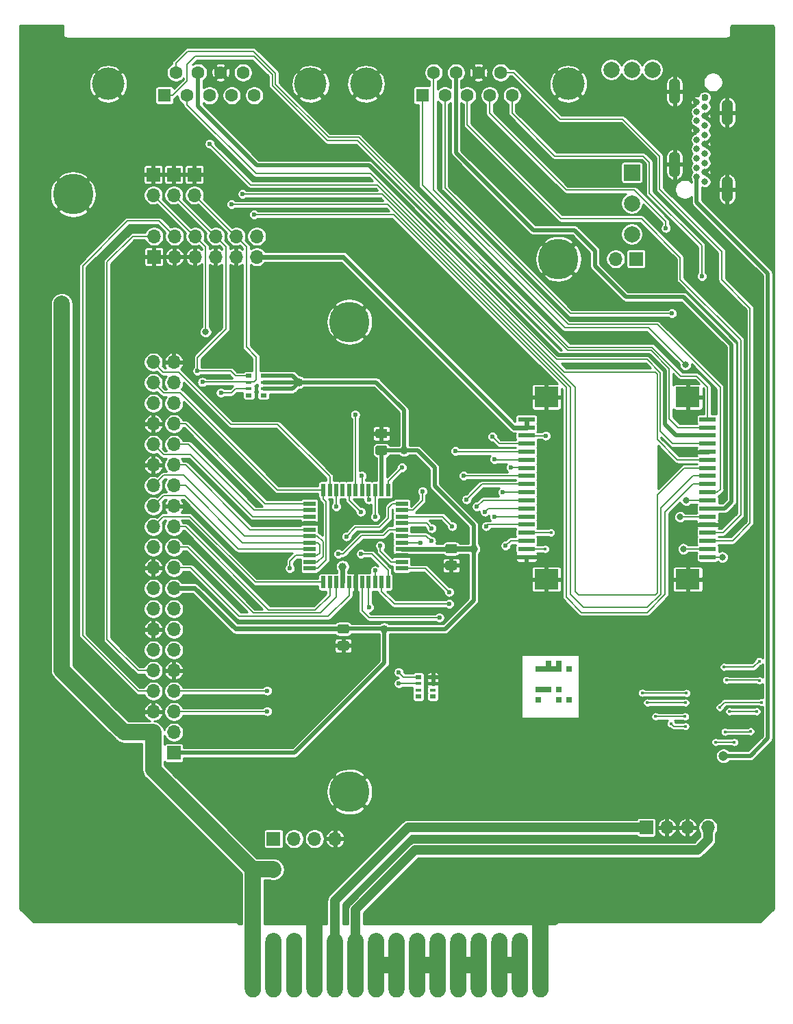
<source format=gbr>
%TF.GenerationSoftware,KiCad,Pcbnew,(5.1.12)-1*%
%TF.CreationDate,2022-03-08T20:35:16+00:00*%
%TF.ProjectId,RGBtoHDMI CDTV v2,52474274-6f48-4444-9d49-204344545620,1*%
%TF.SameCoordinates,Original*%
%TF.FileFunction,Copper,L1,Top*%
%TF.FilePolarity,Positive*%
%FSLAX46Y46*%
G04 Gerber Fmt 4.6, Leading zero omitted, Abs format (unit mm)*
G04 Created by KiCad (PCBNEW (5.1.12)-1) date 2022-03-08 20:35:16*
%MOMM*%
%LPD*%
G01*
G04 APERTURE LIST*
%TA.AperFunction,EtchedComponent*%
%ADD10C,0.100000*%
%TD*%
%TA.AperFunction,ComponentPad*%
%ADD11O,1.700000X1.700000*%
%TD*%
%TA.AperFunction,ComponentPad*%
%ADD12R,1.700000X1.700000*%
%TD*%
%TA.AperFunction,SMDPad,CuDef*%
%ADD13R,0.800000X0.500000*%
%TD*%
%TA.AperFunction,SMDPad,CuDef*%
%ADD14R,0.800000X0.400000*%
%TD*%
%TA.AperFunction,ComponentPad*%
%ADD15R,2.000000X2.000000*%
%TD*%
%TA.AperFunction,ComponentPad*%
%ADD16C,2.000000*%
%TD*%
%TA.AperFunction,ComponentPad*%
%ADD17R,1.600000X1.600000*%
%TD*%
%TA.AperFunction,ComponentPad*%
%ADD18C,1.600000*%
%TD*%
%TA.AperFunction,ComponentPad*%
%ADD19C,4.000000*%
%TD*%
%TA.AperFunction,SMDPad,CuDef*%
%ADD20R,3.000000X2.500000*%
%TD*%
%TA.AperFunction,SMDPad,CuDef*%
%ADD21R,2.000000X0.600000*%
%TD*%
%TA.AperFunction,ComponentPad*%
%ADD22O,1.400000X3.200000*%
%TD*%
%TA.AperFunction,ComponentPad*%
%ADD23C,0.800000*%
%TD*%
%TA.AperFunction,ComponentPad*%
%ADD24C,5.000000*%
%TD*%
%TA.AperFunction,SMDPad,CuDef*%
%ADD25R,0.550000X1.500000*%
%TD*%
%TA.AperFunction,SMDPad,CuDef*%
%ADD26R,1.500000X0.550000*%
%TD*%
%TA.AperFunction,ViaPad*%
%ADD27C,0.600000*%
%TD*%
%TA.AperFunction,ViaPad*%
%ADD28C,0.400000*%
%TD*%
%TA.AperFunction,ViaPad*%
%ADD29C,2.000000*%
%TD*%
%TA.AperFunction,ViaPad*%
%ADD30C,0.800000*%
%TD*%
%TA.AperFunction,ViaPad*%
%ADD31C,1.000000*%
%TD*%
%TA.AperFunction,ViaPad*%
%ADD32C,1.200000*%
%TD*%
%TA.AperFunction,Conductor*%
%ADD33C,2.000000*%
%TD*%
%TA.AperFunction,Conductor*%
%ADD34C,0.500000*%
%TD*%
%TA.AperFunction,Conductor*%
%ADD35C,0.600000*%
%TD*%
%TA.AperFunction,Conductor*%
%ADD36C,0.200000*%
%TD*%
%TA.AperFunction,Conductor*%
%ADD37C,1.200000*%
%TD*%
%TA.AperFunction,Conductor*%
%ADD38C,0.254000*%
%TD*%
%TA.AperFunction,Conductor*%
%ADD39C,0.100000*%
%TD*%
G04 APERTURE END LIST*
D10*
%TO.C,solarmon1*%
G36*
X117729000Y-117856000D02*
G01*
X117094000Y-117856000D01*
X117094000Y-117221000D01*
X117729000Y-117221000D01*
X117729000Y-117856000D01*
G37*
X117729000Y-117856000D02*
X117094000Y-117856000D01*
X117094000Y-117221000D01*
X117729000Y-117221000D01*
X117729000Y-117856000D01*
G36*
X117729000Y-121666000D02*
G01*
X117094000Y-121666000D01*
X117094000Y-121031000D01*
X117729000Y-121031000D01*
X117729000Y-121666000D01*
G37*
X117729000Y-121666000D02*
X117094000Y-121666000D01*
X117094000Y-121031000D01*
X117729000Y-121031000D01*
X117729000Y-121666000D01*
G36*
X116459000Y-117221000D02*
G01*
X115824000Y-117221000D01*
X115824000Y-116586000D01*
X116459000Y-116586000D01*
X116459000Y-117221000D01*
G37*
X116459000Y-117221000D02*
X115824000Y-117221000D01*
X115824000Y-116586000D01*
X116459000Y-116586000D01*
X116459000Y-117221000D01*
G36*
X116459000Y-117856000D02*
G01*
X115824000Y-117856000D01*
X115824000Y-117221000D01*
X116459000Y-117221000D01*
X116459000Y-117856000D01*
G37*
X116459000Y-117856000D02*
X115824000Y-117856000D01*
X115824000Y-117221000D01*
X116459000Y-117221000D01*
X116459000Y-117856000D01*
G36*
X115824000Y-117856000D02*
G01*
X115189000Y-117856000D01*
X115189000Y-117221000D01*
X115824000Y-117221000D01*
X115824000Y-117856000D01*
G37*
X115824000Y-117856000D02*
X115189000Y-117856000D01*
X115189000Y-117221000D01*
X115824000Y-117221000D01*
X115824000Y-117856000D01*
G36*
X115189000Y-117856000D02*
G01*
X114554000Y-117856000D01*
X114554000Y-117221000D01*
X115189000Y-117221000D01*
X115189000Y-117856000D01*
G37*
X115189000Y-117856000D02*
X114554000Y-117856000D01*
X114554000Y-117221000D01*
X115189000Y-117221000D01*
X115189000Y-117856000D01*
G36*
X115189000Y-117221000D02*
G01*
X114554000Y-117221000D01*
X114554000Y-116586000D01*
X115189000Y-116586000D01*
X115189000Y-117221000D01*
G37*
X115189000Y-117221000D02*
X114554000Y-117221000D01*
X114554000Y-116586000D01*
X115189000Y-116586000D01*
X115189000Y-117221000D01*
G36*
X114554000Y-117856000D02*
G01*
X113919000Y-117856000D01*
X113919000Y-117221000D01*
X114554000Y-117221000D01*
X114554000Y-117856000D01*
G37*
X114554000Y-117856000D02*
X113919000Y-117856000D01*
X113919000Y-117221000D01*
X114554000Y-117221000D01*
X114554000Y-117856000D01*
G36*
X113919000Y-117856000D02*
G01*
X113284000Y-117856000D01*
X113284000Y-117221000D01*
X113919000Y-117221000D01*
X113919000Y-117856000D01*
G37*
X113919000Y-117856000D02*
X113284000Y-117856000D01*
X113284000Y-117221000D01*
X113919000Y-117221000D01*
X113919000Y-117856000D01*
G36*
X113919000Y-120396000D02*
G01*
X113284000Y-120396000D01*
X113284000Y-119761000D01*
X113919000Y-119761000D01*
X113919000Y-120396000D01*
G37*
X113919000Y-120396000D02*
X113284000Y-120396000D01*
X113284000Y-119761000D01*
X113919000Y-119761000D01*
X113919000Y-120396000D01*
G36*
X114554000Y-120396000D02*
G01*
X113919000Y-120396000D01*
X113919000Y-119761000D01*
X114554000Y-119761000D01*
X114554000Y-120396000D01*
G37*
X114554000Y-120396000D02*
X113919000Y-120396000D01*
X113919000Y-119761000D01*
X114554000Y-119761000D01*
X114554000Y-120396000D01*
G36*
X115189000Y-120396000D02*
G01*
X114554000Y-120396000D01*
X114554000Y-119761000D01*
X115189000Y-119761000D01*
X115189000Y-120396000D01*
G37*
X115189000Y-120396000D02*
X114554000Y-120396000D01*
X114554000Y-119761000D01*
X115189000Y-119761000D01*
X115189000Y-120396000D01*
G36*
X116459000Y-120396000D02*
G01*
X115824000Y-120396000D01*
X115824000Y-119761000D01*
X116459000Y-119761000D01*
X116459000Y-120396000D01*
G37*
X116459000Y-120396000D02*
X115824000Y-120396000D01*
X115824000Y-119761000D01*
X116459000Y-119761000D01*
X116459000Y-120396000D01*
G36*
X116459000Y-121666000D02*
G01*
X115824000Y-121666000D01*
X115824000Y-121031000D01*
X116459000Y-121031000D01*
X116459000Y-121666000D01*
G37*
X116459000Y-121666000D02*
X115824000Y-121666000D01*
X115824000Y-121031000D01*
X116459000Y-121031000D01*
X116459000Y-121666000D01*
G36*
X113919000Y-121666000D02*
G01*
X113284000Y-121666000D01*
X113284000Y-121031000D01*
X113919000Y-121031000D01*
X113919000Y-121666000D01*
G37*
X113919000Y-121666000D02*
X113284000Y-121666000D01*
X113284000Y-121031000D01*
X113919000Y-121031000D01*
X113919000Y-121666000D01*
%TD*%
D11*
%TO.P,P1,4*%
%TO.N,GND*%
X88519000Y-138557000D03*
%TO.P,P1,3*%
%TO.N,-12V*%
X85979000Y-138557000D03*
%TO.P,P1,2*%
%TO.N,+12V*%
X83439000Y-138557000D03*
D12*
%TO.P,P1,1*%
%TO.N,+5V*%
X80899000Y-138557000D03*
%TD*%
D13*
%TO.P,RN2,5*%
%TO.N,Net-(RN2-Pad5)*%
X100620400Y-120986400D03*
D14*
%TO.P,RN2,6*%
%TO.N,Net-(RN2-Pad6)*%
X100620400Y-120186400D03*
D13*
%TO.P,RN2,8*%
%TO.N,GND*%
X100620400Y-118586400D03*
D14*
%TO.P,RN2,7*%
X100620400Y-119386400D03*
D13*
%TO.P,RN2,4*%
%TO.N,Net-(RN2-Pad4)*%
X98820400Y-120986400D03*
D14*
%TO.P,RN2,2*%
%TO.N,/GPIO0*%
X98820400Y-119386400D03*
%TO.P,RN2,3*%
%TO.N,Net-(RN2-Pad3)*%
X98820400Y-120186400D03*
D13*
%TO.P,RN2,1*%
%TO.N,/DETECT*%
X98820400Y-118586400D03*
%TD*%
%TO.P,RN1,5*%
%TO.N,Net-(RN1-Pad5)*%
X79665400Y-83775400D03*
D14*
%TO.P,RN1,6*%
%TO.N,+3V3*%
X79665400Y-82975400D03*
D13*
%TO.P,RN1,8*%
X79665400Y-81375400D03*
D14*
%TO.P,RN1,7*%
X79665400Y-82175400D03*
D13*
%TO.P,RN1,4*%
%TO.N,Net-(RN1-Pad4)*%
X77865400Y-83775400D03*
D14*
%TO.P,RN1,2*%
%TO.N,/GPIO16*%
X77865400Y-82175400D03*
%TO.P,RN1,3*%
%TO.N,/GPIO19*%
X77865400Y-82975400D03*
D13*
%TO.P,RN1,1*%
%TO.N,/GPIO26*%
X77865400Y-81375400D03*
%TD*%
%TO.P,CN10,22*%
%TO.N,AUDR*%
%TA.AperFunction,ConnectorPad*%
G36*
G01*
X87493600Y-157178000D02*
X87493600Y-151178000D01*
G75*
G02*
X88493600Y-150178000I1000000J0D01*
G01*
X88493600Y-150178000D01*
G75*
G02*
X89493600Y-151178000I0J-1000000D01*
G01*
X89493600Y-157178000D01*
G75*
G02*
X88493600Y-158178000I-1000000J0D01*
G01*
X88493600Y-158178000D01*
G75*
G02*
X87493600Y-157178000I0J1000000D01*
G01*
G37*
%TD.AperFunction*%
%TO.P,CN10,24*%
%TO.N,GND*%
%TA.AperFunction,ConnectorPad*%
G36*
G01*
X84979000Y-157178000D02*
X84979000Y-151178000D01*
G75*
G02*
X85979000Y-150178000I1000000J0D01*
G01*
X85979000Y-150178000D01*
G75*
G02*
X86979000Y-151178000I0J-1000000D01*
G01*
X86979000Y-157178000D01*
G75*
G02*
X85979000Y-158178000I-1000000J0D01*
G01*
X85979000Y-158178000D01*
G75*
G02*
X84979000Y-157178000I0J1000000D01*
G01*
G37*
%TD.AperFunction*%
%TO.P,CN10,20*%
%TO.N,AUDL*%
%TA.AperFunction,ConnectorPad*%
G36*
G01*
X90059000Y-157178000D02*
X90059000Y-151178000D01*
G75*
G02*
X91059000Y-150178000I1000000J0D01*
G01*
X91059000Y-150178000D01*
G75*
G02*
X92059000Y-151178000I0J-1000000D01*
G01*
X92059000Y-157178000D01*
G75*
G02*
X91059000Y-158178000I-1000000J0D01*
G01*
X91059000Y-158178000D01*
G75*
G02*
X90059000Y-157178000I0J1000000D01*
G01*
G37*
%TD.AperFunction*%
%TO.P,CN10,18*%
%TO.N,AC*%
%TA.AperFunction,ConnectorPad*%
G36*
G01*
X92599000Y-157178000D02*
X92599000Y-151178000D01*
G75*
G02*
X93599000Y-150178000I1000000J0D01*
G01*
X93599000Y-150178000D01*
G75*
G02*
X94599000Y-151178000I0J-1000000D01*
G01*
X94599000Y-157178000D01*
G75*
G02*
X93599000Y-158178000I-1000000J0D01*
G01*
X93599000Y-158178000D01*
G75*
G02*
X92599000Y-157178000I0J1000000D01*
G01*
G37*
%TD.AperFunction*%
%TO.P,CN10,28*%
%TO.N,Net-(CN10-Pad28)*%
%TA.AperFunction,ConnectorPad*%
G36*
G01*
X79899000Y-157178000D02*
X79899000Y-151178000D01*
G75*
G02*
X80899000Y-150178000I1000000J0D01*
G01*
X80899000Y-150178000D01*
G75*
G02*
X81899000Y-151178000I0J-1000000D01*
G01*
X81899000Y-157178000D01*
G75*
G02*
X80899000Y-158178000I-1000000J0D01*
G01*
X80899000Y-158178000D01*
G75*
G02*
X79899000Y-157178000I0J1000000D01*
G01*
G37*
%TD.AperFunction*%
%TO.P,CN10,30*%
%TO.N,+5V*%
%TA.AperFunction,ConnectorPad*%
G36*
G01*
X77359000Y-157178000D02*
X77359000Y-151178000D01*
G75*
G02*
X78359000Y-150178000I1000000J0D01*
G01*
X78359000Y-150178000D01*
G75*
G02*
X79359000Y-151178000I0J-1000000D01*
G01*
X79359000Y-157178000D01*
G75*
G02*
X78359000Y-158178000I-1000000J0D01*
G01*
X78359000Y-158178000D01*
G75*
G02*
X77359000Y-157178000I0J1000000D01*
G01*
G37*
%TD.AperFunction*%
%TO.P,CN10,26*%
%TO.N,Net-(CN10-Pad26)*%
%TA.AperFunction,ConnectorPad*%
G36*
G01*
X82464400Y-157178000D02*
X82464400Y-151178000D01*
G75*
G02*
X83464400Y-150178000I1000000J0D01*
G01*
X83464400Y-150178000D01*
G75*
G02*
X84464400Y-151178000I0J-1000000D01*
G01*
X84464400Y-157178000D01*
G75*
G02*
X83464400Y-158178000I-1000000J0D01*
G01*
X83464400Y-158178000D01*
G75*
G02*
X82464400Y-157178000I0J1000000D01*
G01*
G37*
%TD.AperFunction*%
%TO.P,CN10,14*%
%TO.N,AB*%
%TA.AperFunction,ConnectorPad*%
G36*
G01*
X97679000Y-157178000D02*
X97679000Y-151178000D01*
G75*
G02*
X98679000Y-150178000I1000000J0D01*
G01*
X98679000Y-150178000D01*
G75*
G02*
X99679000Y-151178000I0J-1000000D01*
G01*
X99679000Y-157178000D01*
G75*
G02*
X98679000Y-158178000I-1000000J0D01*
G01*
X98679000Y-158178000D01*
G75*
G02*
X97679000Y-157178000I0J1000000D01*
G01*
G37*
%TD.AperFunction*%
%TO.P,CN10,16*%
%TO.N,AC*%
%TA.AperFunction,ConnectorPad*%
G36*
G01*
X95113600Y-157178000D02*
X95113600Y-151178000D01*
G75*
G02*
X96113600Y-150178000I1000000J0D01*
G01*
X96113600Y-150178000D01*
G75*
G02*
X97113600Y-151178000I0J-1000000D01*
G01*
X97113600Y-157178000D01*
G75*
G02*
X96113600Y-158178000I-1000000J0D01*
G01*
X96113600Y-158178000D01*
G75*
G02*
X95113600Y-157178000I0J1000000D01*
G01*
G37*
%TD.AperFunction*%
%TO.P,CN10,12*%
%TO.N,AB*%
%TA.AperFunction,ConnectorPad*%
G36*
G01*
X100219000Y-157178000D02*
X100219000Y-151178000D01*
G75*
G02*
X101219000Y-150178000I1000000J0D01*
G01*
X101219000Y-150178000D01*
G75*
G02*
X102219000Y-151178000I0J-1000000D01*
G01*
X102219000Y-157178000D01*
G75*
G02*
X101219000Y-158178000I-1000000J0D01*
G01*
X101219000Y-158178000D01*
G75*
G02*
X100219000Y-157178000I0J1000000D01*
G01*
G37*
%TD.AperFunction*%
%TO.P,CN10,10*%
%TO.N,AG*%
%TA.AperFunction,ConnectorPad*%
G36*
G01*
X102759000Y-157178000D02*
X102759000Y-151178000D01*
G75*
G02*
X103759000Y-150178000I1000000J0D01*
G01*
X103759000Y-150178000D01*
G75*
G02*
X104759000Y-151178000I0J-1000000D01*
G01*
X104759000Y-157178000D01*
G75*
G02*
X103759000Y-158178000I-1000000J0D01*
G01*
X103759000Y-158178000D01*
G75*
G02*
X102759000Y-157178000I0J1000000D01*
G01*
G37*
%TD.AperFunction*%
%TO.P,CN10,8*%
%TA.AperFunction,ConnectorPad*%
G36*
G01*
X105299000Y-157178000D02*
X105299000Y-151178000D01*
G75*
G02*
X106299000Y-150178000I1000000J0D01*
G01*
X106299000Y-150178000D01*
G75*
G02*
X107299000Y-151178000I0J-1000000D01*
G01*
X107299000Y-157178000D01*
G75*
G02*
X106299000Y-158178000I-1000000J0D01*
G01*
X106299000Y-158178000D01*
G75*
G02*
X105299000Y-157178000I0J1000000D01*
G01*
G37*
%TD.AperFunction*%
%TO.P,CN10,6*%
%TO.N,AR*%
%TA.AperFunction,ConnectorPad*%
G36*
G01*
X107839000Y-157178000D02*
X107839000Y-151178000D01*
G75*
G02*
X108839000Y-150178000I1000000J0D01*
G01*
X108839000Y-150178000D01*
G75*
G02*
X109839000Y-151178000I0J-1000000D01*
G01*
X109839000Y-157178000D01*
G75*
G02*
X108839000Y-158178000I-1000000J0D01*
G01*
X108839000Y-158178000D01*
G75*
G02*
X107839000Y-157178000I0J1000000D01*
G01*
G37*
%TD.AperFunction*%
%TO.P,CN10,4*%
%TA.AperFunction,ConnectorPad*%
G36*
G01*
X110379000Y-157178000D02*
X110379000Y-151178000D01*
G75*
G02*
X111379000Y-150178000I1000000J0D01*
G01*
X111379000Y-150178000D01*
G75*
G02*
X112379000Y-151178000I0J-1000000D01*
G01*
X112379000Y-157178000D01*
G75*
G02*
X111379000Y-158178000I-1000000J0D01*
G01*
X111379000Y-158178000D01*
G75*
G02*
X110379000Y-157178000I0J1000000D01*
G01*
G37*
%TD.AperFunction*%
%TO.P,CN10,2*%
%TO.N,GND*%
%TA.AperFunction,ConnectorPad*%
G36*
G01*
X112919000Y-157178000D02*
X112919000Y-151178000D01*
G75*
G02*
X113919000Y-150178000I1000000J0D01*
G01*
X113919000Y-150178000D01*
G75*
G02*
X114919000Y-151178000I0J-1000000D01*
G01*
X114919000Y-157178000D01*
G75*
G02*
X113919000Y-158178000I-1000000J0D01*
G01*
X113919000Y-158178000D01*
G75*
G02*
X112919000Y-157178000I0J1000000D01*
G01*
G37*
%TD.AperFunction*%
%TD*%
D11*
%TO.P,A1,4*%
%TO.N,AUDL*%
X134620000Y-137160000D03*
%TO.P,A1,3*%
%TO.N,GND*%
X132080000Y-137160000D03*
%TO.P,A1,2*%
X129540000Y-137160000D03*
D12*
%TO.P,A1,1*%
%TO.N,AUDR*%
X127000000Y-137160000D03*
%TD*%
D11*
%TO.P,JP15,2*%
%TO.N,JP15_Pin2*%
X123190000Y-66929000D03*
D12*
%TO.P,JP15,1*%
%TO.N,JP15_Pin1*%
X125730000Y-66929000D03*
%TD*%
D15*
%TO.P,TS1,1*%
%TO.N,JP15_Pin1*%
X125222000Y-56261000D03*
D16*
%TO.P,TS1,2*%
%TO.N,JP15_Pin2*%
X125222000Y-60071000D03*
%TO.P,TS1,3*%
%TO.N,Net-(TS1-Pad3)*%
X125222000Y-63881000D03*
%TO.P,TS1,M*%
%TO.N,N/C*%
X122682000Y-43561000D03*
X127762000Y-43561000D03*
X125222000Y-43561000D03*
%TD*%
D17*
%TO.P,PORT2,1*%
%TO.N,Port2_1*%
X67437000Y-46736000D03*
D18*
%TO.P,PORT2,2*%
%TO.N,Port2_2*%
X70207000Y-46736000D03*
%TO.P,PORT2,3*%
%TO.N,Port2_3*%
X72977000Y-46736000D03*
%TO.P,PORT2,4*%
%TO.N,Port2_4*%
X75747000Y-46736000D03*
%TO.P,PORT2,5*%
%TO.N,Port2_5*%
X78517000Y-46736000D03*
%TO.P,PORT2,6*%
%TO.N,Port2_6*%
X68822000Y-43896000D03*
%TO.P,PORT2,7*%
%TO.N,Port2_7*%
X71592000Y-43896000D03*
%TO.P,PORT2,8*%
%TO.N,GND*%
X74362000Y-43896000D03*
%TO.P,PORT2,9*%
%TO.N,Port2_9*%
X77132000Y-43896000D03*
D19*
%TO.P,PORT2,0*%
%TO.N,GND*%
X60477000Y-45316000D03*
X85477000Y-45316000D03*
%TD*%
%TO.P,PORT1,0*%
%TO.N,GND*%
X117354000Y-45316000D03*
X92354000Y-45316000D03*
D18*
%TO.P,PORT1,9*%
%TO.N,Port1_9*%
X109009000Y-43896000D03*
%TO.P,PORT1,8*%
%TO.N,GND*%
X106239000Y-43896000D03*
%TO.P,PORT1,7*%
%TO.N,Port1_7*%
X103469000Y-43896000D03*
%TO.P,PORT1,6*%
%TO.N,Port1_6*%
X100699000Y-43896000D03*
%TO.P,PORT1,5*%
%TO.N,Port1_5*%
X110394000Y-46736000D03*
%TO.P,PORT1,4*%
%TO.N,Port1_4*%
X107624000Y-46736000D03*
%TO.P,PORT1,3*%
%TO.N,Port1_3*%
X104854000Y-46736000D03*
%TO.P,PORT1,2*%
%TO.N,Port1_2*%
X102084000Y-46736000D03*
D17*
%TO.P,PORT1,1*%
%TO.N,Port1_1*%
X99314000Y-46736000D03*
%TD*%
D20*
%TO.P,FFC1,MP*%
%TO.N,GND*%
X114636000Y-106500000D03*
X114636000Y-84000000D03*
D21*
%TO.P,FFC1,18*%
%TO.N,+5V*%
X112186000Y-86750000D03*
%TO.P,FFC1,17*%
X112186000Y-87750000D03*
%TO.P,FFC1,16*%
%TO.N,/R0*%
X112186000Y-88750000D03*
%TO.P,FFC1,15*%
%TO.N,/R1*%
X112186000Y-89750000D03*
%TO.P,FFC1,14*%
%TO.N,/R2*%
X112186000Y-90750000D03*
%TO.P,FFC1,13*%
%TO.N,/R3*%
X112186000Y-91750000D03*
%TO.P,FFC1,12*%
%TO.N,/B0*%
X112186000Y-92750000D03*
%TO.P,FFC1,11*%
%TO.N,/B1*%
X112186000Y-93750000D03*
%TO.P,FFC1,10*%
%TO.N,/B2*%
X112186000Y-94750000D03*
%TO.P,FFC1,9*%
%TO.N,/B3*%
X112186000Y-95750000D03*
%TO.P,FFC1,8*%
%TO.N,/G0*%
X112186000Y-96750000D03*
%TO.P,FFC1,7*%
%TO.N,/G1*%
X112186000Y-97750000D03*
%TO.P,FFC1,6*%
%TO.N,/G2*%
X112186000Y-98750000D03*
%TO.P,FFC1,5*%
%TO.N,/G3*%
X112186000Y-99750000D03*
%TO.P,FFC1,4*%
%TO.N,JP15_Pin2*%
X112186000Y-100750000D03*
%TO.P,FFC1,3*%
%TO.N,/CSYNC*%
X112186000Y-101750000D03*
%TO.P,FFC1,2*%
%TO.N,JP15_Pin1*%
X112186000Y-102750000D03*
%TO.P,FFC1,1*%
%TO.N,GND*%
X112186000Y-103750000D03*
%TD*%
D20*
%TO.P,FFC2,MP*%
%TO.N,GND*%
X132125000Y-84000000D03*
X132125000Y-106500000D03*
D21*
%TO.P,FFC2,18*%
%TO.N,Port1_5*%
X134575000Y-103750000D03*
%TO.P,FFC2,17*%
%TO.N,Port1_4*%
X134575000Y-102750000D03*
%TO.P,FFC2,16*%
%TO.N,Port1_9*%
X134575000Y-101750000D03*
%TO.P,FFC2,15*%
%TO.N,Port1_3*%
X134575000Y-100750000D03*
%TO.P,FFC2,14*%
%TO.N,GND*%
X134575000Y-99750000D03*
%TO.P,FFC2,13*%
%TO.N,Port1_2*%
X134575000Y-98750000D03*
%TO.P,FFC2,12*%
%TO.N,Port1_7*%
X134575000Y-97750000D03*
%TO.P,FFC2,11*%
%TO.N,Port1_1*%
X134575000Y-96750000D03*
%TO.P,FFC2,10*%
%TO.N,Port1_6*%
X134575000Y-95750000D03*
%TO.P,FFC2,9*%
%TO.N,Port2_5*%
X134575000Y-94750000D03*
%TO.P,FFC2,8*%
%TO.N,Port2_4*%
X134575000Y-93750000D03*
%TO.P,FFC2,7*%
%TO.N,Port2_9*%
X134575000Y-92750000D03*
%TO.P,FFC2,6*%
%TO.N,Port2_3*%
X134575000Y-91750000D03*
%TO.P,FFC2,5*%
%TO.N,GND*%
X134575000Y-90750000D03*
%TO.P,FFC2,4*%
%TO.N,Port2_2*%
X134575000Y-89750000D03*
%TO.P,FFC2,3*%
%TO.N,Port2_7*%
X134575000Y-88750000D03*
%TO.P,FFC2,2*%
%TO.N,Port2_1*%
X134575000Y-87750000D03*
%TO.P,FFC2,1*%
%TO.N,Port2_6*%
X134575000Y-86750000D03*
%TD*%
D11*
%TO.P,CN1,12*%
%TO.N,+3V3*%
X78827000Y-64135000D03*
%TO.P,CN1,11*%
%TO.N,+5V*%
X78827000Y-66675000D03*
%TO.P,CN1,10*%
%TO.N,/GPIO16*%
X76287000Y-64135000D03*
%TO.P,CN1,9*%
%TO.N,GND*%
X76287000Y-66675000D03*
%TO.P,CN1,8*%
%TO.N,/GPIO26*%
X73747000Y-64135000D03*
%TO.P,CN1,7*%
%TO.N,GND*%
X73747000Y-66675000D03*
%TO.P,CN1,6*%
%TO.N,/GPIO19*%
X71207000Y-64135000D03*
%TO.P,CN1,5*%
%TO.N,GND*%
X71207000Y-66675000D03*
%TO.P,CN1,4*%
%TO.N,/GPIO14*%
X68667000Y-64135000D03*
%TO.P,CN1,3*%
%TO.N,GND*%
X68667000Y-66675000D03*
%TO.P,CN1,2*%
%TO.N,/GPIO15*%
X66127000Y-64135000D03*
D12*
%TO.P,CN1,1*%
%TO.N,GND*%
X66127000Y-66675000D03*
%TD*%
%TO.P,CN2,1*%
%TO.N,HDMI_1_D2+*%
%TA.AperFunction,ComponentPad*%
G36*
G01*
X133839000Y-47139600D02*
X133839000Y-46840400D01*
G75*
G02*
X134089400Y-46590000I250400J0D01*
G01*
X134388600Y-46590000D01*
G75*
G02*
X134639000Y-46840400I0J-250400D01*
G01*
X134639000Y-47139600D01*
G75*
G02*
X134388600Y-47390000I-250400J0D01*
G01*
X134089400Y-47390000D01*
G75*
G02*
X133839000Y-47139600I0J250400D01*
G01*
G37*
%TD.AperFunction*%
D22*
%TO.P,CN2,SH*%
%TO.N,GND*%
X130489000Y-46240000D03*
D23*
%TO.P,CN2,2*%
X133239000Y-47567500D03*
%TO.P,CN2,3*%
%TO.N,HDMI_3_D2-*%
X134239000Y-48145000D03*
%TO.P,CN2,4*%
%TO.N,HDMI_4_D1+*%
X133239000Y-48722500D03*
%TO.P,CN2,5*%
%TO.N,GND*%
X134239000Y-49300000D03*
%TO.P,CN2,6*%
%TO.N,HDMI_6_D1-*%
X133239000Y-49877500D03*
%TO.P,CN2,7*%
%TO.N,HDMI_7_D0+*%
X134239000Y-50455000D03*
%TO.P,CN2,8*%
%TO.N,GND*%
X133239000Y-51032500D03*
%TO.P,CN2,9*%
%TO.N,HDMI_9_D0-*%
X134239000Y-51610000D03*
%TO.P,CN2,10*%
%TO.N,HDMI_10_CK+*%
X133239000Y-52187500D03*
%TO.P,CN2,11*%
%TO.N,GND*%
X134239000Y-52765000D03*
%TO.P,CN2,12*%
%TO.N,HDMI_12_CK-*%
X133239000Y-53342500D03*
%TO.P,CN2,13*%
%TO.N,HDMI_13_CEC*%
X134239000Y-53920000D03*
%TO.P,CN2,14*%
%TO.N,Net-(CN2-Pad14)*%
X133239000Y-54497500D03*
%TO.P,CN2,15*%
%TO.N,HDMI_15_SCL*%
X134239000Y-55075000D03*
%TO.P,CN2,16*%
%TO.N,HDMI_16_SDA*%
X133239000Y-55652500D03*
%TO.P,CN2,17*%
%TO.N,GND*%
X134239000Y-56230000D03*
%TO.P,CN2,18*%
%TO.N,HDMI_5V*%
X133239000Y-56807500D03*
%TO.P,CN2,19*%
%TO.N,HDMI_19_HPD*%
X134239000Y-57385000D03*
D22*
%TO.P,CN2,SH*%
%TO.N,GND*%
X136989000Y-48840000D03*
X136989000Y-58340000D03*
X130489000Y-55240000D03*
%TD*%
D11*
%TO.P,BT3,2*%
%TO.N,/GPIO19*%
X66040000Y-59055000D03*
D12*
%TO.P,BT3,1*%
%TO.N,GND*%
X66040000Y-56515000D03*
%TD*%
D11*
%TO.P,BT2,2*%
%TO.N,/GPIO26*%
X68580000Y-59055000D03*
D12*
%TO.P,BT2,1*%
%TO.N,GND*%
X68580000Y-56515000D03*
%TD*%
D11*
%TO.P,BT1,2*%
%TO.N,/GPIO16*%
X71120000Y-59055000D03*
D12*
%TO.P,BT1,1*%
%TO.N,GND*%
X71120000Y-56515000D03*
%TD*%
D24*
%TO.P,H4,1*%
%TO.N,GND*%
X90297000Y-132740400D03*
D23*
X90297000Y-134615400D03*
X88971175Y-134066225D03*
X88422000Y-132740400D03*
X88971175Y-131414575D03*
X90297000Y-130865400D03*
X91622825Y-131414575D03*
X92172000Y-132740400D03*
X91622825Y-134066225D03*
%TD*%
D24*
%TO.P,H2,1*%
%TO.N,GND*%
X116127000Y-66942000D03*
D23*
X118002000Y-66942000D03*
X117452825Y-68267825D03*
X116127000Y-68817000D03*
X114801175Y-68267825D03*
X114252000Y-66942000D03*
X114801175Y-65616175D03*
X116127000Y-65067000D03*
X117452825Y-65616175D03*
%TD*%
D24*
%TO.P,H3,1*%
%TO.N,GND*%
X90297000Y-74701400D03*
D23*
X90297000Y-76576400D03*
X88971175Y-76027225D03*
X88422000Y-74701400D03*
X88971175Y-73375575D03*
X90297000Y-72826400D03*
X91622825Y-73375575D03*
X92172000Y-74701400D03*
X91622825Y-76027225D03*
%TD*%
%TO.P,H1,1*%
%TO.N,GND*%
X57452825Y-57616175D03*
X56127000Y-57067000D03*
X54801175Y-57616175D03*
X54252000Y-58942000D03*
X54801175Y-60267825D03*
X56127000Y-60817000D03*
X57452825Y-60267825D03*
X58002000Y-58942000D03*
D24*
X56127000Y-58942000D03*
%TD*%
%TO.P,C3,2*%
%TO.N,GND*%
%TA.AperFunction,SMDPad,CuDef*%
G36*
G01*
X89060000Y-114115000D02*
X90010000Y-114115000D01*
G75*
G02*
X90260000Y-114365000I0J-250000D01*
G01*
X90260000Y-115040000D01*
G75*
G02*
X90010000Y-115290000I-250000J0D01*
G01*
X89060000Y-115290000D01*
G75*
G02*
X88810000Y-115040000I0J250000D01*
G01*
X88810000Y-114365000D01*
G75*
G02*
X89060000Y-114115000I250000J0D01*
G01*
G37*
%TD.AperFunction*%
%TO.P,C3,1*%
%TO.N,+3V3*%
%TA.AperFunction,SMDPad,CuDef*%
G36*
G01*
X89060000Y-112040000D02*
X90010000Y-112040000D01*
G75*
G02*
X90260000Y-112290000I0J-250000D01*
G01*
X90260000Y-112965000D01*
G75*
G02*
X90010000Y-113215000I-250000J0D01*
G01*
X89060000Y-113215000D01*
G75*
G02*
X88810000Y-112965000I0J250000D01*
G01*
X88810000Y-112290000D01*
G75*
G02*
X89060000Y-112040000I250000J0D01*
G01*
G37*
%TD.AperFunction*%
%TD*%
%TO.P,C2,2*%
%TO.N,GND*%
%TA.AperFunction,SMDPad,CuDef*%
G36*
G01*
X102395000Y-104209000D02*
X103345000Y-104209000D01*
G75*
G02*
X103595000Y-104459000I0J-250000D01*
G01*
X103595000Y-105134000D01*
G75*
G02*
X103345000Y-105384000I-250000J0D01*
G01*
X102395000Y-105384000D01*
G75*
G02*
X102145000Y-105134000I0J250000D01*
G01*
X102145000Y-104459000D01*
G75*
G02*
X102395000Y-104209000I250000J0D01*
G01*
G37*
%TD.AperFunction*%
%TO.P,C2,1*%
%TO.N,+3V3*%
%TA.AperFunction,SMDPad,CuDef*%
G36*
G01*
X102395000Y-102134000D02*
X103345000Y-102134000D01*
G75*
G02*
X103595000Y-102384000I0J-250000D01*
G01*
X103595000Y-103059000D01*
G75*
G02*
X103345000Y-103309000I-250000J0D01*
G01*
X102395000Y-103309000D01*
G75*
G02*
X102145000Y-103059000I0J250000D01*
G01*
X102145000Y-102384000D01*
G75*
G02*
X102395000Y-102134000I250000J0D01*
G01*
G37*
%TD.AperFunction*%
%TD*%
%TO.P,C1,2*%
%TO.N,GND*%
%TA.AperFunction,SMDPad,CuDef*%
G36*
G01*
X94709000Y-89085000D02*
X93759000Y-89085000D01*
G75*
G02*
X93509000Y-88835000I0J250000D01*
G01*
X93509000Y-88160000D01*
G75*
G02*
X93759000Y-87910000I250000J0D01*
G01*
X94709000Y-87910000D01*
G75*
G02*
X94959000Y-88160000I0J-250000D01*
G01*
X94959000Y-88835000D01*
G75*
G02*
X94709000Y-89085000I-250000J0D01*
G01*
G37*
%TD.AperFunction*%
%TO.P,C1,1*%
%TO.N,+3V3*%
%TA.AperFunction,SMDPad,CuDef*%
G36*
G01*
X94709000Y-91160000D02*
X93759000Y-91160000D01*
G75*
G02*
X93509000Y-90910000I0J250000D01*
G01*
X93509000Y-90235000D01*
G75*
G02*
X93759000Y-89985000I250000J0D01*
G01*
X94709000Y-89985000D01*
G75*
G02*
X94959000Y-90235000I0J-250000D01*
G01*
X94959000Y-90910000D01*
G75*
G02*
X94709000Y-91160000I-250000J0D01*
G01*
G37*
%TD.AperFunction*%
%TD*%
D25*
%TO.P,U1,44*%
%TO.N,/GPIO20*%
X87059000Y-95468200D03*
%TO.P,U1,43*%
%TO.N,/GPIO21*%
X87859000Y-95468200D03*
%TO.P,U1,42*%
%TO.N,/G0*%
X88659000Y-95468200D03*
%TO.P,U1,41*%
%TO.N,/VSYNC*%
X89459000Y-95468200D03*
%TO.P,U1,40*%
%TO.N,/G1*%
X90259000Y-95468200D03*
%TO.P,U1,39*%
%TO.N,/R1*%
X91059000Y-95468200D03*
%TO.P,U1,38*%
%TO.N,/B1*%
X91859000Y-95468200D03*
%TO.P,U1,37*%
%TO.N,/B2*%
X92659000Y-95468200D03*
%TO.P,U1,36*%
%TO.N,/G2*%
X93459000Y-95468200D03*
%TO.P,U1,35*%
%TO.N,+3V3*%
X94259000Y-95468200D03*
%TO.P,U1,34*%
%TO.N,/R2*%
X95059000Y-95468200D03*
D26*
%TO.P,U1,33*%
%TO.N,/GPIO18*%
X96759000Y-97168200D03*
%TO.P,U1,32*%
%TO.N,/R3*%
X96759000Y-97968200D03*
%TO.P,U1,31*%
%TO.N,/G3*%
X96759000Y-98768200D03*
%TO.P,U1,30*%
%TO.N,/B3*%
X96759000Y-99568200D03*
%TO.P,U1,29*%
%TO.N,/GPIO2*%
X96759000Y-100368200D03*
%TO.P,U1,28*%
%TO.N,/GPIO3*%
X96759000Y-101168200D03*
%TO.P,U1,27*%
%TO.N,/GPIO4*%
X96759000Y-101968200D03*
%TO.P,U1,26*%
%TO.N,+3V3*%
X96759000Y-102768200D03*
%TO.P,U1,25*%
%TO.N,GND*%
X96759000Y-103568200D03*
%TO.P,U1,24*%
%TO.N,/GPIO24*%
X96759000Y-104368200D03*
%TO.P,U1,23*%
%TO.N,/CSYNC*%
X96759000Y-105168200D03*
D25*
%TO.P,U1,22*%
%TO.N,/GPIO17*%
X95059000Y-106868200D03*
%TO.P,U1,21*%
%TO.N,/R0*%
X94259000Y-106868200D03*
%TO.P,U1,20*%
%TO.N,/GPIO23*%
X93459000Y-106868200D03*
%TO.P,U1,19*%
%TO.N,/DETECT*%
X92659000Y-106868200D03*
%TO.P,U1,18*%
%TO.N,/B0*%
X91859000Y-106868200D03*
%TO.P,U1,17*%
%TO.N,GND*%
X91059000Y-106868200D03*
%TO.P,U1,16*%
%TO.N,/GPIO10*%
X90259000Y-106868200D03*
%TO.P,U1,15*%
%TO.N,+3V3*%
X89459000Y-106868200D03*
%TO.P,U1,14*%
%TO.N,/GPIO9*%
X88659000Y-106868200D03*
%TO.P,U1,13*%
%TO.N,/GPIO11*%
X87859000Y-106868200D03*
%TO.P,U1,12*%
%TO.N,/GPIO8*%
X87059000Y-106868200D03*
D26*
%TO.P,U1,11*%
%TO.N,/GPIO20*%
X85359000Y-105168200D03*
%TO.P,U1,10*%
%TO.N,/CLKEN*%
X85359000Y-104368200D03*
%TO.P,U1,9*%
%TO.N,/GPIO0*%
X85359000Y-103568200D03*
%TO.P,U1,8*%
%TO.N,/GPIO7*%
X85359000Y-102768200D03*
%TO.P,U1,7*%
%TO.N,/GPIO0*%
X85359000Y-101968200D03*
%TO.P,U1,6*%
%TO.N,/CLKEN*%
X85359000Y-101168200D03*
%TO.P,U1,5*%
%TO.N,/GPIO5*%
X85359000Y-100368200D03*
%TO.P,U1,4*%
%TO.N,GND*%
X85359000Y-99568200D03*
%TO.P,U1,3*%
%TO.N,/GPIO12*%
X85359000Y-98768200D03*
%TO.P,U1,2*%
%TO.N,/GPIO6*%
X85359000Y-97968200D03*
%TO.P,U1,1*%
%TO.N,/GPIO13*%
X85359000Y-97168200D03*
%TD*%
D11*
%TO.P,Pi0,40*%
%TO.N,/GPIO21*%
X66040000Y-79679800D03*
%TO.P,Pi0,39*%
%TO.N,GND*%
X68580000Y-79679800D03*
%TO.P,Pi0,38*%
%TO.N,/GPIO20*%
X66040000Y-82219800D03*
%TO.P,Pi0,37*%
%TO.N,/GPIO26*%
X68580000Y-82219800D03*
%TO.P,Pi0,36*%
%TO.N,/GPIO16*%
X66040000Y-84759800D03*
%TO.P,Pi0,35*%
%TO.N,/GPIO19*%
X68580000Y-84759800D03*
%TO.P,Pi0,34*%
%TO.N,GND*%
X66040000Y-87299800D03*
%TO.P,Pi0,33*%
%TO.N,/GPIO13*%
X68580000Y-87299800D03*
%TO.P,Pi0,32*%
%TO.N,/GPIO12*%
X66040000Y-89839800D03*
%TO.P,Pi0,31*%
%TO.N,/GPIO6*%
X68580000Y-89839800D03*
%TO.P,Pi0,30*%
%TO.N,GND*%
X66040000Y-92379800D03*
%TO.P,Pi0,29*%
%TO.N,/GPIO5*%
X68580000Y-92379800D03*
%TO.P,Pi0,28*%
%TO.N,/CLKEN*%
X66040000Y-94919800D03*
%TO.P,Pi0,27*%
%TO.N,/GPIO0*%
X68580000Y-94919800D03*
%TO.P,Pi0,26*%
%TO.N,/GPIO7*%
X66040000Y-97459800D03*
%TO.P,Pi0,25*%
%TO.N,GND*%
X68580000Y-97459800D03*
%TO.P,Pi0,24*%
%TO.N,/GPIO8*%
X66040000Y-99999800D03*
%TO.P,Pi0,23*%
%TO.N,/GPIO11*%
X68580000Y-99999800D03*
%TO.P,Pi0,22*%
%TO.N,/GPIO25*%
X66040000Y-102539800D03*
%TO.P,Pi0,21*%
%TO.N,/GPIO9*%
X68580000Y-102539800D03*
%TO.P,Pi0,20*%
%TO.N,GND*%
X66040000Y-105079800D03*
%TO.P,Pi0,19*%
%TO.N,/GPIO10*%
X68580000Y-105079800D03*
%TO.P,Pi0,18*%
%TO.N,/GPIO24*%
X66040000Y-107619800D03*
%TO.P,Pi0,17*%
%TO.N,+3V3*%
X68580000Y-107619800D03*
%TO.P,Pi0,16*%
%TO.N,/GPIO23*%
X66040000Y-110159800D03*
%TO.P,Pi0,15*%
%TO.N,/GPIO22*%
X68580000Y-110159800D03*
%TO.P,Pi0,14*%
%TO.N,GND*%
X66040000Y-112699800D03*
%TO.P,Pi0,13*%
%TO.N,/GPIO27*%
X68580000Y-112699800D03*
%TO.P,Pi0,12*%
%TO.N,/GPIO18*%
X66040000Y-115239800D03*
%TO.P,Pi0,11*%
%TO.N,/GPIO17*%
X68580000Y-115239800D03*
%TO.P,Pi0,10*%
%TO.N,/GPIO15*%
X66040000Y-117779800D03*
%TO.P,Pi0,9*%
%TO.N,GND*%
X68580000Y-117779800D03*
%TO.P,Pi0,8*%
%TO.N,/GPIO14*%
X66040000Y-120319800D03*
%TO.P,Pi0,7*%
%TO.N,/GPIO4*%
X68580000Y-120319800D03*
%TO.P,Pi0,6*%
%TO.N,GND*%
X66040000Y-122859800D03*
%TO.P,Pi0,5*%
%TO.N,/GPIO3*%
X68580000Y-122859800D03*
%TO.P,Pi0,4*%
%TO.N,+5V*%
X66040000Y-125399800D03*
%TO.P,Pi0,3*%
%TO.N,/GPIO2*%
X68580000Y-125399800D03*
%TO.P,Pi0,2*%
%TO.N,+5V*%
X66040000Y-127939800D03*
D12*
%TO.P,Pi0,1*%
%TO.N,+3V3*%
X68580000Y-127939800D03*
%TD*%
D27*
%TO.N,GND*%
X132842000Y-107061000D03*
X131445000Y-107061000D03*
X131445000Y-105918000D03*
X132842000Y-105918000D03*
X131318000Y-84582000D03*
X132715000Y-84582000D03*
X132715000Y-83566000D03*
X131318000Y-83566000D03*
D28*
X131064000Y-117983000D03*
X132080000Y-117983000D03*
X132080000Y-117221000D03*
X131064000Y-117221000D03*
X131191000Y-130937000D03*
X132207000Y-130937000D03*
X132207000Y-130048000D03*
X131191000Y-130048000D03*
D29*
X113919000Y-142240000D03*
X113919000Y-144399000D03*
X113919000Y-146558000D03*
X106299000Y-146558000D03*
D27*
X81407000Y-92329000D03*
X97155000Y-95504000D03*
X96901000Y-110236000D03*
X82931000Y-54102000D03*
X58801000Y-93853000D03*
X100330000Y-88773000D03*
X103378000Y-94742000D03*
X92456000Y-91948000D03*
X100965000Y-82804000D03*
X86614000Y-87249000D03*
X108077000Y-79502000D03*
X96266000Y-67818000D03*
X86995000Y-63500000D03*
X95377000Y-51943000D03*
X132080000Y-74422000D03*
X134620000Y-78232000D03*
X139446000Y-146050000D03*
X58420000Y-147447000D03*
X67437000Y-139700000D03*
X53467000Y-129540000D03*
X78740000Y-133350000D03*
X61341000Y-119761000D03*
X94234000Y-87376000D03*
X95504000Y-88519000D03*
X92964000Y-88519000D03*
X101600000Y-104775000D03*
X102870000Y-105918000D03*
X104140000Y-104775000D03*
X88265000Y-114681000D03*
X89535000Y-115824000D03*
X90805000Y-114681000D03*
X101600000Y-118618000D03*
X101600000Y-119380000D03*
X112014000Y-59690000D03*
X132080000Y-65786000D03*
X96012000Y-91821000D03*
X107315000Y-95758000D03*
X81280000Y-108585000D03*
X84709000Y-108839000D03*
X90170000Y-110363000D03*
X82550000Y-117475000D03*
X81534000Y-105791000D03*
X91694000Y-104775000D03*
X97028000Y-115062000D03*
X95250000Y-101854000D03*
X98298000Y-103886000D03*
X132461000Y-90805000D03*
X132461000Y-99822000D03*
X136144000Y-99822000D03*
D28*
X135610600Y-120650000D03*
X132638800Y-119938800D03*
X132486400Y-122123200D03*
X135610600Y-124358400D03*
X135610600Y-125095000D03*
X132054600Y-125450600D03*
X132613400Y-126009400D03*
X132511800Y-123063000D03*
X135610600Y-123545600D03*
X138938000Y-127127000D03*
X135610600Y-121589800D03*
X125730000Y-76682600D03*
X126796800Y-69342000D03*
X132029200Y-60147200D03*
D27*
X130937000Y-92456000D03*
D30*
X122809000Y-80137000D03*
D27*
X113919000Y-107061000D03*
X115316000Y-107061000D03*
X113919000Y-105918000D03*
X115316000Y-105918000D03*
X115316000Y-83439000D03*
X115316000Y-84582000D03*
X113919000Y-84582000D03*
X113919000Y-83439000D03*
D28*
X86614000Y-99568000D03*
X82931000Y-99568000D03*
X89154000Y-99568000D03*
X79629000Y-99568000D03*
D27*
X87757000Y-105156000D03*
D28*
X118618000Y-76581000D03*
D29*
X91059000Y-138557000D03*
D31*
%TO.N,+3V3*%
X84074000Y-82169000D03*
X97049500Y-90572500D03*
X89458800Y-104927400D03*
X105664000Y-102743000D03*
X94615006Y-112649000D03*
D27*
%TO.N,/GPIO26*%
X71501000Y-80772000D03*
%TO.N,/GPIO16*%
X72111000Y-82144000D03*
%TO.N,/GPIO18*%
X89916000Y-101219008D03*
%TO.N,/GPIO0*%
X96402590Y-119354600D03*
X82931000Y-105156000D03*
%TO.N,/GPIO24*%
X94107000Y-102362006D03*
%TO.N,/GPIO23*%
X93459000Y-105423000D03*
%TO.N,/GPIO17*%
X91731723Y-103378000D03*
%TO.N,/GPIO4*%
X80137000Y-120269000D03*
X99060000Y-101980998D03*
%TO.N,/GPIO3*%
X80137000Y-122809000D03*
X100393500Y-101790500D03*
%TO.N,/GPIO2*%
X88900000Y-103378000D03*
D30*
%TO.N,/GPIO19*%
X72517000Y-75946000D03*
D27*
X74397000Y-83464000D03*
%TO.N,/B0*%
X110236000Y-92710000D03*
X101409500Y-111251994D03*
%TO.N,/R3*%
X108204000Y-91694010D03*
X99314000Y-95631000D03*
%TO.N,/R2*%
X103378000Y-90678000D03*
X96774000Y-92710000D03*
%TO.N,/R1*%
X107950000Y-88900000D03*
X90995500Y-86169500D03*
%TO.N,/R0*%
X114554000Y-88773000D03*
X102616000Y-109537500D03*
%TO.N,/G3*%
X107188000Y-99949000D03*
X102997000Y-99949000D03*
%TO.N,/G2*%
X93472000Y-98806000D03*
X108204000Y-98806000D03*
%TO.N,/G1*%
X91694000Y-98171000D03*
X107061000Y-98171000D03*
%TO.N,/G0*%
X88646000Y-97536000D03*
X106045000Y-97536000D03*
%TO.N,/B3*%
X109220000Y-95758000D03*
X100457000Y-100203000D03*
%TO.N,/B2*%
X92686512Y-96647000D03*
X104775008Y-96647000D03*
%TO.N,/B1*%
X91820996Y-93726000D03*
X104393998Y-93726000D03*
%TO.N,/DETECT*%
X96393000Y-117983000D03*
X92710000Y-109982000D03*
D29*
%TO.N,+5V*%
X54737000Y-72466200D03*
X80899000Y-142367000D03*
X78295500Y-142303500D03*
D27*
%TO.N,/CSYNC*%
X109601000Y-102362000D03*
X102616000Y-108077000D03*
D28*
%TO.N,HDMI_15_SCL*%
X135559800Y-126619000D03*
X137871200Y-126619000D03*
%TO.N,HDMI_13_CEC*%
X136715500Y-125349000D03*
X139890499Y-125285499D03*
%TO.N,HDMI_12_CK-*%
X130048000Y-124333000D03*
X131825996Y-124663200D03*
%TO.N,HDMI_10_CK+*%
X131800600Y-123444000D03*
X128143000Y-123444000D03*
%TO.N,HDMI_9_D0-*%
X137261600Y-122834400D03*
X140639800Y-122834400D03*
%TO.N,HDMI_7_D0+*%
X141249400Y-121691400D03*
X136067800Y-122326400D03*
%TO.N,HDMI_6_D1-*%
X131826000Y-121742200D03*
X127127000Y-121742202D03*
%TO.N,HDMI_4_D1+*%
X131953000Y-120573800D03*
X126492000Y-120523000D03*
%TO.N,HDMI_3_D2-*%
X136906000Y-118973600D03*
X140969998Y-118999000D03*
%TO.N,HDMI_1_D2+*%
X140970000Y-116611400D03*
X136601200Y-117322600D03*
D27*
%TO.N,Port1_5*%
X133858000Y-69088000D03*
D30*
X136398000Y-103759000D03*
D27*
%TO.N,Port1_4*%
X129413000Y-63119000D03*
D30*
X131572000Y-102743000D03*
%TO.N,Port1_2*%
X131191000Y-98806000D03*
D27*
X130175000Y-73660000D03*
D30*
%TO.N,Port1_1*%
X131953000Y-96774000D03*
X131826000Y-80010000D03*
D27*
%TO.N,Port2_3*%
X73025000Y-52705000D03*
%TO.N,Port2_9*%
X77089000Y-58928000D03*
%TO.N,Port2_4*%
X75692000Y-60198000D03*
%TO.N,Port2_5*%
X78486000Y-61468000D03*
D28*
%TO.N,JP15_Pin2*%
X115214400Y-100736400D03*
%TO.N,JP15_Pin1*%
X114503200Y-102768400D03*
D32*
%TO.N,HDMI_5V*%
X136525000Y-128329000D03*
%TD*%
D33*
%TO.N,GND*%
X113919000Y-154178000D02*
X113919000Y-142240000D01*
X85979000Y-154178000D02*
X85979000Y-142367000D01*
D34*
%TO.N,+3V3*%
X94259000Y-90597500D02*
X94234000Y-90572500D01*
X94259000Y-95468200D02*
X94259000Y-90597500D01*
X89459000Y-112551500D02*
X89535000Y-112627500D01*
X94234000Y-90572500D02*
X97049500Y-90572500D01*
X97049500Y-90572500D02*
X97049500Y-90572500D01*
X93599000Y-82169000D02*
X97049500Y-85619500D01*
X97049500Y-85619500D02*
X97049500Y-90572500D01*
X84074000Y-82169000D02*
X93599000Y-82169000D01*
D35*
X89535000Y-104902000D02*
X89459000Y-104978000D01*
X89458800Y-106868000D02*
X89459000Y-106868200D01*
X89458800Y-104927400D02*
X89458800Y-106868000D01*
D34*
X102823300Y-102768200D02*
X102870000Y-102721500D01*
D35*
X89535000Y-112627500D02*
X76178500Y-112627500D01*
X71170800Y-107619800D02*
X68580000Y-107619800D01*
X76178500Y-112627500D02*
X71170800Y-107619800D01*
D34*
X105642500Y-102721500D02*
X105664000Y-102743000D01*
X102870000Y-102721500D02*
X105642500Y-102721500D01*
X94593506Y-112627500D02*
X94615006Y-112649000D01*
X89535000Y-112627500D02*
X94593506Y-112627500D01*
X105664000Y-102743000D02*
X105664000Y-109093000D01*
X105664000Y-109093000D02*
X102108000Y-112649000D01*
X102108000Y-112649000D02*
X94615006Y-112649000D01*
X94615006Y-116839994D02*
X94615006Y-112649000D01*
X83515200Y-127939800D02*
X94615006Y-116839994D01*
X68580000Y-127939800D02*
X83515200Y-127939800D01*
X105664000Y-99822000D02*
X105664000Y-102743000D01*
X100838000Y-94996000D02*
X105664000Y-99822000D01*
X100838000Y-92710000D02*
X100838000Y-94996000D01*
X98700500Y-90572500D02*
X100838000Y-92710000D01*
X97049500Y-90572500D02*
X98700500Y-90572500D01*
D35*
X96759000Y-102768200D02*
X96771802Y-102781002D01*
X96771802Y-102781002D02*
X105625998Y-102781002D01*
X105625998Y-102781002D02*
X105664000Y-102743000D01*
D34*
X79671800Y-82169000D02*
X79665400Y-82175400D01*
X84074000Y-82169000D02*
X79671800Y-82169000D01*
X83280400Y-81375400D02*
X84074000Y-82169000D01*
X79665400Y-81375400D02*
X83280400Y-81375400D01*
X83267600Y-82975400D02*
X84074000Y-82169000D01*
X79665400Y-82975400D02*
X83267600Y-82975400D01*
D36*
%TO.N,/GPIO21*%
X67284600Y-80924400D02*
X66040000Y-79679800D01*
X69189600Y-80924400D02*
X67284600Y-80924400D01*
X75641200Y-87376000D02*
X69189600Y-80924400D01*
X81407000Y-87376000D02*
X75641200Y-87376000D01*
X87859000Y-93828000D02*
X81407000Y-87376000D01*
X87859000Y-95468200D02*
X87859000Y-93828000D01*
%TO.N,/GPIO20*%
X67310000Y-83489800D02*
X66040000Y-82219800D01*
X69392800Y-83489800D02*
X67310000Y-83489800D01*
X81371200Y-95468200D02*
X69392800Y-83489800D01*
X87059000Y-95468200D02*
X81371200Y-95468200D01*
X87059000Y-96609400D02*
X87059000Y-95468200D01*
X87414022Y-104101978D02*
X87414022Y-96964422D01*
X87414022Y-96964422D02*
X87059000Y-96609400D01*
X86347800Y-105168200D02*
X87414022Y-104101978D01*
X85359000Y-105168200D02*
X86347800Y-105168200D01*
%TO.N,/GPIO26*%
X73660000Y-64135000D02*
X73747000Y-64135000D01*
X68580000Y-59055000D02*
X73660000Y-64135000D01*
X75031600Y-65419600D02*
X73747000Y-64135000D01*
X75031600Y-75590400D02*
X75031600Y-65419600D01*
X71501000Y-79121000D02*
X75031600Y-75590400D01*
X71501000Y-80772000D02*
X71501000Y-79121000D01*
X77865400Y-81375400D02*
X77811400Y-81375400D01*
X76219200Y-81375400D02*
X77865400Y-81375400D01*
X75615800Y-80772000D02*
X76219200Y-81375400D01*
X71501000Y-80772000D02*
X75615800Y-80772000D01*
%TO.N,/GPIO16*%
X76200000Y-64135000D02*
X76287000Y-64135000D01*
X71120000Y-59055000D02*
X76200000Y-64135000D01*
X77571600Y-77825600D02*
X77571600Y-65419600D01*
X77571600Y-65419600D02*
X76287000Y-64135000D01*
X78765400Y-79019400D02*
X77571600Y-77825600D01*
X78765400Y-81889600D02*
X78765400Y-79019400D01*
X78511000Y-82144000D02*
X78765400Y-81889600D01*
X72111000Y-82144000D02*
X78511000Y-82144000D01*
%TO.N,/GPIO18*%
X93980000Y-100076000D02*
X91059008Y-100076000D01*
X95123000Y-97663000D02*
X95123000Y-98933000D01*
X95617800Y-97168200D02*
X95123000Y-97663000D01*
X91059008Y-100076000D02*
X89916000Y-101219008D01*
X96759000Y-97168200D02*
X95617800Y-97168200D01*
X95123000Y-98933000D02*
X93980000Y-100076000D01*
%TO.N,/GPIO13*%
X70027800Y-87299800D02*
X68580000Y-87299800D01*
X79896200Y-97168200D02*
X70027800Y-87299800D01*
X85359000Y-97168200D02*
X79896200Y-97168200D01*
%TO.N,/GPIO12*%
X67310000Y-91109800D02*
X66040000Y-89839800D01*
X70662800Y-91109800D02*
X67310000Y-91109800D01*
X78321200Y-98768200D02*
X70662800Y-91109800D01*
X85359000Y-98768200D02*
X78321200Y-98768200D01*
%TO.N,/GPIO6*%
X70408800Y-89839800D02*
X68580000Y-89839800D01*
X78537200Y-97968200D02*
X70408800Y-89839800D01*
X85359000Y-97968200D02*
X78537200Y-97968200D01*
%TO.N,/GPIO5*%
X70027800Y-92379800D02*
X68580000Y-92379800D01*
X78016200Y-100368200D02*
X70027800Y-92379800D01*
X85359000Y-100368200D02*
X78016200Y-100368200D01*
%TO.N,/GPIO0*%
X86347200Y-101968200D02*
X85359000Y-101968200D01*
X86614000Y-102235000D02*
X86347200Y-101968200D01*
X86309000Y-103568200D02*
X86614000Y-103263200D01*
X85359000Y-103568200D02*
X86309000Y-103568200D01*
X86614000Y-103263200D02*
X86614000Y-102235000D01*
X82931000Y-104267000D02*
X82931000Y-105156000D01*
X83629800Y-103568200D02*
X82931000Y-104267000D01*
X85359000Y-103568200D02*
X83629800Y-103568200D01*
X70002400Y-94919800D02*
X68580000Y-94919800D01*
X77050800Y-101968200D02*
X70002400Y-94919800D01*
X85359000Y-101968200D02*
X77050800Y-101968200D01*
X96434390Y-119386400D02*
X96402590Y-119354600D01*
X98820400Y-119386400D02*
X96434390Y-119386400D01*
%TO.N,/GPIO7*%
X67310000Y-96189800D02*
X66040000Y-97459800D01*
X69951600Y-96189800D02*
X67310000Y-96189800D01*
X76530000Y-102768200D02*
X69951600Y-96189800D01*
X85359000Y-102768200D02*
X76530000Y-102768200D01*
%TO.N,/GPIO8*%
X67284600Y-98755200D02*
X66040000Y-99999800D01*
X70561200Y-98755200D02*
X67284600Y-98755200D01*
X78674200Y-106868200D02*
X70561200Y-98755200D01*
X87059000Y-106868200D02*
X78674200Y-106868200D01*
%TO.N,/GPIO11*%
X80302178Y-110274178D02*
X86067822Y-110274178D01*
X68580000Y-99999800D02*
X70027800Y-99999800D01*
X87859000Y-108483000D02*
X87859000Y-106868200D01*
X86067822Y-110274178D02*
X87859000Y-108483000D01*
X70027800Y-99999800D02*
X80302178Y-110274178D01*
%TO.N,/GPIO9*%
X70281800Y-102539800D02*
X68580000Y-102539800D01*
X78416189Y-110674189D02*
X70281800Y-102539800D01*
X86683811Y-110674189D02*
X78416189Y-110674189D01*
X88659000Y-108699000D02*
X86683811Y-110674189D01*
X88659000Y-106868200D02*
X88659000Y-108699000D01*
%TO.N,/GPIO10*%
X70662800Y-105079800D02*
X68580000Y-105079800D01*
X76657200Y-111074200D02*
X70662800Y-105079800D01*
X87680800Y-111074200D02*
X76657200Y-111074200D01*
X90259000Y-108496000D02*
X87680800Y-111074200D01*
X90259000Y-106868200D02*
X90259000Y-108496000D01*
%TO.N,/GPIO24*%
X94107000Y-102997000D02*
X94107000Y-102362006D01*
X95478200Y-104368200D02*
X94107000Y-102997000D01*
X96759000Y-104368200D02*
X95478200Y-104368200D01*
%TO.N,/GPIO23*%
X93459000Y-106868200D02*
X93459000Y-105423000D01*
%TO.N,/GPIO17*%
X93042254Y-103378000D02*
X91731723Y-103378000D01*
X95059000Y-106868200D02*
X95059000Y-105394746D01*
X95059000Y-105394746D02*
X93042254Y-103378000D01*
%TO.N,/GPIO15*%
X64185800Y-117779800D02*
X66040000Y-117779800D01*
X60325000Y-113919000D02*
X64185800Y-117779800D01*
X60325000Y-67310000D02*
X60325000Y-113919000D01*
X63500000Y-64135000D02*
X60325000Y-67310000D01*
X66127000Y-64135000D02*
X63500000Y-64135000D01*
%TO.N,/GPIO14*%
X64185800Y-120319800D02*
X66040000Y-120319800D01*
X57312998Y-113446998D02*
X64185800Y-120319800D01*
X57312998Y-67782002D02*
X57312998Y-113446998D01*
X62865000Y-62230000D02*
X57312998Y-67782002D01*
X66762000Y-62230000D02*
X62865000Y-62230000D01*
X68667000Y-64135000D02*
X66762000Y-62230000D01*
%TO.N,/GPIO4*%
X68580000Y-120319800D02*
X80086200Y-120319800D01*
X80086200Y-120319800D02*
X80137000Y-120269000D01*
X99047202Y-101968200D02*
X99060000Y-101980998D01*
X96759000Y-101968200D02*
X99047202Y-101968200D01*
%TO.N,/GPIO3*%
X68580000Y-122859800D02*
X80086200Y-122859800D01*
X80086200Y-122859800D02*
X80137000Y-122809000D01*
X99771200Y-101168200D02*
X100393500Y-101790500D01*
X96759000Y-101168200D02*
X99771200Y-101168200D01*
%TO.N,/GPIO2*%
X89535000Y-103378000D02*
X88900000Y-103378000D01*
X91821000Y-101092000D02*
X89535000Y-103378000D01*
X94488000Y-101092000D02*
X91821000Y-101092000D01*
X95211800Y-100368200D02*
X94488000Y-101092000D01*
X96759000Y-100368200D02*
X95211800Y-100368200D01*
%TO.N,/GPIO19*%
X71120000Y-64135000D02*
X71207000Y-64135000D01*
X66040000Y-59055000D02*
X71120000Y-64135000D01*
X72517000Y-65445000D02*
X71207000Y-64135000D01*
X72517000Y-75946000D02*
X72517000Y-65445000D01*
X75717000Y-83464000D02*
X74397000Y-83464000D01*
X76224600Y-82956400D02*
X75717000Y-83464000D01*
X77846400Y-82956400D02*
X76224600Y-82956400D01*
X77865400Y-82975400D02*
X77846400Y-82956400D01*
%TO.N,/CLKEN*%
X85359000Y-101168200D02*
X86309000Y-101168200D01*
X87014011Y-101873211D02*
X87014011Y-103663189D01*
X86309000Y-104368200D02*
X85359000Y-104368200D01*
X87014011Y-103663189D02*
X86309000Y-104368200D01*
X86309000Y-101168200D02*
X87014011Y-101873211D01*
X67310000Y-93649800D02*
X66040000Y-94919800D01*
X77343000Y-101168200D02*
X69824600Y-93649800D01*
X69824600Y-93649800D02*
X67310000Y-93649800D01*
X85359000Y-101168200D02*
X77343000Y-101168200D01*
%TO.N,/B0*%
X112146000Y-92710000D02*
X112186000Y-92750000D01*
X110236000Y-92710000D02*
X112146000Y-92710000D01*
X91859000Y-106868200D02*
X91859000Y-110401000D01*
X91859000Y-110401000D02*
X92709994Y-111251994D01*
X92709994Y-111251994D02*
X101409500Y-111251994D01*
%TO.N,/R3*%
X112186000Y-91750000D02*
X108259990Y-91750000D01*
X108259990Y-91750000D02*
X108204000Y-91694010D01*
X99314000Y-96774000D02*
X99314000Y-95631000D01*
X98119800Y-97968200D02*
X99314000Y-96774000D01*
X96759000Y-97968200D02*
X98119800Y-97968200D01*
%TO.N,/R2*%
X112186000Y-90750000D02*
X103450000Y-90750000D01*
X103450000Y-90750000D02*
X103378000Y-90678000D01*
X95059000Y-94425000D02*
X96774000Y-92710000D01*
X95059000Y-95468200D02*
X95059000Y-94425000D01*
%TO.N,/R1*%
X108800000Y-89750000D02*
X107950000Y-88900000D01*
X112186000Y-89750000D02*
X108800000Y-89750000D01*
X91059000Y-95468200D02*
X91059000Y-86233000D01*
X91059000Y-86233000D02*
X90995500Y-86169500D01*
%TO.N,/R0*%
X112209000Y-88773000D02*
X112186000Y-88750000D01*
X114554000Y-88773000D02*
X112209000Y-88773000D01*
X94259000Y-106868200D02*
X94259000Y-107975000D01*
X94259000Y-107975000D02*
X95821500Y-109537500D01*
X95821500Y-109537500D02*
X102616000Y-109537500D01*
%TO.N,/G3*%
X107387000Y-99750000D02*
X107188000Y-99949000D01*
X112186000Y-99750000D02*
X107387000Y-99750000D01*
X101816200Y-98768200D02*
X102997000Y-99949000D01*
X96759000Y-98768200D02*
X101816200Y-98768200D01*
%TO.N,/G2*%
X93459000Y-98793000D02*
X93472000Y-98806000D01*
X93459000Y-95468200D02*
X93459000Y-98793000D01*
X108260000Y-98750000D02*
X108204000Y-98806000D01*
X112186000Y-98750000D02*
X108260000Y-98750000D01*
%TO.N,/G1*%
X90259000Y-95468200D02*
X90259000Y-96736000D01*
X90259000Y-96736000D02*
X91694000Y-98171000D01*
X112186000Y-97750000D02*
X107482000Y-97750000D01*
X107482000Y-97750000D02*
X107061000Y-98171000D01*
%TO.N,/G0*%
X88659000Y-95468200D02*
X88659000Y-97523000D01*
X88659000Y-97523000D02*
X88646000Y-97536000D01*
X112186000Y-96750000D02*
X106831000Y-96750000D01*
X106831000Y-96750000D02*
X106045000Y-97536000D01*
%TO.N,/B3*%
X109228000Y-95750000D02*
X109220000Y-95758000D01*
X112186000Y-95750000D02*
X109228000Y-95750000D01*
X96759000Y-99568200D02*
X99822200Y-99568200D01*
X99822200Y-99568200D02*
X100457000Y-100203000D01*
%TO.N,/B2*%
X92659000Y-95468200D02*
X92659000Y-96619488D01*
X92659000Y-96619488D02*
X92686512Y-96647000D01*
X112186000Y-94750000D02*
X106672008Y-94750000D01*
X106672008Y-94750000D02*
X104775008Y-96647000D01*
%TO.N,/B1*%
X91859000Y-95468200D02*
X91859000Y-93764004D01*
X91859000Y-93764004D02*
X91820996Y-93726000D01*
X112186000Y-93750000D02*
X104417998Y-93750000D01*
X104417998Y-93750000D02*
X104393998Y-93726000D01*
%TO.N,/DETECT*%
X92659000Y-109931000D02*
X92710000Y-109982000D01*
X92659000Y-106868200D02*
X92659000Y-109931000D01*
X96996400Y-118586400D02*
X96393000Y-117983000D01*
X98820400Y-118586400D02*
X96996400Y-118586400D01*
D33*
%TO.N,+5V*%
X66040000Y-130048000D02*
X66040000Y-127939800D01*
X78359000Y-142367000D02*
X78295500Y-142303500D01*
X78359000Y-154178000D02*
X78359000Y-142367000D01*
X66040000Y-127939800D02*
X66040000Y-125399800D01*
D35*
X112186000Y-86750000D02*
X112186000Y-87750000D01*
X89535000Y-66675000D02*
X78827000Y-66675000D01*
X112186000Y-87750000D02*
X110610000Y-87750000D01*
X110610000Y-87750000D02*
X89535000Y-66675000D01*
D33*
X54737000Y-117729000D02*
X54737000Y-72466200D01*
X62407800Y-125399800D02*
X54737000Y-117729000D01*
X66040000Y-125399800D02*
X62407800Y-125399800D01*
X78295500Y-142303500D02*
X66040000Y-130048000D01*
X80835500Y-142303500D02*
X80899000Y-142367000D01*
X78295500Y-142303500D02*
X80835500Y-142303500D01*
D36*
%TO.N,/CSYNC*%
X110213000Y-101750000D02*
X109601000Y-102362000D01*
X112186000Y-101750000D02*
X110213000Y-101750000D01*
X96759000Y-105168200D02*
X99707200Y-105168200D01*
X99707200Y-105168200D02*
X102616000Y-108077000D01*
D33*
%TO.N,AR*%
X108839000Y-154178000D02*
X111379000Y-154178000D01*
%TO.N,AC*%
X93599000Y-154178000D02*
X96113600Y-154178000D01*
%TO.N,AB*%
X98679000Y-154178000D02*
X101219000Y-154178000D01*
%TO.N,AG*%
X103759000Y-154178000D02*
X106299000Y-154178000D01*
D37*
%TO.N,AUDL*%
X134620000Y-138684000D02*
X134620000Y-137160000D01*
X91059000Y-154178000D02*
X91059000Y-147320000D01*
X91059000Y-147320000D02*
X98425000Y-139954000D01*
X98425000Y-139954000D02*
X133350000Y-139954000D01*
X133350000Y-139954000D02*
X134620000Y-138684000D01*
%TO.N,AUDR*%
X97536000Y-137160000D02*
X127000000Y-137160000D01*
X88493600Y-146202400D02*
X97536000Y-137160000D01*
X88493600Y-154178000D02*
X88493600Y-146202400D01*
D36*
%TO.N,HDMI_15_SCL*%
X135559800Y-126619000D02*
X137871200Y-126619000D01*
%TO.N,HDMI_13_CEC*%
X136715500Y-125349000D02*
X139826998Y-125349000D01*
X139826998Y-125349000D02*
X139890499Y-125285499D01*
%TO.N,HDMI_12_CK-*%
X130048000Y-124333000D02*
X130378200Y-124663200D01*
X130378200Y-124663200D02*
X131825996Y-124663200D01*
%TO.N,HDMI_10_CK+*%
X131800600Y-123444000D02*
X128143000Y-123444000D01*
%TO.N,HDMI_9_D0-*%
X137261600Y-122834400D02*
X140639800Y-122834400D01*
%TO.N,HDMI_7_D0+*%
X136067800Y-122326400D02*
X136702800Y-121691400D01*
X136702800Y-121691400D02*
X141249400Y-121691400D01*
%TO.N,HDMI_6_D1-*%
X127127002Y-121742200D02*
X127127000Y-121742202D01*
X131826000Y-121742200D02*
X127127002Y-121742200D01*
%TO.N,HDMI_4_D1+*%
X131953000Y-120573800D02*
X126542800Y-120573800D01*
X126542800Y-120573800D02*
X126492000Y-120523000D01*
%TO.N,HDMI_3_D2-*%
X140944598Y-118973600D02*
X140969998Y-118999000D01*
X136906000Y-118973600D02*
X140944598Y-118973600D01*
%TO.N,HDMI_1_D2+*%
X140970000Y-116611400D02*
X140258800Y-117322600D01*
X140258800Y-117322600D02*
X136601200Y-117322600D01*
%TO.N,Port1_9*%
X137645000Y-101750000D02*
X134575000Y-101750000D01*
X139827000Y-73012300D02*
X139827000Y-99568000D01*
X136340023Y-69525323D02*
X139827000Y-73012300D01*
X139827000Y-99568000D02*
X137645000Y-101750000D01*
X136340023Y-65982023D02*
X136340023Y-69525323D01*
X128651000Y-54229000D02*
X128651000Y-58293000D01*
X124079000Y-49657000D02*
X128651000Y-54229000D01*
X128651000Y-58293000D02*
X136340023Y-65982023D01*
X116332000Y-49657000D02*
X124079000Y-49657000D01*
X110571000Y-43896000D02*
X116332000Y-49657000D01*
X109009000Y-43896000D02*
X110571000Y-43896000D01*
%TO.N,Port1_6*%
X136144000Y-95377000D02*
X135771000Y-95750000D01*
X136144000Y-82804000D02*
X136144000Y-95377000D01*
X128377989Y-75037989D02*
X136144000Y-82804000D01*
X135771000Y-95750000D02*
X134575000Y-95750000D01*
X117328989Y-75037989D02*
X128377989Y-75037989D01*
X100699000Y-58408000D02*
X117328989Y-75037989D01*
X100699000Y-43896000D02*
X100699000Y-58408000D01*
%TO.N,Port1_5*%
X133858000Y-65278000D02*
X133858000Y-69088000D01*
X127381000Y-58801000D02*
X133858000Y-65278000D01*
X127381000Y-54991000D02*
X127381000Y-58801000D01*
X126619000Y-54229000D02*
X127381000Y-54991000D01*
X115697000Y-54229000D02*
X126619000Y-54229000D01*
X110394000Y-48926000D02*
X115697000Y-54229000D01*
X110394000Y-46736000D02*
X110394000Y-48926000D01*
X134575000Y-103750000D02*
X133940000Y-103750000D01*
X134575000Y-103750000D02*
X136389000Y-103750000D01*
X136389000Y-103750000D02*
X136398000Y-103759000D01*
%TO.N,Port1_4*%
X129413000Y-62313736D02*
X129413000Y-63119000D01*
X125519264Y-58420000D02*
X129413000Y-62313736D01*
X117094000Y-58420000D02*
X125519264Y-58420000D01*
X107624000Y-48950000D02*
X117094000Y-58420000D01*
X107624000Y-46736000D02*
X107624000Y-48950000D01*
X134575000Y-102750000D02*
X133940000Y-102750000D01*
X134568000Y-102743000D02*
X134575000Y-102750000D01*
X131572000Y-102743000D02*
X134568000Y-102743000D01*
%TO.N,Port1_3*%
X136486000Y-100750000D02*
X134575000Y-100750000D01*
X131196800Y-66758550D02*
X131196800Y-69474800D01*
X126388850Y-61950600D02*
X131196800Y-66758550D01*
X138684000Y-98552000D02*
X136486000Y-100750000D01*
X116433600Y-61950600D02*
X126388850Y-61950600D01*
X138684000Y-76962000D02*
X138684000Y-98552000D01*
X104854000Y-50371000D02*
X116433600Y-61950600D01*
X131196800Y-69474800D02*
X138684000Y-76962000D01*
X104854000Y-46736000D02*
X104854000Y-50371000D01*
%TO.N,Port1_2*%
X102084000Y-58142000D02*
X117602000Y-73660000D01*
X102084000Y-46736000D02*
X102084000Y-58142000D01*
X117602000Y-73660000D02*
X130175000Y-73660000D01*
X134575000Y-98750000D02*
X133940000Y-98750000D01*
X134519000Y-98806000D02*
X134575000Y-98750000D01*
X131191000Y-98806000D02*
X134519000Y-98806000D01*
%TO.N,Port1_1*%
X116909300Y-75438000D02*
X127254000Y-75438000D01*
X99314000Y-46736000D02*
X99314000Y-57842700D01*
X99314000Y-57842700D02*
X116909300Y-75438000D01*
X127254000Y-75438000D02*
X131826000Y-80010000D01*
X134575000Y-96750000D02*
X133940000Y-96750000D01*
X134551000Y-96774000D02*
X134575000Y-96750000D01*
X131953000Y-96774000D02*
X134551000Y-96774000D01*
%TO.N,Port2_6*%
X133940000Y-86750000D02*
X133985000Y-86705000D01*
X91478689Y-51923989D02*
X117405700Y-77851000D01*
X68822000Y-42764630D02*
X70311630Y-41275000D01*
X68822000Y-43896000D02*
X68822000Y-42764630D01*
X78416700Y-41275000D02*
X81153000Y-44011300D01*
X127733699Y-77851000D02*
X131289699Y-81407000D01*
X81153000Y-45339000D02*
X87737989Y-51923989D01*
X133223000Y-81407000D02*
X134575000Y-82759000D01*
X131289699Y-81407000D02*
X133223000Y-81407000D01*
X70311630Y-41275000D02*
X78416700Y-41275000D01*
X134575000Y-82759000D02*
X134575000Y-86750000D01*
X87737989Y-51923989D02*
X91478689Y-51923989D01*
X81153000Y-44011300D02*
X81153000Y-45339000D01*
X117405700Y-77851000D02*
X127733699Y-77851000D01*
%TO.N,Port2_1*%
X67437000Y-46736000D02*
X68437000Y-46736000D01*
X70231000Y-44942000D02*
X70231000Y-42926000D01*
X91313000Y-52324000D02*
X117244967Y-78255967D01*
X70231000Y-42926000D02*
X71247000Y-41910000D01*
X71247000Y-41910000D02*
X78486000Y-41910000D01*
X78486000Y-41910000D02*
X80752989Y-44176989D01*
X129841043Y-80524044D02*
X129841043Y-86661043D01*
X130930000Y-87750000D02*
X134575000Y-87750000D01*
X80752989Y-44176989D02*
X80752989Y-45504689D01*
X127572966Y-78255967D02*
X129841043Y-80524044D01*
X80752989Y-45504689D02*
X87572300Y-52324000D01*
X68437000Y-46736000D02*
X70231000Y-44942000D01*
X129841043Y-86661043D02*
X130930000Y-87750000D01*
X117244967Y-78255967D02*
X127572966Y-78255967D01*
X87572300Y-52324000D02*
X91313000Y-52324000D01*
%TO.N,Port2_2*%
X130263000Y-89750000D02*
X128741021Y-88228021D01*
X128741021Y-88228021D02*
X128741021Y-80979688D01*
X128741021Y-80979688D02*
X127117322Y-79355989D01*
X78727630Y-56388000D02*
X70207000Y-47867370D01*
X70207000Y-47867370D02*
X70207000Y-46736000D01*
X134575000Y-89750000D02*
X130263000Y-89750000D01*
X127117322Y-79355989D02*
X115904557Y-79355989D01*
X115904557Y-79355989D02*
X92936566Y-56388000D01*
X92936566Y-56388000D02*
X78727630Y-56388000D01*
%TO.N,Port2_3*%
X78105000Y-57785000D02*
X73025000Y-52705000D01*
X93767868Y-57785000D02*
X78105000Y-57785000D01*
X116881868Y-80899000D02*
X93767868Y-57785000D01*
X128094633Y-80899000D02*
X116881868Y-80899000D01*
X128341010Y-81145377D02*
X128094633Y-80899000D01*
X130866000Y-91750000D02*
X128341010Y-89225010D01*
X128341010Y-89225010D02*
X128341010Y-81145377D01*
X134575000Y-91750000D02*
X130866000Y-91750000D01*
%TO.N,Port2_9*%
X128341010Y-108211623D02*
X128341010Y-96067990D01*
X77089000Y-58928000D02*
X94345168Y-58928000D01*
X94345168Y-58928000D02*
X118237000Y-82819832D01*
X118237000Y-108028633D02*
X118610377Y-108402010D01*
X128341010Y-96067990D02*
X131659000Y-92750000D01*
X131659000Y-92750000D02*
X134575000Y-92750000D01*
X118237000Y-82819832D02*
X118237000Y-108028633D01*
X128150623Y-108402010D02*
X128341010Y-108211623D01*
X118610377Y-108402010D02*
X128150623Y-108402010D01*
%TO.N,Port2_4*%
X128797011Y-97692989D02*
X128797011Y-108321322D01*
X128797011Y-108321322D02*
X127136333Y-109982000D01*
X117602000Y-82750532D02*
X95049468Y-60198000D01*
X119253000Y-109982000D02*
X117602000Y-108331000D01*
X134575000Y-93750000D02*
X132740000Y-93750000D01*
X117602000Y-108331000D02*
X117602000Y-82750532D01*
X132740000Y-93750000D02*
X128797011Y-97692989D01*
X127136333Y-109982000D02*
X119253000Y-109982000D01*
X95049468Y-60198000D02*
X75692000Y-60198000D01*
%TO.N,Port2_5*%
X129305011Y-108379022D02*
X127067033Y-110617000D01*
X127067033Y-110617000D02*
X118999000Y-110617000D01*
X117094000Y-108712000D02*
X117094000Y-82808232D01*
X118999000Y-110617000D02*
X117094000Y-108712000D01*
X95753768Y-61468000D02*
X78486000Y-61468000D01*
X129305011Y-98184989D02*
X129305011Y-108379022D01*
X134575000Y-94750000D02*
X132740000Y-94750000D01*
X132740000Y-94750000D02*
X129305011Y-98184989D01*
X117094000Y-82808232D02*
X95753768Y-61468000D01*
%TO.N,JP15_Pin2*%
X112199600Y-100736400D02*
X112186000Y-100750000D01*
X115214400Y-100736400D02*
X112199600Y-100736400D01*
%TO.N,JP15_Pin1*%
X112204400Y-102768400D02*
X112186000Y-102750000D01*
X114503200Y-102768400D02*
X112204400Y-102768400D01*
D34*
%TO.N,HDMI_5V*%
X139844200Y-128329000D02*
X136525000Y-128329000D01*
X142011400Y-126161800D02*
X139844200Y-128329000D01*
X142011400Y-68732400D02*
X142011400Y-126161800D01*
X133239000Y-59960000D02*
X142011400Y-68732400D01*
X133239000Y-56807500D02*
X133239000Y-59960000D01*
%TO.N,Port2_7*%
X71592000Y-48097000D02*
X71592000Y-43896000D01*
X129291032Y-80751866D02*
X127345144Y-78805978D01*
X78867000Y-55372000D02*
X71592000Y-48097000D01*
X127345144Y-78805978D02*
X116132377Y-78805978D01*
X130660000Y-88750000D02*
X129291032Y-87381032D01*
X92698399Y-55372000D02*
X78867000Y-55372000D01*
X129291032Y-87381032D02*
X129291032Y-80751866D01*
X116132377Y-78805978D02*
X92698399Y-55372000D01*
X134575000Y-88750000D02*
X130660000Y-88750000D01*
%TO.N,Port1_7*%
X103469000Y-45027370D02*
X103469000Y-43896000D01*
X103469000Y-53812000D02*
X103469000Y-45027370D01*
X113030000Y-63373000D02*
X103469000Y-53812000D01*
X120650000Y-67818000D02*
X120650000Y-65913000D01*
X120650000Y-65913000D02*
X118110000Y-63373000D01*
X131622800Y-71628000D02*
X124460000Y-71628000D01*
X137541000Y-77546200D02*
X131622800Y-71628000D01*
X118110000Y-63373000D02*
X113030000Y-63373000D01*
X124460000Y-71628000D02*
X120650000Y-67818000D01*
X137541000Y-96901000D02*
X137541000Y-77546200D01*
X136692000Y-97750000D02*
X137541000Y-96901000D01*
X134575000Y-97750000D02*
X136692000Y-97750000D01*
%TD*%
D38*
%TO.N,GND*%
X54889800Y-38087914D02*
X54889801Y-39223050D01*
X54887836Y-39243000D01*
X54895675Y-39322590D01*
X54918890Y-39399121D01*
X54956590Y-39469653D01*
X55007326Y-39531474D01*
X55069147Y-39582210D01*
X55139679Y-39619910D01*
X55216210Y-39643125D01*
X55275859Y-39649000D01*
X55275860Y-39649000D01*
X55295800Y-39650964D01*
X55315741Y-39649000D01*
X137000359Y-39649000D01*
X137020300Y-39650964D01*
X137040240Y-39649000D01*
X137040241Y-39649000D01*
X137099890Y-39643125D01*
X137176421Y-39619910D01*
X137246953Y-39582210D01*
X137308774Y-39531474D01*
X137359510Y-39469653D01*
X137397210Y-39399121D01*
X137420425Y-39322590D01*
X137428264Y-39243000D01*
X137426300Y-39223059D01*
X137426300Y-38239301D01*
X137574468Y-38048800D01*
X142574832Y-38048800D01*
X142723000Y-38239302D01*
X142723001Y-147177229D01*
X141055831Y-148844400D01*
X116148741Y-148844400D01*
X116128800Y-148842436D01*
X116108860Y-148844400D01*
X116108859Y-148844400D01*
X116049210Y-148850275D01*
X115972679Y-148873490D01*
X115902147Y-148911190D01*
X115840326Y-148961926D01*
X115789590Y-149023747D01*
X115751890Y-149094279D01*
X115750761Y-149098000D01*
X92040000Y-149098000D01*
X92040000Y-147726343D01*
X98831344Y-140935000D01*
X133301814Y-140935000D01*
X133350000Y-140939746D01*
X133398186Y-140935000D01*
X133398187Y-140935000D01*
X133542310Y-140920805D01*
X133727229Y-140864711D01*
X133897651Y-140773618D01*
X134047028Y-140651028D01*
X134077750Y-140613593D01*
X135279593Y-139411750D01*
X135317028Y-139381028D01*
X135439618Y-139231651D01*
X135530711Y-139061229D01*
X135586805Y-138876310D01*
X135601000Y-138732187D01*
X135601000Y-138732186D01*
X135605746Y-138684001D01*
X135601000Y-138635814D01*
X135601000Y-137907571D01*
X135710898Y-137743097D01*
X135803693Y-137519069D01*
X135851000Y-137281243D01*
X135851000Y-137038757D01*
X135803693Y-136800931D01*
X135710898Y-136576903D01*
X135576180Y-136375283D01*
X135404717Y-136203820D01*
X135203097Y-136069102D01*
X134979069Y-135976307D01*
X134741243Y-135929000D01*
X134498757Y-135929000D01*
X134260931Y-135976307D01*
X134036903Y-136069102D01*
X133835283Y-136203820D01*
X133663820Y-136375283D01*
X133529102Y-136576903D01*
X133436307Y-136800931D01*
X133389000Y-137038757D01*
X133389000Y-137281243D01*
X133436307Y-137519069D01*
X133529102Y-137743097D01*
X133639001Y-137907572D01*
X133639000Y-138277657D01*
X132943657Y-138973000D01*
X98473186Y-138973000D01*
X98424999Y-138968254D01*
X98376813Y-138973000D01*
X98232690Y-138987195D01*
X98047771Y-139043289D01*
X97877349Y-139134382D01*
X97727972Y-139256972D01*
X97697255Y-139294401D01*
X90399402Y-146592255D01*
X90361973Y-146622972D01*
X90331256Y-146660401D01*
X90331255Y-146660402D01*
X90239382Y-146772350D01*
X90148289Y-146942772D01*
X90092195Y-147127691D01*
X90073254Y-147320000D01*
X90078001Y-147368196D01*
X90078001Y-149098000D01*
X89474600Y-149098000D01*
X89474600Y-146608743D01*
X97942344Y-138141000D01*
X125791595Y-138141000D01*
X125796299Y-138156508D01*
X125831678Y-138222696D01*
X125879289Y-138280711D01*
X125937304Y-138328322D01*
X126003492Y-138363701D01*
X126075311Y-138385487D01*
X126150000Y-138392843D01*
X127850000Y-138392843D01*
X127924689Y-138385487D01*
X127996508Y-138363701D01*
X128062696Y-138328322D01*
X128120711Y-138280711D01*
X128168322Y-138222696D01*
X128203701Y-138156508D01*
X128225487Y-138084689D01*
X128232843Y-138010000D01*
X128232843Y-137476981D01*
X128350505Y-137476981D01*
X128435201Y-137702949D01*
X128562353Y-137908052D01*
X128727076Y-138084408D01*
X128923039Y-138225239D01*
X129142712Y-138325134D01*
X129223020Y-138349489D01*
X129413000Y-138288627D01*
X129413000Y-137287000D01*
X129667000Y-137287000D01*
X129667000Y-138288627D01*
X129856980Y-138349489D01*
X129937288Y-138325134D01*
X130156961Y-138225239D01*
X130352924Y-138084408D01*
X130517647Y-137908052D01*
X130644799Y-137702949D01*
X130729495Y-137476981D01*
X130890505Y-137476981D01*
X130975201Y-137702949D01*
X131102353Y-137908052D01*
X131267076Y-138084408D01*
X131463039Y-138225239D01*
X131682712Y-138325134D01*
X131763020Y-138349489D01*
X131953000Y-138288627D01*
X131953000Y-137287000D01*
X132207000Y-137287000D01*
X132207000Y-138288627D01*
X132396980Y-138349489D01*
X132477288Y-138325134D01*
X132696961Y-138225239D01*
X132892924Y-138084408D01*
X133057647Y-137908052D01*
X133184799Y-137702949D01*
X133269495Y-137476981D01*
X133209187Y-137287000D01*
X132207000Y-137287000D01*
X131953000Y-137287000D01*
X130950813Y-137287000D01*
X130890505Y-137476981D01*
X130729495Y-137476981D01*
X130669187Y-137287000D01*
X129667000Y-137287000D01*
X129413000Y-137287000D01*
X128410813Y-137287000D01*
X128350505Y-137476981D01*
X128232843Y-137476981D01*
X128232843Y-136843019D01*
X128350505Y-136843019D01*
X128410813Y-137033000D01*
X129413000Y-137033000D01*
X129413000Y-136031373D01*
X129667000Y-136031373D01*
X129667000Y-137033000D01*
X130669187Y-137033000D01*
X130729495Y-136843019D01*
X130890505Y-136843019D01*
X130950813Y-137033000D01*
X131953000Y-137033000D01*
X131953000Y-136031373D01*
X132207000Y-136031373D01*
X132207000Y-137033000D01*
X133209187Y-137033000D01*
X133269495Y-136843019D01*
X133184799Y-136617051D01*
X133057647Y-136411948D01*
X132892924Y-136235592D01*
X132696961Y-136094761D01*
X132477288Y-135994866D01*
X132396980Y-135970511D01*
X132207000Y-136031373D01*
X131953000Y-136031373D01*
X131763020Y-135970511D01*
X131682712Y-135994866D01*
X131463039Y-136094761D01*
X131267076Y-136235592D01*
X131102353Y-136411948D01*
X130975201Y-136617051D01*
X130890505Y-136843019D01*
X130729495Y-136843019D01*
X130644799Y-136617051D01*
X130517647Y-136411948D01*
X130352924Y-136235592D01*
X130156961Y-136094761D01*
X129937288Y-135994866D01*
X129856980Y-135970511D01*
X129667000Y-136031373D01*
X129413000Y-136031373D01*
X129223020Y-135970511D01*
X129142712Y-135994866D01*
X128923039Y-136094761D01*
X128727076Y-136235592D01*
X128562353Y-136411948D01*
X128435201Y-136617051D01*
X128350505Y-136843019D01*
X128232843Y-136843019D01*
X128232843Y-136310000D01*
X128225487Y-136235311D01*
X128203701Y-136163492D01*
X128168322Y-136097304D01*
X128120711Y-136039289D01*
X128062696Y-135991678D01*
X127996508Y-135956299D01*
X127924689Y-135934513D01*
X127850000Y-135927157D01*
X126150000Y-135927157D01*
X126075311Y-135934513D01*
X126003492Y-135956299D01*
X125937304Y-135991678D01*
X125879289Y-136039289D01*
X125831678Y-136097304D01*
X125796299Y-136163492D01*
X125791595Y-136179000D01*
X97584186Y-136179000D01*
X97536000Y-136174254D01*
X97487813Y-136179000D01*
X97343690Y-136193195D01*
X97158771Y-136249289D01*
X96988349Y-136340382D01*
X96838972Y-136462972D01*
X96808255Y-136500401D01*
X87834002Y-145474655D01*
X87796573Y-145505372D01*
X87765856Y-145542801D01*
X87765855Y-145542802D01*
X87673982Y-145654750D01*
X87582889Y-145825172D01*
X87526795Y-146010091D01*
X87507854Y-146202400D01*
X87512601Y-146250596D01*
X87512601Y-149098000D01*
X79740000Y-149098000D01*
X79740000Y-143684500D01*
X80470999Y-143684500D01*
X80496177Y-143694929D01*
X80563045Y-143708230D01*
X80628278Y-143728018D01*
X80696115Y-143734699D01*
X80762983Y-143748000D01*
X80831165Y-143748000D01*
X80899000Y-143754681D01*
X80966836Y-143748000D01*
X81035017Y-143748000D01*
X81101884Y-143734699D01*
X81169723Y-143728018D01*
X81234958Y-143708229D01*
X81301823Y-143694929D01*
X81364807Y-143668840D01*
X81430043Y-143649051D01*
X81490166Y-143616915D01*
X81553149Y-143590826D01*
X81609834Y-143552951D01*
X81669955Y-143520815D01*
X81722650Y-143477570D01*
X81779336Y-143439693D01*
X81827545Y-143391484D01*
X81880239Y-143348239D01*
X81923484Y-143295545D01*
X81971693Y-143247336D01*
X82009570Y-143190650D01*
X82052815Y-143137955D01*
X82084951Y-143077834D01*
X82122826Y-143021149D01*
X82148915Y-142958166D01*
X82181051Y-142898043D01*
X82200840Y-142832807D01*
X82226929Y-142769823D01*
X82240229Y-142702958D01*
X82260018Y-142637723D01*
X82266699Y-142569884D01*
X82280000Y-142503017D01*
X82280000Y-142434836D01*
X82286681Y-142367000D01*
X82280000Y-142299165D01*
X82280000Y-142230983D01*
X82266699Y-142164115D01*
X82260018Y-142096278D01*
X82240230Y-142031045D01*
X82226929Y-141964177D01*
X82200839Y-141901190D01*
X82181051Y-141835958D01*
X82148916Y-141775839D01*
X82122826Y-141712851D01*
X82084948Y-141656162D01*
X82052815Y-141596046D01*
X82009572Y-141543354D01*
X81971693Y-141486664D01*
X81859984Y-141374955D01*
X81816739Y-141322261D01*
X81606455Y-141149685D01*
X81366543Y-141021449D01*
X81106223Y-140942482D01*
X80903343Y-140922500D01*
X80903333Y-140922500D01*
X80835500Y-140915819D01*
X80767667Y-140922500D01*
X78867529Y-140922500D01*
X75652029Y-137707000D01*
X79666157Y-137707000D01*
X79666157Y-139407000D01*
X79673513Y-139481689D01*
X79695299Y-139553508D01*
X79730678Y-139619696D01*
X79778289Y-139677711D01*
X79836304Y-139725322D01*
X79902492Y-139760701D01*
X79974311Y-139782487D01*
X80049000Y-139789843D01*
X81749000Y-139789843D01*
X81823689Y-139782487D01*
X81895508Y-139760701D01*
X81961696Y-139725322D01*
X82019711Y-139677711D01*
X82067322Y-139619696D01*
X82102701Y-139553508D01*
X82124487Y-139481689D01*
X82131843Y-139407000D01*
X82131843Y-138435757D01*
X82208000Y-138435757D01*
X82208000Y-138678243D01*
X82255307Y-138916069D01*
X82348102Y-139140097D01*
X82482820Y-139341717D01*
X82654283Y-139513180D01*
X82855903Y-139647898D01*
X83079931Y-139740693D01*
X83317757Y-139788000D01*
X83560243Y-139788000D01*
X83798069Y-139740693D01*
X84022097Y-139647898D01*
X84223717Y-139513180D01*
X84395180Y-139341717D01*
X84529898Y-139140097D01*
X84622693Y-138916069D01*
X84670000Y-138678243D01*
X84670000Y-138435757D01*
X84748000Y-138435757D01*
X84748000Y-138678243D01*
X84795307Y-138916069D01*
X84888102Y-139140097D01*
X85022820Y-139341717D01*
X85194283Y-139513180D01*
X85395903Y-139647898D01*
X85619931Y-139740693D01*
X85857757Y-139788000D01*
X86100243Y-139788000D01*
X86338069Y-139740693D01*
X86562097Y-139647898D01*
X86763717Y-139513180D01*
X86935180Y-139341717D01*
X87069898Y-139140097D01*
X87162693Y-138916069D01*
X87171064Y-138873981D01*
X87329505Y-138873981D01*
X87414201Y-139099949D01*
X87541353Y-139305052D01*
X87706076Y-139481408D01*
X87902039Y-139622239D01*
X88121712Y-139722134D01*
X88202020Y-139746489D01*
X88392000Y-139685627D01*
X88392000Y-138684000D01*
X88646000Y-138684000D01*
X88646000Y-139685627D01*
X88835980Y-139746489D01*
X88916288Y-139722134D01*
X89135961Y-139622239D01*
X89331924Y-139481408D01*
X89496647Y-139305052D01*
X89623799Y-139099949D01*
X89708495Y-138873981D01*
X89648187Y-138684000D01*
X88646000Y-138684000D01*
X88392000Y-138684000D01*
X87389813Y-138684000D01*
X87329505Y-138873981D01*
X87171064Y-138873981D01*
X87210000Y-138678243D01*
X87210000Y-138435757D01*
X87171065Y-138240019D01*
X87329505Y-138240019D01*
X87389813Y-138430000D01*
X88392000Y-138430000D01*
X88392000Y-137428373D01*
X88646000Y-137428373D01*
X88646000Y-138430000D01*
X89648187Y-138430000D01*
X89708495Y-138240019D01*
X89623799Y-138014051D01*
X89496647Y-137808948D01*
X89331924Y-137632592D01*
X89135961Y-137491761D01*
X88916288Y-137391866D01*
X88835980Y-137367511D01*
X88646000Y-137428373D01*
X88392000Y-137428373D01*
X88202020Y-137367511D01*
X88121712Y-137391866D01*
X87902039Y-137491761D01*
X87706076Y-137632592D01*
X87541353Y-137808948D01*
X87414201Y-138014051D01*
X87329505Y-138240019D01*
X87171065Y-138240019D01*
X87162693Y-138197931D01*
X87069898Y-137973903D01*
X86935180Y-137772283D01*
X86763717Y-137600820D01*
X86562097Y-137466102D01*
X86338069Y-137373307D01*
X86100243Y-137326000D01*
X85857757Y-137326000D01*
X85619931Y-137373307D01*
X85395903Y-137466102D01*
X85194283Y-137600820D01*
X85022820Y-137772283D01*
X84888102Y-137973903D01*
X84795307Y-138197931D01*
X84748000Y-138435757D01*
X84670000Y-138435757D01*
X84622693Y-138197931D01*
X84529898Y-137973903D01*
X84395180Y-137772283D01*
X84223717Y-137600820D01*
X84022097Y-137466102D01*
X83798069Y-137373307D01*
X83560243Y-137326000D01*
X83317757Y-137326000D01*
X83079931Y-137373307D01*
X82855903Y-137466102D01*
X82654283Y-137600820D01*
X82482820Y-137772283D01*
X82348102Y-137973903D01*
X82255307Y-138197931D01*
X82208000Y-138435757D01*
X82131843Y-138435757D01*
X82131843Y-137707000D01*
X82124487Y-137632311D01*
X82102701Y-137560492D01*
X82067322Y-137494304D01*
X82019711Y-137436289D01*
X81961696Y-137388678D01*
X81895508Y-137353299D01*
X81823689Y-137331513D01*
X81749000Y-137324157D01*
X80049000Y-137324157D01*
X79974311Y-137331513D01*
X79902492Y-137353299D01*
X79836304Y-137388678D01*
X79778289Y-137436289D01*
X79730678Y-137494304D01*
X79695299Y-137560492D01*
X79673513Y-137632311D01*
X79666157Y-137707000D01*
X75652029Y-137707000D01*
X72752873Y-134807844D01*
X88409161Y-134807844D01*
X88699780Y-135154850D01*
X89201506Y-135420059D01*
X89745332Y-135582290D01*
X90310357Y-135635309D01*
X90874869Y-135577078D01*
X91417174Y-135409835D01*
X91894220Y-135154850D01*
X92184839Y-134807844D01*
X90297000Y-132920005D01*
X88409161Y-134807844D01*
X72752873Y-134807844D01*
X70698786Y-132753757D01*
X87402091Y-132753757D01*
X87460322Y-133318269D01*
X87627565Y-133860574D01*
X87882550Y-134337620D01*
X88229556Y-134628239D01*
X90117395Y-132740400D01*
X90476605Y-132740400D01*
X92364444Y-134628239D01*
X92711450Y-134337620D01*
X92976659Y-133835894D01*
X93138890Y-133292068D01*
X93191909Y-132727043D01*
X93133678Y-132162531D01*
X92966435Y-131620226D01*
X92711450Y-131143180D01*
X92364444Y-130852561D01*
X90476605Y-132740400D01*
X90117395Y-132740400D01*
X88229556Y-130852561D01*
X87882550Y-131143180D01*
X87617341Y-131644906D01*
X87455110Y-132188732D01*
X87402091Y-132753757D01*
X70698786Y-132753757D01*
X68617985Y-130672956D01*
X88409161Y-130672956D01*
X90297000Y-132560795D01*
X92184839Y-130672956D01*
X91894220Y-130325950D01*
X91392494Y-130060741D01*
X90848668Y-129898510D01*
X90283643Y-129845491D01*
X89719131Y-129903722D01*
X89176826Y-130070965D01*
X88699780Y-130325950D01*
X88409161Y-130672956D01*
X68617985Y-130672956D01*
X67421000Y-129475972D01*
X67421000Y-129013855D01*
X67459289Y-129060511D01*
X67517304Y-129108122D01*
X67583492Y-129143501D01*
X67655311Y-129165287D01*
X67730000Y-129172643D01*
X69430000Y-129172643D01*
X69504689Y-129165287D01*
X69576508Y-129143501D01*
X69642696Y-129108122D01*
X69700711Y-129060511D01*
X69748322Y-129002496D01*
X69783701Y-128936308D01*
X69805487Y-128864489D01*
X69812843Y-128789800D01*
X69812843Y-128570800D01*
X83484210Y-128570800D01*
X83515200Y-128573852D01*
X83546190Y-128570800D01*
X83546198Y-128570800D01*
X83638898Y-128561670D01*
X83757842Y-128525589D01*
X83867461Y-128466996D01*
X83963543Y-128388143D01*
X83983305Y-128364063D01*
X85785591Y-126561777D01*
X134978800Y-126561777D01*
X134978800Y-126676223D01*
X135001128Y-126788471D01*
X135044925Y-126894207D01*
X135108508Y-126989366D01*
X135189434Y-127070292D01*
X135284593Y-127133875D01*
X135390329Y-127177672D01*
X135502577Y-127200000D01*
X135617023Y-127200000D01*
X135729271Y-127177672D01*
X135835007Y-127133875D01*
X135885705Y-127100000D01*
X137545295Y-127100000D01*
X137595993Y-127133875D01*
X137701729Y-127177672D01*
X137813977Y-127200000D01*
X137928423Y-127200000D01*
X138040671Y-127177672D01*
X138146407Y-127133875D01*
X138241566Y-127070292D01*
X138322492Y-126989366D01*
X138386075Y-126894207D01*
X138429872Y-126788471D01*
X138452200Y-126676223D01*
X138452200Y-126561777D01*
X138429872Y-126449529D01*
X138386075Y-126343793D01*
X138322492Y-126248634D01*
X138241566Y-126167708D01*
X138146407Y-126104125D01*
X138040671Y-126060328D01*
X137928423Y-126038000D01*
X137813977Y-126038000D01*
X137701729Y-126060328D01*
X137595993Y-126104125D01*
X137545295Y-126138000D01*
X135885705Y-126138000D01*
X135835007Y-126104125D01*
X135729271Y-126060328D01*
X135617023Y-126038000D01*
X135502577Y-126038000D01*
X135390329Y-126060328D01*
X135284593Y-126104125D01*
X135189434Y-126167708D01*
X135108508Y-126248634D01*
X135044925Y-126343793D01*
X135001128Y-126449529D01*
X134978800Y-126561777D01*
X85785591Y-126561777D01*
X87055591Y-125291777D01*
X136134500Y-125291777D01*
X136134500Y-125406223D01*
X136156828Y-125518471D01*
X136200625Y-125624207D01*
X136264208Y-125719366D01*
X136345134Y-125800292D01*
X136440293Y-125863875D01*
X136546029Y-125907672D01*
X136658277Y-125930000D01*
X136772723Y-125930000D01*
X136884971Y-125907672D01*
X136990707Y-125863875D01*
X137041405Y-125830000D01*
X139686816Y-125830000D01*
X139721028Y-125844171D01*
X139833276Y-125866499D01*
X139947722Y-125866499D01*
X140059970Y-125844171D01*
X140165706Y-125800374D01*
X140260865Y-125736791D01*
X140341791Y-125655865D01*
X140405374Y-125560706D01*
X140449171Y-125454970D01*
X140471499Y-125342722D01*
X140471499Y-125228276D01*
X140449171Y-125116028D01*
X140405374Y-125010292D01*
X140341791Y-124915133D01*
X140260865Y-124834207D01*
X140165706Y-124770624D01*
X140059970Y-124726827D01*
X139947722Y-124704499D01*
X139833276Y-124704499D01*
X139721028Y-124726827D01*
X139615292Y-124770624D01*
X139520133Y-124834207D01*
X139486340Y-124868000D01*
X137041405Y-124868000D01*
X136990707Y-124834125D01*
X136884971Y-124790328D01*
X136772723Y-124768000D01*
X136658277Y-124768000D01*
X136546029Y-124790328D01*
X136440293Y-124834125D01*
X136345134Y-124897708D01*
X136264208Y-124978634D01*
X136200625Y-125073793D01*
X136156828Y-125179529D01*
X136134500Y-125291777D01*
X87055591Y-125291777D01*
X94431441Y-117915927D01*
X95712000Y-117915927D01*
X95712000Y-118050073D01*
X95738171Y-118181640D01*
X95789506Y-118305574D01*
X95864033Y-118417112D01*
X95958888Y-118511967D01*
X96070426Y-118586494D01*
X96194360Y-118637829D01*
X96325927Y-118664000D01*
X96393763Y-118664000D01*
X96403363Y-118673600D01*
X96335517Y-118673600D01*
X96203950Y-118699771D01*
X96080016Y-118751106D01*
X95968478Y-118825633D01*
X95873623Y-118920488D01*
X95799096Y-119032026D01*
X95747761Y-119155960D01*
X95721590Y-119287527D01*
X95721590Y-119421673D01*
X95747761Y-119553240D01*
X95799096Y-119677174D01*
X95873623Y-119788712D01*
X95968478Y-119883567D01*
X96080016Y-119958094D01*
X96203950Y-120009429D01*
X96335517Y-120035600D01*
X96469663Y-120035600D01*
X96601230Y-120009429D01*
X96725164Y-119958094D01*
X96836702Y-119883567D01*
X96852869Y-119867400D01*
X98058355Y-119867400D01*
X98044913Y-119911711D01*
X98037557Y-119986400D01*
X98037557Y-120386400D01*
X98044913Y-120461089D01*
X98066699Y-120532908D01*
X98081929Y-120561400D01*
X98066699Y-120589892D01*
X98044913Y-120661711D01*
X98037557Y-120736400D01*
X98037557Y-121236400D01*
X98044913Y-121311089D01*
X98066699Y-121382908D01*
X98102078Y-121449096D01*
X98149689Y-121507111D01*
X98207704Y-121554722D01*
X98273892Y-121590101D01*
X98345711Y-121611887D01*
X98420400Y-121619243D01*
X99220400Y-121619243D01*
X99295089Y-121611887D01*
X99366908Y-121590101D01*
X99433096Y-121554722D01*
X99491111Y-121507111D01*
X99538722Y-121449096D01*
X99574101Y-121382908D01*
X99595887Y-121311089D01*
X99603243Y-121236400D01*
X99603243Y-120736400D01*
X99595887Y-120661711D01*
X99574101Y-120589892D01*
X99558871Y-120561400D01*
X99574101Y-120532908D01*
X99595887Y-120461089D01*
X99603243Y-120386400D01*
X99603243Y-119986400D01*
X99595887Y-119911711D01*
X99574101Y-119839892D01*
X99545508Y-119786400D01*
X99574101Y-119732908D01*
X99595887Y-119661089D01*
X99603243Y-119586400D01*
X99837557Y-119586400D01*
X99844913Y-119661089D01*
X99866699Y-119732908D01*
X99895292Y-119786400D01*
X99866699Y-119839892D01*
X99844913Y-119911711D01*
X99837557Y-119986400D01*
X99837557Y-120386400D01*
X99844913Y-120461089D01*
X99866699Y-120532908D01*
X99881929Y-120561400D01*
X99866699Y-120589892D01*
X99844913Y-120661711D01*
X99837557Y-120736400D01*
X99837557Y-121236400D01*
X99844913Y-121311089D01*
X99866699Y-121382908D01*
X99902078Y-121449096D01*
X99949689Y-121507111D01*
X100007704Y-121554722D01*
X100073892Y-121590101D01*
X100145711Y-121611887D01*
X100220400Y-121619243D01*
X101020400Y-121619243D01*
X101095089Y-121611887D01*
X101166908Y-121590101D01*
X101233096Y-121554722D01*
X101291111Y-121507111D01*
X101338722Y-121449096D01*
X101374101Y-121382908D01*
X101395887Y-121311089D01*
X101403243Y-121236400D01*
X101403243Y-120736400D01*
X101395887Y-120661711D01*
X101374101Y-120589892D01*
X101358871Y-120561400D01*
X101374101Y-120532908D01*
X101395887Y-120461089D01*
X101403243Y-120386400D01*
X101403243Y-119986400D01*
X101395887Y-119911711D01*
X101374101Y-119839892D01*
X101345508Y-119786400D01*
X101374101Y-119732908D01*
X101395887Y-119661089D01*
X101403243Y-119586400D01*
X101401400Y-119554650D01*
X101306150Y-119459400D01*
X100747400Y-119459400D01*
X100747400Y-119533400D01*
X100493400Y-119533400D01*
X100493400Y-119459400D01*
X99934650Y-119459400D01*
X99839400Y-119554650D01*
X99837557Y-119586400D01*
X99603243Y-119586400D01*
X99603243Y-119186400D01*
X99595887Y-119111711D01*
X99574101Y-119039892D01*
X99558871Y-119011400D01*
X99574101Y-118982908D01*
X99595887Y-118911089D01*
X99603243Y-118836400D01*
X99837557Y-118836400D01*
X99844913Y-118911089D01*
X99866699Y-118982908D01*
X99881929Y-119011400D01*
X99866699Y-119039892D01*
X99844913Y-119111711D01*
X99837557Y-119186400D01*
X99839400Y-119218150D01*
X99934650Y-119313400D01*
X100493400Y-119313400D01*
X100493400Y-118709400D01*
X100747400Y-118709400D01*
X100747400Y-119313400D01*
X101306150Y-119313400D01*
X101401400Y-119218150D01*
X101403243Y-119186400D01*
X101395887Y-119111711D01*
X101374101Y-119039892D01*
X101358871Y-119011400D01*
X101374101Y-118982908D01*
X101395887Y-118911089D01*
X101403243Y-118836400D01*
X101401400Y-118804650D01*
X101306150Y-118709400D01*
X100747400Y-118709400D01*
X100493400Y-118709400D01*
X99934650Y-118709400D01*
X99839400Y-118804650D01*
X99837557Y-118836400D01*
X99603243Y-118836400D01*
X99603243Y-118336400D01*
X99837557Y-118336400D01*
X99839400Y-118368150D01*
X99934650Y-118463400D01*
X100493400Y-118463400D01*
X100493400Y-118050650D01*
X100747400Y-118050650D01*
X100747400Y-118463400D01*
X101306150Y-118463400D01*
X101401400Y-118368150D01*
X101403243Y-118336400D01*
X101395887Y-118261711D01*
X101374101Y-118189892D01*
X101338722Y-118123704D01*
X101291111Y-118065689D01*
X101233096Y-118018078D01*
X101166908Y-117982699D01*
X101095089Y-117960913D01*
X101020400Y-117953557D01*
X100842650Y-117955400D01*
X100747400Y-118050650D01*
X100493400Y-118050650D01*
X100398150Y-117955400D01*
X100220400Y-117953557D01*
X100145711Y-117960913D01*
X100073892Y-117982699D01*
X100007704Y-118018078D01*
X99949689Y-118065689D01*
X99902078Y-118123704D01*
X99866699Y-118189892D01*
X99844913Y-118261711D01*
X99837557Y-118336400D01*
X99603243Y-118336400D01*
X99595887Y-118261711D01*
X99574101Y-118189892D01*
X99538722Y-118123704D01*
X99491111Y-118065689D01*
X99433096Y-118018078D01*
X99366908Y-117982699D01*
X99295089Y-117960913D01*
X99220400Y-117953557D01*
X98420400Y-117953557D01*
X98345711Y-117960913D01*
X98273892Y-117982699D01*
X98207704Y-118018078D01*
X98149689Y-118065689D01*
X98117099Y-118105400D01*
X97195637Y-118105400D01*
X97074000Y-117983763D01*
X97074000Y-117915927D01*
X97047829Y-117784360D01*
X96996494Y-117660426D01*
X96921967Y-117548888D01*
X96827112Y-117454033D01*
X96715574Y-117379506D01*
X96591640Y-117328171D01*
X96460073Y-117302000D01*
X96325927Y-117302000D01*
X96194360Y-117328171D01*
X96070426Y-117379506D01*
X95958888Y-117454033D01*
X95864033Y-117548888D01*
X95789506Y-117660426D01*
X95738171Y-117784360D01*
X95712000Y-117915927D01*
X94431441Y-117915927D01*
X95039275Y-117308094D01*
X95063349Y-117288337D01*
X95118612Y-117221000D01*
X95142202Y-117192255D01*
X95200795Y-117082636D01*
X95206845Y-117062692D01*
X95236876Y-116963692D01*
X95246006Y-116870992D01*
X95246006Y-116870983D01*
X95249058Y-116839995D01*
X95246006Y-116809007D01*
X95246006Y-115951000D01*
X111506000Y-115951000D01*
X111506000Y-123571000D01*
X111508440Y-123595776D01*
X111515667Y-123619601D01*
X111527403Y-123641557D01*
X111543197Y-123660803D01*
X111562443Y-123676597D01*
X111584399Y-123688333D01*
X111608224Y-123695560D01*
X111633000Y-123698000D01*
X118618000Y-123698000D01*
X118642776Y-123695560D01*
X118666601Y-123688333D01*
X118688557Y-123676597D01*
X118707803Y-123660803D01*
X118723597Y-123641557D01*
X118735333Y-123619601D01*
X118742560Y-123595776D01*
X118745000Y-123571000D01*
X118745000Y-123386777D01*
X127562000Y-123386777D01*
X127562000Y-123501223D01*
X127584328Y-123613471D01*
X127628125Y-123719207D01*
X127691708Y-123814366D01*
X127772634Y-123895292D01*
X127867793Y-123958875D01*
X127973529Y-124002672D01*
X128085777Y-124025000D01*
X128200223Y-124025000D01*
X128312471Y-124002672D01*
X128418207Y-123958875D01*
X128468905Y-123925000D01*
X129634342Y-123925000D01*
X129596708Y-123962634D01*
X129533125Y-124057793D01*
X129489328Y-124163529D01*
X129467000Y-124275777D01*
X129467000Y-124390223D01*
X129489328Y-124502471D01*
X129533125Y-124608207D01*
X129596708Y-124703366D01*
X129677634Y-124784292D01*
X129772793Y-124847875D01*
X129878529Y-124891672D01*
X129938331Y-124903568D01*
X130021374Y-124986611D01*
X130036436Y-125004964D01*
X130109678Y-125065072D01*
X130193239Y-125109736D01*
X130283908Y-125137240D01*
X130354574Y-125144200D01*
X130354575Y-125144200D01*
X130378199Y-125146527D01*
X130401823Y-125144200D01*
X131500091Y-125144200D01*
X131550789Y-125178075D01*
X131656525Y-125221872D01*
X131768773Y-125244200D01*
X131883219Y-125244200D01*
X131995467Y-125221872D01*
X132101203Y-125178075D01*
X132196362Y-125114492D01*
X132277288Y-125033566D01*
X132340871Y-124938407D01*
X132384668Y-124832671D01*
X132406996Y-124720423D01*
X132406996Y-124605977D01*
X132384668Y-124493729D01*
X132340871Y-124387993D01*
X132277288Y-124292834D01*
X132196362Y-124211908D01*
X132101203Y-124148325D01*
X131995467Y-124104528D01*
X131883219Y-124082200D01*
X131768773Y-124082200D01*
X131656525Y-124104528D01*
X131550789Y-124148325D01*
X131500091Y-124182200D01*
X130610386Y-124182200D01*
X130606672Y-124163529D01*
X130562875Y-124057793D01*
X130499292Y-123962634D01*
X130461658Y-123925000D01*
X131474695Y-123925000D01*
X131525393Y-123958875D01*
X131631129Y-124002672D01*
X131743377Y-124025000D01*
X131857823Y-124025000D01*
X131970071Y-124002672D01*
X132075807Y-123958875D01*
X132170966Y-123895292D01*
X132251892Y-123814366D01*
X132315475Y-123719207D01*
X132359272Y-123613471D01*
X132381600Y-123501223D01*
X132381600Y-123386777D01*
X132359272Y-123274529D01*
X132315475Y-123168793D01*
X132251892Y-123073634D01*
X132170966Y-122992708D01*
X132075807Y-122929125D01*
X131970071Y-122885328D01*
X131857823Y-122863000D01*
X131743377Y-122863000D01*
X131631129Y-122885328D01*
X131525393Y-122929125D01*
X131474695Y-122963000D01*
X128468905Y-122963000D01*
X128418207Y-122929125D01*
X128312471Y-122885328D01*
X128200223Y-122863000D01*
X128085777Y-122863000D01*
X127973529Y-122885328D01*
X127867793Y-122929125D01*
X127772634Y-122992708D01*
X127691708Y-123073634D01*
X127628125Y-123168793D01*
X127584328Y-123274529D01*
X127562000Y-123386777D01*
X118745000Y-123386777D01*
X118745000Y-121684979D01*
X126546000Y-121684979D01*
X126546000Y-121799425D01*
X126568328Y-121911673D01*
X126612125Y-122017409D01*
X126675708Y-122112568D01*
X126756634Y-122193494D01*
X126851793Y-122257077D01*
X126957529Y-122300874D01*
X127069777Y-122323202D01*
X127184223Y-122323202D01*
X127296471Y-122300874D01*
X127402207Y-122257077D01*
X127452908Y-122223200D01*
X131500095Y-122223200D01*
X131550793Y-122257075D01*
X131656529Y-122300872D01*
X131768777Y-122323200D01*
X131883223Y-122323200D01*
X131995471Y-122300872D01*
X132101207Y-122257075D01*
X132196366Y-122193492D01*
X132277292Y-122112566D01*
X132340875Y-122017407D01*
X132384672Y-121911671D01*
X132407000Y-121799423D01*
X132407000Y-121684977D01*
X132384672Y-121572729D01*
X132340875Y-121466993D01*
X132277292Y-121371834D01*
X132196366Y-121290908D01*
X132101207Y-121227325D01*
X131995471Y-121183528D01*
X131883223Y-121161200D01*
X131768777Y-121161200D01*
X131656529Y-121183528D01*
X131550793Y-121227325D01*
X131500095Y-121261200D01*
X127452902Y-121261200D01*
X127402207Y-121227327D01*
X127296471Y-121183530D01*
X127184223Y-121161202D01*
X127069777Y-121161202D01*
X126957529Y-121183530D01*
X126851793Y-121227327D01*
X126756634Y-121290910D01*
X126675708Y-121371836D01*
X126612125Y-121466995D01*
X126568328Y-121572731D01*
X126546000Y-121684979D01*
X118745000Y-121684979D01*
X118745000Y-120465777D01*
X125911000Y-120465777D01*
X125911000Y-120580223D01*
X125933328Y-120692471D01*
X125977125Y-120798207D01*
X126040708Y-120893366D01*
X126121634Y-120974292D01*
X126216793Y-121037875D01*
X126322529Y-121081672D01*
X126434777Y-121104000D01*
X126549223Y-121104000D01*
X126661471Y-121081672D01*
X126726346Y-121054800D01*
X131627095Y-121054800D01*
X131677793Y-121088675D01*
X131783529Y-121132472D01*
X131895777Y-121154800D01*
X132010223Y-121154800D01*
X132122471Y-121132472D01*
X132228207Y-121088675D01*
X132323366Y-121025092D01*
X132404292Y-120944166D01*
X132467875Y-120849007D01*
X132511672Y-120743271D01*
X132534000Y-120631023D01*
X132534000Y-120516577D01*
X132511672Y-120404329D01*
X132467875Y-120298593D01*
X132404292Y-120203434D01*
X132323366Y-120122508D01*
X132228207Y-120058925D01*
X132122471Y-120015128D01*
X132010223Y-119992800D01*
X131895777Y-119992800D01*
X131783529Y-120015128D01*
X131677793Y-120058925D01*
X131627095Y-120092800D01*
X126883458Y-120092800D01*
X126862366Y-120071708D01*
X126767207Y-120008125D01*
X126661471Y-119964328D01*
X126549223Y-119942000D01*
X126434777Y-119942000D01*
X126322529Y-119964328D01*
X126216793Y-120008125D01*
X126121634Y-120071708D01*
X126040708Y-120152634D01*
X125977125Y-120247793D01*
X125933328Y-120353529D01*
X125911000Y-120465777D01*
X118745000Y-120465777D01*
X118745000Y-115951000D01*
X118742560Y-115926224D01*
X118735333Y-115902399D01*
X118723597Y-115880443D01*
X118707803Y-115861197D01*
X118688557Y-115845403D01*
X118666601Y-115833667D01*
X118642776Y-115826440D01*
X118618000Y-115824000D01*
X111633000Y-115824000D01*
X111608224Y-115826440D01*
X111584399Y-115833667D01*
X111562443Y-115845403D01*
X111543197Y-115861197D01*
X111527403Y-115880443D01*
X111515667Y-115902399D01*
X111508440Y-115926224D01*
X111506000Y-115951000D01*
X95246006Y-115951000D01*
X95246006Y-113280000D01*
X102077010Y-113280000D01*
X102108000Y-113283052D01*
X102138990Y-113280000D01*
X102138998Y-113280000D01*
X102231698Y-113270870D01*
X102350642Y-113234789D01*
X102460261Y-113176196D01*
X102556343Y-113097343D01*
X102576105Y-113073263D01*
X106088263Y-109561105D01*
X106112343Y-109541343D01*
X106191196Y-109445261D01*
X106249789Y-109335642D01*
X106285870Y-109216698D01*
X106295000Y-109123998D01*
X106295000Y-109123989D01*
X106298052Y-109093001D01*
X106295000Y-109062013D01*
X106295000Y-107750000D01*
X112753157Y-107750000D01*
X112760513Y-107824689D01*
X112782299Y-107896508D01*
X112817678Y-107962696D01*
X112865289Y-108020711D01*
X112923304Y-108068322D01*
X112989492Y-108103701D01*
X113061311Y-108125487D01*
X113136000Y-108132843D01*
X114413750Y-108131000D01*
X114509000Y-108035750D01*
X114509000Y-106627000D01*
X114763000Y-106627000D01*
X114763000Y-108035750D01*
X114858250Y-108131000D01*
X116136000Y-108132843D01*
X116210689Y-108125487D01*
X116282508Y-108103701D01*
X116348696Y-108068322D01*
X116406711Y-108020711D01*
X116454322Y-107962696D01*
X116489701Y-107896508D01*
X116511487Y-107824689D01*
X116518843Y-107750000D01*
X116517000Y-106722250D01*
X116421750Y-106627000D01*
X114763000Y-106627000D01*
X114509000Y-106627000D01*
X112850250Y-106627000D01*
X112755000Y-106722250D01*
X112753157Y-107750000D01*
X106295000Y-107750000D01*
X106295000Y-105250000D01*
X112753157Y-105250000D01*
X112755000Y-106277750D01*
X112850250Y-106373000D01*
X114509000Y-106373000D01*
X114509000Y-104964250D01*
X114763000Y-104964250D01*
X114763000Y-106373000D01*
X116421750Y-106373000D01*
X116517000Y-106277750D01*
X116518843Y-105250000D01*
X116511487Y-105175311D01*
X116489701Y-105103492D01*
X116454322Y-105037304D01*
X116406711Y-104979289D01*
X116348696Y-104931678D01*
X116282508Y-104896299D01*
X116210689Y-104874513D01*
X116136000Y-104867157D01*
X114858250Y-104869000D01*
X114763000Y-104964250D01*
X114509000Y-104964250D01*
X114413750Y-104869000D01*
X113136000Y-104867157D01*
X113061311Y-104874513D01*
X112989492Y-104896299D01*
X112923304Y-104931678D01*
X112865289Y-104979289D01*
X112817678Y-105037304D01*
X112782299Y-105103492D01*
X112760513Y-105175311D01*
X112753157Y-105250000D01*
X106295000Y-105250000D01*
X106295000Y-104050000D01*
X110803157Y-104050000D01*
X110810513Y-104124689D01*
X110832299Y-104196508D01*
X110867678Y-104262696D01*
X110915289Y-104320711D01*
X110973304Y-104368322D01*
X111039492Y-104403701D01*
X111111311Y-104425487D01*
X111186000Y-104432843D01*
X111963750Y-104431000D01*
X112059000Y-104335750D01*
X112059000Y-103877000D01*
X112313000Y-103877000D01*
X112313000Y-104335750D01*
X112408250Y-104431000D01*
X113186000Y-104432843D01*
X113260689Y-104425487D01*
X113332508Y-104403701D01*
X113398696Y-104368322D01*
X113456711Y-104320711D01*
X113504322Y-104262696D01*
X113539701Y-104196508D01*
X113561487Y-104124689D01*
X113568843Y-104050000D01*
X113567000Y-103972250D01*
X113471750Y-103877000D01*
X112313000Y-103877000D01*
X112059000Y-103877000D01*
X110900250Y-103877000D01*
X110805000Y-103972250D01*
X110803157Y-104050000D01*
X106295000Y-104050000D01*
X106295000Y-103357923D01*
X106348318Y-103304605D01*
X106444732Y-103160310D01*
X106511144Y-102999978D01*
X106545000Y-102829771D01*
X106545000Y-102656229D01*
X106511144Y-102486022D01*
X106444732Y-102325690D01*
X106348318Y-102181395D01*
X106295000Y-102128077D01*
X106295000Y-99852990D01*
X106298052Y-99822000D01*
X106295000Y-99791009D01*
X106295000Y-99791002D01*
X106285870Y-99698302D01*
X106249789Y-99579358D01*
X106191196Y-99469739D01*
X106174997Y-99450000D01*
X106132103Y-99397734D01*
X106132101Y-99397732D01*
X106112343Y-99373657D01*
X106088269Y-99353900D01*
X101469000Y-94734632D01*
X101469000Y-92740987D01*
X101472052Y-92709999D01*
X101469000Y-92679011D01*
X101469000Y-92679002D01*
X101459870Y-92586302D01*
X101423789Y-92467358D01*
X101365196Y-92357739D01*
X101286343Y-92261657D01*
X101262264Y-92241896D01*
X99168605Y-90148237D01*
X99148843Y-90124157D01*
X99052761Y-90045304D01*
X98943142Y-89986711D01*
X98824198Y-89950630D01*
X98731498Y-89941500D01*
X98731490Y-89941500D01*
X98700500Y-89938448D01*
X98669510Y-89941500D01*
X97680500Y-89941500D01*
X97680500Y-85650490D01*
X97683552Y-85619500D01*
X97680500Y-85588509D01*
X97680500Y-85588502D01*
X97671370Y-85495802D01*
X97635289Y-85376858D01*
X97576696Y-85267239D01*
X97497843Y-85171157D01*
X97473769Y-85151400D01*
X94067105Y-81744737D01*
X94047343Y-81720657D01*
X93951261Y-81641804D01*
X93841642Y-81583211D01*
X93722698Y-81547130D01*
X93629998Y-81538000D01*
X93629990Y-81538000D01*
X93599000Y-81534948D01*
X93568010Y-81538000D01*
X84688923Y-81538000D01*
X84635605Y-81484682D01*
X84491310Y-81388268D01*
X84330978Y-81321856D01*
X84160771Y-81288000D01*
X84085368Y-81288000D01*
X83748505Y-80951137D01*
X83728743Y-80927057D01*
X83632661Y-80848204D01*
X83523042Y-80789611D01*
X83404098Y-80753530D01*
X83311398Y-80744400D01*
X83311390Y-80744400D01*
X83280400Y-80741348D01*
X83249410Y-80744400D01*
X80084113Y-80744400D01*
X80065400Y-80742557D01*
X79265400Y-80742557D01*
X79246400Y-80744428D01*
X79246400Y-79043026D01*
X79248727Y-79019399D01*
X79239440Y-78925107D01*
X79226348Y-78881949D01*
X79211936Y-78834439D01*
X79167272Y-78750878D01*
X79107164Y-78677636D01*
X79088812Y-78662575D01*
X78052600Y-77626364D01*
X78052600Y-76768844D01*
X88409161Y-76768844D01*
X88699780Y-77115850D01*
X89201506Y-77381059D01*
X89745332Y-77543290D01*
X90310357Y-77596309D01*
X90874869Y-77538078D01*
X91417174Y-77370835D01*
X91894220Y-77115850D01*
X92184839Y-76768844D01*
X90297000Y-74881005D01*
X88409161Y-76768844D01*
X78052600Y-76768844D01*
X78052600Y-74714757D01*
X87402091Y-74714757D01*
X87460322Y-75279269D01*
X87627565Y-75821574D01*
X87882550Y-76298620D01*
X88229556Y-76589239D01*
X90117395Y-74701400D01*
X90476605Y-74701400D01*
X92364444Y-76589239D01*
X92711450Y-76298620D01*
X92976659Y-75796894D01*
X93138890Y-75253068D01*
X93191909Y-74688043D01*
X93133678Y-74123531D01*
X92966435Y-73581226D01*
X92711450Y-73104180D01*
X92364444Y-72813561D01*
X90476605Y-74701400D01*
X90117395Y-74701400D01*
X88229556Y-72813561D01*
X87882550Y-73104180D01*
X87617341Y-73605906D01*
X87455110Y-74149732D01*
X87402091Y-74714757D01*
X78052600Y-74714757D01*
X78052600Y-72633956D01*
X88409161Y-72633956D01*
X90297000Y-74521795D01*
X92184839Y-72633956D01*
X91894220Y-72286950D01*
X91392494Y-72021741D01*
X90848668Y-71859510D01*
X90283643Y-71806491D01*
X89719131Y-71864722D01*
X89176826Y-72031965D01*
X88699780Y-72286950D01*
X88409161Y-72633956D01*
X78052600Y-72633956D01*
X78052600Y-67638074D01*
X78243903Y-67765898D01*
X78467931Y-67858693D01*
X78705757Y-67906000D01*
X78948243Y-67906000D01*
X79186069Y-67858693D01*
X79410097Y-67765898D01*
X79611717Y-67631180D01*
X79783180Y-67459717D01*
X79852481Y-67356000D01*
X89252922Y-67356000D01*
X110104800Y-88207879D01*
X110126130Y-88233870D01*
X110229826Y-88318970D01*
X110348132Y-88382206D01*
X110476501Y-88421146D01*
X110610000Y-88434295D01*
X110643453Y-88431000D01*
X110805028Y-88431000D01*
X110803157Y-88450000D01*
X110803157Y-89050000D01*
X110810513Y-89124689D01*
X110832299Y-89196508D01*
X110860892Y-89250000D01*
X110850736Y-89269000D01*
X108999236Y-89269000D01*
X108631000Y-88900764D01*
X108631000Y-88832927D01*
X108604829Y-88701360D01*
X108553494Y-88577426D01*
X108478967Y-88465888D01*
X108384112Y-88371033D01*
X108272574Y-88296506D01*
X108148640Y-88245171D01*
X108017073Y-88219000D01*
X107882927Y-88219000D01*
X107751360Y-88245171D01*
X107627426Y-88296506D01*
X107515888Y-88371033D01*
X107421033Y-88465888D01*
X107346506Y-88577426D01*
X107295171Y-88701360D01*
X107269000Y-88832927D01*
X107269000Y-88967073D01*
X107295171Y-89098640D01*
X107346506Y-89222574D01*
X107421033Y-89334112D01*
X107515888Y-89428967D01*
X107627426Y-89503494D01*
X107751360Y-89554829D01*
X107882927Y-89581000D01*
X107950764Y-89581000D01*
X108443170Y-90073406D01*
X108458236Y-90091764D01*
X108531478Y-90151872D01*
X108537686Y-90155190D01*
X108615038Y-90196536D01*
X108705707Y-90224040D01*
X108800000Y-90233327D01*
X108823627Y-90231000D01*
X110850736Y-90231000D01*
X110860892Y-90250000D01*
X110850736Y-90269000D01*
X103923746Y-90269000D01*
X103906967Y-90243888D01*
X103812112Y-90149033D01*
X103700574Y-90074506D01*
X103576640Y-90023171D01*
X103445073Y-89997000D01*
X103310927Y-89997000D01*
X103179360Y-90023171D01*
X103055426Y-90074506D01*
X102943888Y-90149033D01*
X102849033Y-90243888D01*
X102774506Y-90355426D01*
X102723171Y-90479360D01*
X102697000Y-90610927D01*
X102697000Y-90745073D01*
X102723171Y-90876640D01*
X102774506Y-91000574D01*
X102849033Y-91112112D01*
X102943888Y-91206967D01*
X103055426Y-91281494D01*
X103179360Y-91332829D01*
X103310927Y-91359000D01*
X103445073Y-91359000D01*
X103576640Y-91332829D01*
X103700574Y-91281494D01*
X103776144Y-91231000D01*
X107703931Y-91231000D01*
X107675033Y-91259898D01*
X107600506Y-91371436D01*
X107549171Y-91495370D01*
X107523000Y-91626937D01*
X107523000Y-91761083D01*
X107549171Y-91892650D01*
X107600506Y-92016584D01*
X107675033Y-92128122D01*
X107769888Y-92222977D01*
X107881426Y-92297504D01*
X108005360Y-92348839D01*
X108136927Y-92375010D01*
X108271073Y-92375010D01*
X108402640Y-92348839D01*
X108526574Y-92297504D01*
X108626105Y-92231000D01*
X109751921Y-92231000D01*
X109707033Y-92275888D01*
X109632506Y-92387426D01*
X109581171Y-92511360D01*
X109555000Y-92642927D01*
X109555000Y-92777073D01*
X109581171Y-92908640D01*
X109632506Y-93032574D01*
X109707033Y-93144112D01*
X109801888Y-93238967D01*
X109846836Y-93269000D01*
X104900077Y-93269000D01*
X104828110Y-93197033D01*
X104716572Y-93122506D01*
X104592638Y-93071171D01*
X104461071Y-93045000D01*
X104326925Y-93045000D01*
X104195358Y-93071171D01*
X104071424Y-93122506D01*
X103959886Y-93197033D01*
X103865031Y-93291888D01*
X103790504Y-93403426D01*
X103739169Y-93527360D01*
X103712998Y-93658927D01*
X103712998Y-93793073D01*
X103739169Y-93924640D01*
X103790504Y-94048574D01*
X103865031Y-94160112D01*
X103959886Y-94254967D01*
X104071424Y-94329494D01*
X104195358Y-94380829D01*
X104326925Y-94407000D01*
X104461071Y-94407000D01*
X104592638Y-94380829D01*
X104716572Y-94329494D01*
X104828110Y-94254967D01*
X104852077Y-94231000D01*
X110850736Y-94231000D01*
X110860892Y-94250000D01*
X110850736Y-94269000D01*
X106695634Y-94269000D01*
X106672007Y-94266673D01*
X106577715Y-94275960D01*
X106550211Y-94284304D01*
X106487047Y-94303464D01*
X106403486Y-94348128D01*
X106330244Y-94408236D01*
X106315183Y-94426588D01*
X104775772Y-95966000D01*
X104707935Y-95966000D01*
X104576368Y-95992171D01*
X104452434Y-96043506D01*
X104340896Y-96118033D01*
X104246041Y-96212888D01*
X104171514Y-96324426D01*
X104120179Y-96448360D01*
X104094008Y-96579927D01*
X104094008Y-96714073D01*
X104120179Y-96845640D01*
X104171514Y-96969574D01*
X104246041Y-97081112D01*
X104340896Y-97175967D01*
X104452434Y-97250494D01*
X104576368Y-97301829D01*
X104707935Y-97328000D01*
X104842081Y-97328000D01*
X104973648Y-97301829D01*
X105097582Y-97250494D01*
X105209120Y-97175967D01*
X105303975Y-97081112D01*
X105378502Y-96969574D01*
X105429837Y-96845640D01*
X105456008Y-96714073D01*
X105456008Y-96646236D01*
X106871245Y-95231000D01*
X108783921Y-95231000D01*
X108691033Y-95323888D01*
X108616506Y-95435426D01*
X108565171Y-95559360D01*
X108539000Y-95690927D01*
X108539000Y-95825073D01*
X108565171Y-95956640D01*
X108616506Y-96080574D01*
X108691033Y-96192112D01*
X108767921Y-96269000D01*
X106854626Y-96269000D01*
X106831000Y-96266673D01*
X106736707Y-96275960D01*
X106709900Y-96284092D01*
X106646039Y-96303464D01*
X106562478Y-96348128D01*
X106489236Y-96408236D01*
X106474174Y-96426589D01*
X106045764Y-96855000D01*
X105977927Y-96855000D01*
X105846360Y-96881171D01*
X105722426Y-96932506D01*
X105610888Y-97007033D01*
X105516033Y-97101888D01*
X105441506Y-97213426D01*
X105390171Y-97337360D01*
X105364000Y-97468927D01*
X105364000Y-97603073D01*
X105390171Y-97734640D01*
X105441506Y-97858574D01*
X105516033Y-97970112D01*
X105610888Y-98064967D01*
X105722426Y-98139494D01*
X105846360Y-98190829D01*
X105977927Y-98217000D01*
X106112073Y-98217000D01*
X106243640Y-98190829D01*
X106367574Y-98139494D01*
X106380000Y-98131191D01*
X106380000Y-98238073D01*
X106406171Y-98369640D01*
X106457506Y-98493574D01*
X106532033Y-98605112D01*
X106626888Y-98699967D01*
X106738426Y-98774494D01*
X106862360Y-98825829D01*
X106993927Y-98852000D01*
X107128073Y-98852000D01*
X107259640Y-98825829D01*
X107383574Y-98774494D01*
X107495112Y-98699967D01*
X107539599Y-98655480D01*
X107523000Y-98738927D01*
X107523000Y-98873073D01*
X107549171Y-99004640D01*
X107600506Y-99128574D01*
X107675033Y-99240112D01*
X107703921Y-99269000D01*
X107410615Y-99269000D01*
X107386999Y-99266674D01*
X107363383Y-99269000D01*
X107363374Y-99269000D01*
X107294301Y-99275803D01*
X107255073Y-99268000D01*
X107120927Y-99268000D01*
X106989360Y-99294171D01*
X106865426Y-99345506D01*
X106753888Y-99420033D01*
X106659033Y-99514888D01*
X106584506Y-99626426D01*
X106533171Y-99750360D01*
X106507000Y-99881927D01*
X106507000Y-100016073D01*
X106533171Y-100147640D01*
X106584506Y-100271574D01*
X106659033Y-100383112D01*
X106753888Y-100477967D01*
X106865426Y-100552494D01*
X106989360Y-100603829D01*
X107120927Y-100630000D01*
X107255073Y-100630000D01*
X107386640Y-100603829D01*
X107510574Y-100552494D01*
X107622112Y-100477967D01*
X107716967Y-100383112D01*
X107791494Y-100271574D01*
X107808300Y-100231000D01*
X110850736Y-100231000D01*
X110860892Y-100250000D01*
X110832299Y-100303492D01*
X110810513Y-100375311D01*
X110803157Y-100450000D01*
X110803157Y-101050000D01*
X110810513Y-101124689D01*
X110832299Y-101196508D01*
X110860892Y-101250000D01*
X110850736Y-101269000D01*
X110236626Y-101269000D01*
X110213000Y-101266673D01*
X110118707Y-101275960D01*
X110028038Y-101303464D01*
X109995772Y-101320711D01*
X109944478Y-101348128D01*
X109871236Y-101408236D01*
X109856175Y-101426588D01*
X109601763Y-101681000D01*
X109533927Y-101681000D01*
X109402360Y-101707171D01*
X109278426Y-101758506D01*
X109166888Y-101833033D01*
X109072033Y-101927888D01*
X108997506Y-102039426D01*
X108946171Y-102163360D01*
X108920000Y-102294927D01*
X108920000Y-102429073D01*
X108946171Y-102560640D01*
X108997506Y-102684574D01*
X109072033Y-102796112D01*
X109166888Y-102890967D01*
X109278426Y-102965494D01*
X109402360Y-103016829D01*
X109533927Y-103043000D01*
X109668073Y-103043000D01*
X109799640Y-103016829D01*
X109923574Y-102965494D01*
X110035112Y-102890967D01*
X110129967Y-102796112D01*
X110204494Y-102684574D01*
X110255829Y-102560640D01*
X110282000Y-102429073D01*
X110282000Y-102361237D01*
X110412237Y-102231000D01*
X110850736Y-102231000D01*
X110860892Y-102250000D01*
X110832299Y-102303492D01*
X110810513Y-102375311D01*
X110803157Y-102450000D01*
X110803157Y-103050000D01*
X110810513Y-103124689D01*
X110832299Y-103196508D01*
X110860892Y-103250000D01*
X110832299Y-103303492D01*
X110810513Y-103375311D01*
X110803157Y-103450000D01*
X110805000Y-103527750D01*
X110900250Y-103623000D01*
X112059000Y-103623000D01*
X112059000Y-103603000D01*
X112313000Y-103603000D01*
X112313000Y-103623000D01*
X113471750Y-103623000D01*
X113567000Y-103527750D01*
X113568843Y-103450000D01*
X113561487Y-103375311D01*
X113539701Y-103303492D01*
X113511108Y-103250000D01*
X113511429Y-103249400D01*
X114177295Y-103249400D01*
X114227993Y-103283275D01*
X114333729Y-103327072D01*
X114445977Y-103349400D01*
X114560423Y-103349400D01*
X114672671Y-103327072D01*
X114778407Y-103283275D01*
X114873566Y-103219692D01*
X114954492Y-103138766D01*
X115018075Y-103043607D01*
X115061872Y-102937871D01*
X115084200Y-102825623D01*
X115084200Y-102711177D01*
X115061872Y-102598929D01*
X115018075Y-102493193D01*
X114954492Y-102398034D01*
X114873566Y-102317108D01*
X114778407Y-102253525D01*
X114672671Y-102209728D01*
X114560423Y-102187400D01*
X114445977Y-102187400D01*
X114333729Y-102209728D01*
X114227993Y-102253525D01*
X114177295Y-102287400D01*
X113531099Y-102287400D01*
X113511108Y-102250000D01*
X113539701Y-102196508D01*
X113561487Y-102124689D01*
X113568843Y-102050000D01*
X113568843Y-101450000D01*
X113561487Y-101375311D01*
X113539701Y-101303492D01*
X113511108Y-101250000D01*
X113528534Y-101217400D01*
X114888495Y-101217400D01*
X114939193Y-101251275D01*
X115044929Y-101295072D01*
X115157177Y-101317400D01*
X115271623Y-101317400D01*
X115383871Y-101295072D01*
X115489607Y-101251275D01*
X115584766Y-101187692D01*
X115665692Y-101106766D01*
X115729275Y-101011607D01*
X115773072Y-100905871D01*
X115795400Y-100793623D01*
X115795400Y-100679177D01*
X115773072Y-100566929D01*
X115729275Y-100461193D01*
X115665692Y-100366034D01*
X115584766Y-100285108D01*
X115489607Y-100221525D01*
X115383871Y-100177728D01*
X115271623Y-100155400D01*
X115157177Y-100155400D01*
X115044929Y-100177728D01*
X114939193Y-100221525D01*
X114888495Y-100255400D01*
X113513995Y-100255400D01*
X113511108Y-100250000D01*
X113539701Y-100196508D01*
X113561487Y-100124689D01*
X113568843Y-100050000D01*
X113568843Y-99450000D01*
X113561487Y-99375311D01*
X113539701Y-99303492D01*
X113511108Y-99250000D01*
X113539701Y-99196508D01*
X113561487Y-99124689D01*
X113568843Y-99050000D01*
X113568843Y-98450000D01*
X113561487Y-98375311D01*
X113539701Y-98303492D01*
X113511108Y-98250000D01*
X113539701Y-98196508D01*
X113561487Y-98124689D01*
X113568843Y-98050000D01*
X113568843Y-97450000D01*
X113561487Y-97375311D01*
X113539701Y-97303492D01*
X113511108Y-97250000D01*
X113539701Y-97196508D01*
X113561487Y-97124689D01*
X113568843Y-97050000D01*
X113568843Y-96450000D01*
X113561487Y-96375311D01*
X113539701Y-96303492D01*
X113511108Y-96250000D01*
X113539701Y-96196508D01*
X113561487Y-96124689D01*
X113568843Y-96050000D01*
X113568843Y-95450000D01*
X113561487Y-95375311D01*
X113539701Y-95303492D01*
X113511108Y-95250000D01*
X113539701Y-95196508D01*
X113561487Y-95124689D01*
X113568843Y-95050000D01*
X113568843Y-94450000D01*
X113561487Y-94375311D01*
X113539701Y-94303492D01*
X113511108Y-94250000D01*
X113539701Y-94196508D01*
X113561487Y-94124689D01*
X113568843Y-94050000D01*
X113568843Y-93450000D01*
X113561487Y-93375311D01*
X113539701Y-93303492D01*
X113511108Y-93250000D01*
X113539701Y-93196508D01*
X113561487Y-93124689D01*
X113568843Y-93050000D01*
X113568843Y-92450000D01*
X113561487Y-92375311D01*
X113539701Y-92303492D01*
X113511108Y-92250000D01*
X113539701Y-92196508D01*
X113561487Y-92124689D01*
X113568843Y-92050000D01*
X113568843Y-91450000D01*
X113561487Y-91375311D01*
X113539701Y-91303492D01*
X113511108Y-91250000D01*
X113539701Y-91196508D01*
X113561487Y-91124689D01*
X113568843Y-91050000D01*
X113568843Y-90450000D01*
X113561487Y-90375311D01*
X113539701Y-90303492D01*
X113511108Y-90250000D01*
X113539701Y-90196508D01*
X113561487Y-90124689D01*
X113568843Y-90050000D01*
X113568843Y-89450000D01*
X113561487Y-89375311D01*
X113539701Y-89303492D01*
X113513246Y-89254000D01*
X114071921Y-89254000D01*
X114119888Y-89301967D01*
X114231426Y-89376494D01*
X114355360Y-89427829D01*
X114486927Y-89454000D01*
X114621073Y-89454000D01*
X114752640Y-89427829D01*
X114876574Y-89376494D01*
X114988112Y-89301967D01*
X115082967Y-89207112D01*
X115157494Y-89095574D01*
X115208829Y-88971640D01*
X115235000Y-88840073D01*
X115235000Y-88705927D01*
X115208829Y-88574360D01*
X115157494Y-88450426D01*
X115082967Y-88338888D01*
X114988112Y-88244033D01*
X114876574Y-88169506D01*
X114752640Y-88118171D01*
X114621073Y-88092000D01*
X114486927Y-88092000D01*
X114355360Y-88118171D01*
X114231426Y-88169506D01*
X114119888Y-88244033D01*
X114071921Y-88292000D01*
X113533558Y-88292000D01*
X113511108Y-88250000D01*
X113539701Y-88196508D01*
X113561487Y-88124689D01*
X113568843Y-88050000D01*
X113568843Y-87450000D01*
X113561487Y-87375311D01*
X113539701Y-87303492D01*
X113511108Y-87250000D01*
X113539701Y-87196508D01*
X113561487Y-87124689D01*
X113568843Y-87050000D01*
X113568843Y-86450000D01*
X113561487Y-86375311D01*
X113539701Y-86303492D01*
X113504322Y-86237304D01*
X113456711Y-86179289D01*
X113398696Y-86131678D01*
X113332508Y-86096299D01*
X113260689Y-86074513D01*
X113186000Y-86067157D01*
X112200742Y-86067157D01*
X112186000Y-86065705D01*
X112171258Y-86067157D01*
X111186000Y-86067157D01*
X111111311Y-86074513D01*
X111039492Y-86096299D01*
X110973304Y-86131678D01*
X110915289Y-86179289D01*
X110867678Y-86237304D01*
X110832299Y-86303492D01*
X110810513Y-86375311D01*
X110803157Y-86450000D01*
X110803157Y-86980078D01*
X109073079Y-85250000D01*
X112753157Y-85250000D01*
X112760513Y-85324689D01*
X112782299Y-85396508D01*
X112817678Y-85462696D01*
X112865289Y-85520711D01*
X112923304Y-85568322D01*
X112989492Y-85603701D01*
X113061311Y-85625487D01*
X113136000Y-85632843D01*
X114413750Y-85631000D01*
X114509000Y-85535750D01*
X114509000Y-84127000D01*
X114763000Y-84127000D01*
X114763000Y-85535750D01*
X114858250Y-85631000D01*
X116136000Y-85632843D01*
X116210689Y-85625487D01*
X116282508Y-85603701D01*
X116348696Y-85568322D01*
X116406711Y-85520711D01*
X116454322Y-85462696D01*
X116489701Y-85396508D01*
X116511487Y-85324689D01*
X116518843Y-85250000D01*
X116517000Y-84222250D01*
X116421750Y-84127000D01*
X114763000Y-84127000D01*
X114509000Y-84127000D01*
X112850250Y-84127000D01*
X112755000Y-84222250D01*
X112753157Y-85250000D01*
X109073079Y-85250000D01*
X106573079Y-82750000D01*
X112753157Y-82750000D01*
X112755000Y-83777750D01*
X112850250Y-83873000D01*
X114509000Y-83873000D01*
X114509000Y-82464250D01*
X114413750Y-82369000D01*
X113136000Y-82367157D01*
X113061311Y-82374513D01*
X112989492Y-82396299D01*
X112923304Y-82431678D01*
X112865289Y-82479289D01*
X112817678Y-82537304D01*
X112782299Y-82603492D01*
X112760513Y-82675311D01*
X112753157Y-82750000D01*
X106573079Y-82750000D01*
X90040204Y-66217126D01*
X90018870Y-66191130D01*
X89915174Y-66106030D01*
X89796868Y-66042794D01*
X89668499Y-66003854D01*
X89568453Y-65994000D01*
X89535000Y-65990705D01*
X89501547Y-65994000D01*
X79852481Y-65994000D01*
X79783180Y-65890283D01*
X79611717Y-65718820D01*
X79410097Y-65584102D01*
X79186069Y-65491307D01*
X78948243Y-65444000D01*
X78705757Y-65444000D01*
X78467931Y-65491307D01*
X78243903Y-65584102D01*
X78052600Y-65711926D01*
X78052600Y-65443226D01*
X78054927Y-65419600D01*
X78045640Y-65325307D01*
X78035272Y-65291130D01*
X78018136Y-65234639D01*
X77973472Y-65151078D01*
X77913364Y-65077836D01*
X77895012Y-65062775D01*
X77428403Y-64596166D01*
X77470693Y-64494069D01*
X77518000Y-64256243D01*
X77518000Y-64013757D01*
X77596000Y-64013757D01*
X77596000Y-64256243D01*
X77643307Y-64494069D01*
X77736102Y-64718097D01*
X77870820Y-64919717D01*
X78042283Y-65091180D01*
X78243903Y-65225898D01*
X78467931Y-65318693D01*
X78705757Y-65366000D01*
X78948243Y-65366000D01*
X79186069Y-65318693D01*
X79410097Y-65225898D01*
X79611717Y-65091180D01*
X79783180Y-64919717D01*
X79917898Y-64718097D01*
X80010693Y-64494069D01*
X80058000Y-64256243D01*
X80058000Y-64013757D01*
X80010693Y-63775931D01*
X79917898Y-63551903D01*
X79783180Y-63350283D01*
X79611717Y-63178820D01*
X79410097Y-63044102D01*
X79186069Y-62951307D01*
X78948243Y-62904000D01*
X78705757Y-62904000D01*
X78467931Y-62951307D01*
X78243903Y-63044102D01*
X78042283Y-63178820D01*
X77870820Y-63350283D01*
X77736102Y-63551903D01*
X77643307Y-63775931D01*
X77596000Y-64013757D01*
X77518000Y-64013757D01*
X77470693Y-63775931D01*
X77377898Y-63551903D01*
X77243180Y-63350283D01*
X77071717Y-63178820D01*
X76870097Y-63044102D01*
X76646069Y-62951307D01*
X76408243Y-62904000D01*
X76165757Y-62904000D01*
X75927931Y-62951307D01*
X75764315Y-63019079D01*
X72261403Y-59516167D01*
X72303693Y-59414069D01*
X72351000Y-59176243D01*
X72351000Y-58933757D01*
X72303693Y-58695931D01*
X72210898Y-58471903D01*
X72076180Y-58270283D01*
X71904717Y-58098820D01*
X71703097Y-57964102D01*
X71479069Y-57871307D01*
X71241243Y-57824000D01*
X70998757Y-57824000D01*
X70760931Y-57871307D01*
X70536903Y-57964102D01*
X70335283Y-58098820D01*
X70163820Y-58270283D01*
X70029102Y-58471903D01*
X69936307Y-58695931D01*
X69889000Y-58933757D01*
X69889000Y-59176243D01*
X69936307Y-59414069D01*
X70029102Y-59638097D01*
X70163820Y-59839717D01*
X70335283Y-60011180D01*
X70536903Y-60145898D01*
X70760931Y-60238693D01*
X70998757Y-60286000D01*
X71241243Y-60286000D01*
X71479069Y-60238693D01*
X71581167Y-60196403D01*
X75120115Y-63735352D01*
X75103307Y-63775931D01*
X75056000Y-64013757D01*
X75056000Y-64256243D01*
X75103307Y-64494069D01*
X75196102Y-64718097D01*
X75330820Y-64919717D01*
X75502283Y-65091180D01*
X75703903Y-65225898D01*
X75927931Y-65318693D01*
X76165757Y-65366000D01*
X76408243Y-65366000D01*
X76646069Y-65318693D01*
X76748166Y-65276403D01*
X77090601Y-65618838D01*
X77090601Y-65743892D01*
X76903961Y-65609761D01*
X76684288Y-65509866D01*
X76603980Y-65485511D01*
X76414000Y-65546373D01*
X76414000Y-66548000D01*
X76434000Y-66548000D01*
X76434000Y-66802000D01*
X76414000Y-66802000D01*
X76414000Y-67803627D01*
X76603980Y-67864489D01*
X76684288Y-67840134D01*
X76903961Y-67740239D01*
X77090601Y-67606108D01*
X77090600Y-77801974D01*
X77088273Y-77825600D01*
X77090600Y-77849225D01*
X77097560Y-77919891D01*
X77125064Y-78010560D01*
X77169728Y-78094122D01*
X77229836Y-78167364D01*
X77248194Y-78182430D01*
X78284401Y-79218638D01*
X78284400Y-80744428D01*
X78265400Y-80742557D01*
X77465400Y-80742557D01*
X77390711Y-80749913D01*
X77318892Y-80771699D01*
X77252704Y-80807078D01*
X77194689Y-80854689D01*
X77162099Y-80894400D01*
X76418437Y-80894400D01*
X75972630Y-80448594D01*
X75957564Y-80430236D01*
X75884322Y-80370128D01*
X75800761Y-80325464D01*
X75710092Y-80297960D01*
X75639426Y-80291000D01*
X75615800Y-80288673D01*
X75592174Y-80291000D01*
X71983079Y-80291000D01*
X71982000Y-80289921D01*
X71982000Y-79320236D01*
X75355012Y-75947225D01*
X75373364Y-75932164D01*
X75433472Y-75858922D01*
X75478136Y-75775361D01*
X75505640Y-75684692D01*
X75512600Y-75614026D01*
X75512600Y-75614017D01*
X75514926Y-75590401D01*
X75512600Y-75566785D01*
X75512600Y-67627094D01*
X75670039Y-67740239D01*
X75889712Y-67840134D01*
X75970020Y-67864489D01*
X76160000Y-67803627D01*
X76160000Y-66802000D01*
X76140000Y-66802000D01*
X76140000Y-66548000D01*
X76160000Y-66548000D01*
X76160000Y-65546373D01*
X75970020Y-65485511D01*
X75889712Y-65509866D01*
X75670039Y-65609761D01*
X75512600Y-65722906D01*
X75512600Y-65443226D01*
X75514927Y-65419600D01*
X75505640Y-65325307D01*
X75495272Y-65291130D01*
X75478136Y-65234639D01*
X75433472Y-65151078D01*
X75373364Y-65077836D01*
X75355012Y-65062775D01*
X74888403Y-64596166D01*
X74930693Y-64494069D01*
X74978000Y-64256243D01*
X74978000Y-64013757D01*
X74930693Y-63775931D01*
X74837898Y-63551903D01*
X74703180Y-63350283D01*
X74531717Y-63178820D01*
X74330097Y-63044102D01*
X74106069Y-62951307D01*
X73868243Y-62904000D01*
X73625757Y-62904000D01*
X73387931Y-62951307D01*
X73224315Y-63019079D01*
X69721403Y-59516167D01*
X69763693Y-59414069D01*
X69811000Y-59176243D01*
X69811000Y-58933757D01*
X69763693Y-58695931D01*
X69670898Y-58471903D01*
X69536180Y-58270283D01*
X69364717Y-58098820D01*
X69163097Y-57964102D01*
X68939069Y-57871307D01*
X68701243Y-57824000D01*
X68458757Y-57824000D01*
X68220931Y-57871307D01*
X67996903Y-57964102D01*
X67795283Y-58098820D01*
X67623820Y-58270283D01*
X67489102Y-58471903D01*
X67396307Y-58695931D01*
X67349000Y-58933757D01*
X67349000Y-59176243D01*
X67396307Y-59414069D01*
X67489102Y-59638097D01*
X67623820Y-59839717D01*
X67795283Y-60011180D01*
X67996903Y-60145898D01*
X68220931Y-60238693D01*
X68458757Y-60286000D01*
X68701243Y-60286000D01*
X68939069Y-60238693D01*
X69041167Y-60196403D01*
X72580115Y-63735352D01*
X72563307Y-63775931D01*
X72516000Y-64013757D01*
X72516000Y-64256243D01*
X72563307Y-64494069D01*
X72656102Y-64718097D01*
X72790820Y-64919717D01*
X72962283Y-65091180D01*
X73163903Y-65225898D01*
X73387931Y-65318693D01*
X73625757Y-65366000D01*
X73868243Y-65366000D01*
X74106069Y-65318693D01*
X74208166Y-65276403D01*
X74550601Y-65618838D01*
X74550601Y-65743892D01*
X74363961Y-65609761D01*
X74144288Y-65509866D01*
X74063980Y-65485511D01*
X73874000Y-65546373D01*
X73874000Y-66548000D01*
X73894000Y-66548000D01*
X73894000Y-66802000D01*
X73874000Y-66802000D01*
X73874000Y-67803627D01*
X74063980Y-67864489D01*
X74144288Y-67840134D01*
X74363961Y-67740239D01*
X74550601Y-67606108D01*
X74550600Y-75391163D01*
X71177589Y-78764175D01*
X71159237Y-78779236D01*
X71113934Y-78834438D01*
X71099129Y-78852478D01*
X71054465Y-78936039D01*
X71026960Y-79026708D01*
X71017673Y-79121000D01*
X71020001Y-79144636D01*
X71020000Y-80289921D01*
X70972033Y-80337888D01*
X70897506Y-80449426D01*
X70846171Y-80573360D01*
X70820000Y-80704927D01*
X70820000Y-80839073D01*
X70846171Y-80970640D01*
X70897506Y-81094574D01*
X70972033Y-81206112D01*
X71066888Y-81300967D01*
X71178426Y-81375494D01*
X71302360Y-81426829D01*
X71433927Y-81453000D01*
X71568073Y-81453000D01*
X71699640Y-81426829D01*
X71823574Y-81375494D01*
X71935112Y-81300967D01*
X71983079Y-81253000D01*
X75416564Y-81253000D01*
X75826563Y-81663000D01*
X72593079Y-81663000D01*
X72545112Y-81615033D01*
X72433574Y-81540506D01*
X72309640Y-81489171D01*
X72178073Y-81463000D01*
X72043927Y-81463000D01*
X71912360Y-81489171D01*
X71788426Y-81540506D01*
X71676888Y-81615033D01*
X71582033Y-81709888D01*
X71507506Y-81821426D01*
X71456171Y-81945360D01*
X71430000Y-82076927D01*
X71430000Y-82211073D01*
X71456171Y-82342640D01*
X71507506Y-82466574D01*
X71582033Y-82578112D01*
X71676888Y-82672967D01*
X71788426Y-82747494D01*
X71912360Y-82798829D01*
X72043927Y-82825000D01*
X72178073Y-82825000D01*
X72309640Y-82798829D01*
X72433574Y-82747494D01*
X72545112Y-82672967D01*
X72593079Y-82625000D01*
X75874331Y-82625000D01*
X75867774Y-82632989D01*
X75517764Y-82983000D01*
X74879079Y-82983000D01*
X74831112Y-82935033D01*
X74719574Y-82860506D01*
X74595640Y-82809171D01*
X74464073Y-82783000D01*
X74329927Y-82783000D01*
X74198360Y-82809171D01*
X74074426Y-82860506D01*
X73962888Y-82935033D01*
X73868033Y-83029888D01*
X73793506Y-83141426D01*
X73742171Y-83265360D01*
X73716000Y-83396927D01*
X73716000Y-83531073D01*
X73742171Y-83662640D01*
X73793506Y-83786574D01*
X73868033Y-83898112D01*
X73962888Y-83992967D01*
X74074426Y-84067494D01*
X74198360Y-84118829D01*
X74329927Y-84145000D01*
X74464073Y-84145000D01*
X74595640Y-84118829D01*
X74719574Y-84067494D01*
X74831112Y-83992967D01*
X74879079Y-83945000D01*
X75693374Y-83945000D01*
X75717000Y-83947327D01*
X75740626Y-83945000D01*
X75811292Y-83938040D01*
X75901961Y-83910536D01*
X75985522Y-83865872D01*
X76058764Y-83805764D01*
X76073830Y-83787406D01*
X76423837Y-83437400D01*
X77093951Y-83437400D01*
X77089913Y-83450711D01*
X77082557Y-83525400D01*
X77082557Y-84025400D01*
X77089913Y-84100089D01*
X77111699Y-84171908D01*
X77147078Y-84238096D01*
X77194689Y-84296111D01*
X77252704Y-84343722D01*
X77318892Y-84379101D01*
X77390711Y-84400887D01*
X77465400Y-84408243D01*
X78265400Y-84408243D01*
X78340089Y-84400887D01*
X78411908Y-84379101D01*
X78478096Y-84343722D01*
X78536111Y-84296111D01*
X78583722Y-84238096D01*
X78619101Y-84171908D01*
X78640887Y-84100089D01*
X78648243Y-84025400D01*
X78648243Y-83525400D01*
X78640887Y-83450711D01*
X78619101Y-83378892D01*
X78603871Y-83350400D01*
X78619101Y-83321908D01*
X78640887Y-83250089D01*
X78648243Y-83175400D01*
X78648243Y-82775400D01*
X78640887Y-82700711D01*
X78619101Y-82628892D01*
X78612183Y-82615950D01*
X78695961Y-82590536D01*
X78779522Y-82545872D01*
X78852764Y-82485764D01*
X78867830Y-82467406D01*
X78889486Y-82445750D01*
X78889913Y-82450089D01*
X78911699Y-82521908D01*
X78940292Y-82575400D01*
X78911699Y-82628892D01*
X78889913Y-82700711D01*
X78882557Y-82775400D01*
X78882557Y-83175400D01*
X78889913Y-83250089D01*
X78911699Y-83321908D01*
X78926929Y-83350400D01*
X78911699Y-83378892D01*
X78889913Y-83450711D01*
X78882557Y-83525400D01*
X78882557Y-84025400D01*
X78889913Y-84100089D01*
X78911699Y-84171908D01*
X78947078Y-84238096D01*
X78994689Y-84296111D01*
X79052704Y-84343722D01*
X79118892Y-84379101D01*
X79190711Y-84400887D01*
X79265400Y-84408243D01*
X80065400Y-84408243D01*
X80140089Y-84400887D01*
X80211908Y-84379101D01*
X80278096Y-84343722D01*
X80336111Y-84296111D01*
X80383722Y-84238096D01*
X80419101Y-84171908D01*
X80440887Y-84100089D01*
X80448243Y-84025400D01*
X80448243Y-83606400D01*
X83236610Y-83606400D01*
X83267600Y-83609452D01*
X83298590Y-83606400D01*
X83298598Y-83606400D01*
X83391298Y-83597270D01*
X83510242Y-83561189D01*
X83619861Y-83502596D01*
X83715943Y-83423743D01*
X83735705Y-83399663D01*
X84085368Y-83050000D01*
X84160771Y-83050000D01*
X84330978Y-83016144D01*
X84491310Y-82949732D01*
X84635605Y-82853318D01*
X84688923Y-82800000D01*
X93337632Y-82800000D01*
X96418500Y-85880869D01*
X96418501Y-89941500D01*
X95266239Y-89941500D01*
X95235190Y-89883411D01*
X95156488Y-89787512D01*
X95060589Y-89708810D01*
X94951179Y-89650329D01*
X94832462Y-89614317D01*
X94709000Y-89602157D01*
X93759000Y-89602157D01*
X93635538Y-89614317D01*
X93516821Y-89650329D01*
X93407411Y-89708810D01*
X93311512Y-89787512D01*
X93232810Y-89883411D01*
X93174329Y-89992821D01*
X93138317Y-90111538D01*
X93126157Y-90235000D01*
X93126157Y-90910000D01*
X93138317Y-91033462D01*
X93174329Y-91152179D01*
X93232810Y-91261589D01*
X93311512Y-91357488D01*
X93407411Y-91436190D01*
X93516821Y-91494671D01*
X93628001Y-91528397D01*
X93628000Y-94335357D01*
X93184000Y-94335357D01*
X93109311Y-94342713D01*
X93059000Y-94357975D01*
X93008689Y-94342713D01*
X92934000Y-94335357D01*
X92384000Y-94335357D01*
X92340000Y-94339690D01*
X92340000Y-94170075D01*
X92349963Y-94160112D01*
X92424490Y-94048574D01*
X92475825Y-93924640D01*
X92501996Y-93793073D01*
X92501996Y-93658927D01*
X92475825Y-93527360D01*
X92424490Y-93403426D01*
X92349963Y-93291888D01*
X92255108Y-93197033D01*
X92143570Y-93122506D01*
X92019636Y-93071171D01*
X91888069Y-93045000D01*
X91753923Y-93045000D01*
X91622356Y-93071171D01*
X91540000Y-93105284D01*
X91540000Y-89085000D01*
X93126157Y-89085000D01*
X93133513Y-89159689D01*
X93155299Y-89231508D01*
X93190678Y-89297696D01*
X93238289Y-89355711D01*
X93296304Y-89403322D01*
X93362492Y-89438701D01*
X93434311Y-89460487D01*
X93509000Y-89467843D01*
X94011750Y-89466000D01*
X94107000Y-89370750D01*
X94107000Y-88624500D01*
X94361000Y-88624500D01*
X94361000Y-89370750D01*
X94456250Y-89466000D01*
X94959000Y-89467843D01*
X95033689Y-89460487D01*
X95105508Y-89438701D01*
X95171696Y-89403322D01*
X95229711Y-89355711D01*
X95277322Y-89297696D01*
X95312701Y-89231508D01*
X95334487Y-89159689D01*
X95341843Y-89085000D01*
X95340000Y-88719750D01*
X95244750Y-88624500D01*
X94361000Y-88624500D01*
X94107000Y-88624500D01*
X93223250Y-88624500D01*
X93128000Y-88719750D01*
X93126157Y-89085000D01*
X91540000Y-89085000D01*
X91540000Y-87910000D01*
X93126157Y-87910000D01*
X93128000Y-88275250D01*
X93223250Y-88370500D01*
X94107000Y-88370500D01*
X94107000Y-87624250D01*
X94361000Y-87624250D01*
X94361000Y-88370500D01*
X95244750Y-88370500D01*
X95340000Y-88275250D01*
X95341843Y-87910000D01*
X95334487Y-87835311D01*
X95312701Y-87763492D01*
X95277322Y-87697304D01*
X95229711Y-87639289D01*
X95171696Y-87591678D01*
X95105508Y-87556299D01*
X95033689Y-87534513D01*
X94959000Y-87527157D01*
X94456250Y-87529000D01*
X94361000Y-87624250D01*
X94107000Y-87624250D01*
X94011750Y-87529000D01*
X93509000Y-87527157D01*
X93434311Y-87534513D01*
X93362492Y-87556299D01*
X93296304Y-87591678D01*
X93238289Y-87639289D01*
X93190678Y-87697304D01*
X93155299Y-87763492D01*
X93133513Y-87835311D01*
X93126157Y-87910000D01*
X91540000Y-87910000D01*
X91540000Y-86580365D01*
X91598994Y-86492074D01*
X91650329Y-86368140D01*
X91676500Y-86236573D01*
X91676500Y-86102427D01*
X91650329Y-85970860D01*
X91598994Y-85846926D01*
X91524467Y-85735388D01*
X91429612Y-85640533D01*
X91318074Y-85566006D01*
X91194140Y-85514671D01*
X91062573Y-85488500D01*
X90928427Y-85488500D01*
X90796860Y-85514671D01*
X90672926Y-85566006D01*
X90561388Y-85640533D01*
X90466533Y-85735388D01*
X90392006Y-85846926D01*
X90340671Y-85970860D01*
X90314500Y-86102427D01*
X90314500Y-86236573D01*
X90340671Y-86368140D01*
X90392006Y-86492074D01*
X90466533Y-86603612D01*
X90561388Y-86698467D01*
X90578001Y-86709567D01*
X90578000Y-94339691D01*
X90534000Y-94335357D01*
X89984000Y-94335357D01*
X89909311Y-94342713D01*
X89859000Y-94357975D01*
X89808689Y-94342713D01*
X89734000Y-94335357D01*
X89184000Y-94335357D01*
X89109311Y-94342713D01*
X89059000Y-94357975D01*
X89008689Y-94342713D01*
X88934000Y-94335357D01*
X88384000Y-94335357D01*
X88340000Y-94339690D01*
X88340000Y-93851626D01*
X88342327Y-93828000D01*
X88333040Y-93733707D01*
X88313627Y-93669712D01*
X88305536Y-93643039D01*
X88260872Y-93559478D01*
X88200764Y-93486236D01*
X88182412Y-93471175D01*
X81763830Y-87052594D01*
X81748764Y-87034236D01*
X81675522Y-86974128D01*
X81591961Y-86929464D01*
X81501292Y-86901960D01*
X81460365Y-86897929D01*
X81407000Y-86892673D01*
X81383374Y-86895000D01*
X75840437Y-86895000D01*
X69546430Y-80600994D01*
X69531364Y-80582636D01*
X69465775Y-80528809D01*
X69504408Y-80492724D01*
X69645239Y-80296761D01*
X69745134Y-80077088D01*
X69769489Y-79996780D01*
X69708627Y-79806800D01*
X68707000Y-79806800D01*
X68707000Y-79826800D01*
X68453000Y-79826800D01*
X68453000Y-79806800D01*
X67451373Y-79806800D01*
X67390511Y-79996780D01*
X67414866Y-80077088D01*
X67514761Y-80296761D01*
X67620145Y-80443400D01*
X67483837Y-80443400D01*
X67181403Y-80140966D01*
X67223693Y-80038869D01*
X67271000Y-79801043D01*
X67271000Y-79558557D01*
X67232066Y-79362820D01*
X67390511Y-79362820D01*
X67451373Y-79552800D01*
X68453000Y-79552800D01*
X68453000Y-78550613D01*
X68707000Y-78550613D01*
X68707000Y-79552800D01*
X69708627Y-79552800D01*
X69769489Y-79362820D01*
X69745134Y-79282512D01*
X69645239Y-79062839D01*
X69504408Y-78866876D01*
X69328052Y-78702153D01*
X69122949Y-78575001D01*
X68896981Y-78490305D01*
X68707000Y-78550613D01*
X68453000Y-78550613D01*
X68263019Y-78490305D01*
X68037051Y-78575001D01*
X67831948Y-78702153D01*
X67655592Y-78866876D01*
X67514761Y-79062839D01*
X67414866Y-79282512D01*
X67390511Y-79362820D01*
X67232066Y-79362820D01*
X67223693Y-79320731D01*
X67130898Y-79096703D01*
X66996180Y-78895083D01*
X66824717Y-78723620D01*
X66623097Y-78588902D01*
X66399069Y-78496107D01*
X66161243Y-78448800D01*
X65918757Y-78448800D01*
X65680931Y-78496107D01*
X65456903Y-78588902D01*
X65255283Y-78723620D01*
X65083820Y-78895083D01*
X64949102Y-79096703D01*
X64856307Y-79320731D01*
X64809000Y-79558557D01*
X64809000Y-79801043D01*
X64856307Y-80038869D01*
X64949102Y-80262897D01*
X65083820Y-80464517D01*
X65255283Y-80635980D01*
X65456903Y-80770698D01*
X65680931Y-80863493D01*
X65918757Y-80910800D01*
X66161243Y-80910800D01*
X66399069Y-80863493D01*
X66501166Y-80821203D01*
X66927775Y-81247812D01*
X66942836Y-81266164D01*
X67016078Y-81326272D01*
X67099639Y-81370936D01*
X67156775Y-81388268D01*
X67190307Y-81398440D01*
X67284599Y-81407727D01*
X67308226Y-81405400D01*
X67653503Y-81405400D01*
X67623820Y-81435083D01*
X67489102Y-81636703D01*
X67396307Y-81860731D01*
X67349000Y-82098557D01*
X67349000Y-82341043D01*
X67396307Y-82578869D01*
X67489102Y-82802897D01*
X67623820Y-83004517D01*
X67628103Y-83008800D01*
X67509237Y-83008800D01*
X67181403Y-82680966D01*
X67223693Y-82578869D01*
X67271000Y-82341043D01*
X67271000Y-82098557D01*
X67223693Y-81860731D01*
X67130898Y-81636703D01*
X66996180Y-81435083D01*
X66824717Y-81263620D01*
X66623097Y-81128902D01*
X66399069Y-81036107D01*
X66161243Y-80988800D01*
X65918757Y-80988800D01*
X65680931Y-81036107D01*
X65456903Y-81128902D01*
X65255283Y-81263620D01*
X65083820Y-81435083D01*
X64949102Y-81636703D01*
X64856307Y-81860731D01*
X64809000Y-82098557D01*
X64809000Y-82341043D01*
X64856307Y-82578869D01*
X64949102Y-82802897D01*
X65083820Y-83004517D01*
X65255283Y-83175980D01*
X65456903Y-83310698D01*
X65680931Y-83403493D01*
X65918757Y-83450800D01*
X66161243Y-83450800D01*
X66399069Y-83403493D01*
X66501166Y-83361203D01*
X66953175Y-83813212D01*
X66968236Y-83831564D01*
X67041478Y-83891672D01*
X67125039Y-83936336D01*
X67215708Y-83963840D01*
X67286374Y-83970800D01*
X67286375Y-83970800D01*
X67309999Y-83973127D01*
X67333623Y-83970800D01*
X67628103Y-83970800D01*
X67623820Y-83975083D01*
X67489102Y-84176703D01*
X67396307Y-84400731D01*
X67349000Y-84638557D01*
X67349000Y-84881043D01*
X67396307Y-85118869D01*
X67489102Y-85342897D01*
X67623820Y-85544517D01*
X67795283Y-85715980D01*
X67996903Y-85850698D01*
X68220931Y-85943493D01*
X68458757Y-85990800D01*
X68701243Y-85990800D01*
X68939069Y-85943493D01*
X69163097Y-85850698D01*
X69364717Y-85715980D01*
X69536180Y-85544517D01*
X69670898Y-85342897D01*
X69763693Y-85118869D01*
X69811000Y-84881043D01*
X69811000Y-84638557D01*
X69798505Y-84575741D01*
X81014375Y-95791612D01*
X81029436Y-95809964D01*
X81102678Y-95870072D01*
X81186239Y-95914736D01*
X81249403Y-95933896D01*
X81276907Y-95942240D01*
X81371200Y-95951527D01*
X81394826Y-95949200D01*
X86401157Y-95949200D01*
X86401157Y-96218200D01*
X86408513Y-96292889D01*
X86430299Y-96364708D01*
X86465678Y-96430896D01*
X86513289Y-96488911D01*
X86571304Y-96536522D01*
X86578000Y-96540101D01*
X86578000Y-96585773D01*
X86575673Y-96609400D01*
X86584193Y-96695900D01*
X86584960Y-96703691D01*
X86612464Y-96794360D01*
X86657128Y-96877922D01*
X86717236Y-96951164D01*
X86735593Y-96966230D01*
X86933023Y-97163660D01*
X86933022Y-101111986D01*
X86665830Y-100844794D01*
X86650764Y-100826436D01*
X86577522Y-100766328D01*
X86493961Y-100721664D01*
X86484237Y-100718714D01*
X86484487Y-100717889D01*
X86491843Y-100643200D01*
X86491843Y-100093200D01*
X86484487Y-100018511D01*
X86469225Y-99968200D01*
X86484487Y-99917889D01*
X86491843Y-99843200D01*
X86490000Y-99790450D01*
X86394750Y-99695200D01*
X85486000Y-99695200D01*
X85486000Y-99710357D01*
X85232000Y-99710357D01*
X85232000Y-99695200D01*
X84323250Y-99695200D01*
X84228000Y-99790450D01*
X84226157Y-99843200D01*
X84230490Y-99887200D01*
X78215436Y-99887200D01*
X70384630Y-92056394D01*
X70369564Y-92038036D01*
X70296322Y-91977928D01*
X70212761Y-91933264D01*
X70122092Y-91905760D01*
X70051426Y-91898800D01*
X70027800Y-91896473D01*
X70004174Y-91898800D01*
X69713188Y-91898800D01*
X69670898Y-91796703D01*
X69536180Y-91595083D01*
X69531897Y-91590800D01*
X70463564Y-91590800D01*
X77964375Y-99091612D01*
X77979436Y-99109964D01*
X78052678Y-99170072D01*
X78136239Y-99214736D01*
X78199403Y-99233896D01*
X78226907Y-99242240D01*
X78321199Y-99251527D01*
X78344826Y-99249200D01*
X84230490Y-99249200D01*
X84226157Y-99293200D01*
X84228000Y-99345950D01*
X84323250Y-99441200D01*
X85232000Y-99441200D01*
X85232000Y-99426043D01*
X85486000Y-99426043D01*
X85486000Y-99441200D01*
X86394750Y-99441200D01*
X86490000Y-99345950D01*
X86491843Y-99293200D01*
X86484487Y-99218511D01*
X86469225Y-99168200D01*
X86484487Y-99117889D01*
X86491843Y-99043200D01*
X86491843Y-98493200D01*
X86484487Y-98418511D01*
X86469225Y-98368200D01*
X86484487Y-98317889D01*
X86491843Y-98243200D01*
X86491843Y-97693200D01*
X86484487Y-97618511D01*
X86469225Y-97568200D01*
X86484487Y-97517889D01*
X86491843Y-97443200D01*
X86491843Y-96893200D01*
X86484487Y-96818511D01*
X86462701Y-96746692D01*
X86427322Y-96680504D01*
X86379711Y-96622489D01*
X86321696Y-96574878D01*
X86255508Y-96539499D01*
X86183689Y-96517713D01*
X86109000Y-96510357D01*
X84609000Y-96510357D01*
X84534311Y-96517713D01*
X84462492Y-96539499D01*
X84396304Y-96574878D01*
X84338289Y-96622489D01*
X84290678Y-96680504D01*
X84287099Y-96687200D01*
X80095437Y-96687200D01*
X70384630Y-86976394D01*
X70369564Y-86958036D01*
X70296322Y-86897928D01*
X70212761Y-86853264D01*
X70122092Y-86825760D01*
X70051426Y-86818800D01*
X70027800Y-86816473D01*
X70004174Y-86818800D01*
X69713188Y-86818800D01*
X69670898Y-86716703D01*
X69536180Y-86515083D01*
X69364717Y-86343620D01*
X69163097Y-86208902D01*
X68939069Y-86116107D01*
X68701243Y-86068800D01*
X68458757Y-86068800D01*
X68220931Y-86116107D01*
X67996903Y-86208902D01*
X67795283Y-86343620D01*
X67623820Y-86515083D01*
X67489102Y-86716703D01*
X67396307Y-86940731D01*
X67349000Y-87178557D01*
X67349000Y-87421043D01*
X67396307Y-87658869D01*
X67489102Y-87882897D01*
X67623820Y-88084517D01*
X67795283Y-88255980D01*
X67996903Y-88390698D01*
X68220931Y-88483493D01*
X68458757Y-88530800D01*
X68701243Y-88530800D01*
X68939069Y-88483493D01*
X69163097Y-88390698D01*
X69364717Y-88255980D01*
X69536180Y-88084517D01*
X69670898Y-87882897D01*
X69713188Y-87780800D01*
X69828564Y-87780800D01*
X79534963Y-97487200D01*
X78736436Y-97487200D01*
X70765630Y-89516394D01*
X70750564Y-89498036D01*
X70677322Y-89437928D01*
X70593761Y-89393264D01*
X70503092Y-89365760D01*
X70432426Y-89358800D01*
X70408800Y-89356473D01*
X70385174Y-89358800D01*
X69713188Y-89358800D01*
X69670898Y-89256703D01*
X69536180Y-89055083D01*
X69364717Y-88883620D01*
X69163097Y-88748902D01*
X68939069Y-88656107D01*
X68701243Y-88608800D01*
X68458757Y-88608800D01*
X68220931Y-88656107D01*
X67996903Y-88748902D01*
X67795283Y-88883620D01*
X67623820Y-89055083D01*
X67489102Y-89256703D01*
X67396307Y-89480731D01*
X67349000Y-89718557D01*
X67349000Y-89961043D01*
X67396307Y-90198869D01*
X67489102Y-90422897D01*
X67623820Y-90624517D01*
X67628103Y-90628800D01*
X67509237Y-90628800D01*
X67181403Y-90300966D01*
X67223693Y-90198869D01*
X67271000Y-89961043D01*
X67271000Y-89718557D01*
X67223693Y-89480731D01*
X67130898Y-89256703D01*
X66996180Y-89055083D01*
X66824717Y-88883620D01*
X66623097Y-88748902D01*
X66399069Y-88656107D01*
X66161243Y-88608800D01*
X65918757Y-88608800D01*
X65680931Y-88656107D01*
X65456903Y-88748902D01*
X65255283Y-88883620D01*
X65083820Y-89055083D01*
X64949102Y-89256703D01*
X64856307Y-89480731D01*
X64809000Y-89718557D01*
X64809000Y-89961043D01*
X64856307Y-90198869D01*
X64949102Y-90422897D01*
X65083820Y-90624517D01*
X65255283Y-90795980D01*
X65456903Y-90930698D01*
X65680931Y-91023493D01*
X65918757Y-91070800D01*
X66161243Y-91070800D01*
X66399069Y-91023493D01*
X66501166Y-90981203D01*
X66953175Y-91433212D01*
X66968236Y-91451564D01*
X67041478Y-91511672D01*
X67125039Y-91556336D01*
X67215708Y-91583840D01*
X67286374Y-91590800D01*
X67286375Y-91590800D01*
X67309999Y-91593127D01*
X67333623Y-91590800D01*
X67628103Y-91590800D01*
X67623820Y-91595083D01*
X67489102Y-91796703D01*
X67396307Y-92020731D01*
X67349000Y-92258557D01*
X67349000Y-92501043D01*
X67396307Y-92738869D01*
X67489102Y-92962897D01*
X67623820Y-93164517D01*
X67628103Y-93168800D01*
X67333623Y-93168800D01*
X67309999Y-93166473D01*
X67286375Y-93168800D01*
X67286374Y-93168800D01*
X67215708Y-93175760D01*
X67125039Y-93203264D01*
X67041478Y-93247928D01*
X66968236Y-93308036D01*
X66953175Y-93326388D01*
X66501166Y-93778397D01*
X66399069Y-93736107D01*
X66161243Y-93688800D01*
X65918757Y-93688800D01*
X65680931Y-93736107D01*
X65456903Y-93828902D01*
X65255283Y-93963620D01*
X65083820Y-94135083D01*
X64949102Y-94336703D01*
X64856307Y-94560731D01*
X64809000Y-94798557D01*
X64809000Y-95041043D01*
X64856307Y-95278869D01*
X64949102Y-95502897D01*
X65083820Y-95704517D01*
X65255283Y-95875980D01*
X65456903Y-96010698D01*
X65680931Y-96103493D01*
X65918757Y-96150800D01*
X66161243Y-96150800D01*
X66399069Y-96103493D01*
X66623097Y-96010698D01*
X66824717Y-95875980D01*
X66996180Y-95704517D01*
X67130898Y-95502897D01*
X67223693Y-95278869D01*
X67271000Y-95041043D01*
X67271000Y-94798557D01*
X67223693Y-94560731D01*
X67181403Y-94458634D01*
X67509237Y-94130800D01*
X67628103Y-94130800D01*
X67623820Y-94135083D01*
X67489102Y-94336703D01*
X67396307Y-94560731D01*
X67349000Y-94798557D01*
X67349000Y-95041043D01*
X67396307Y-95278869D01*
X67489102Y-95502897D01*
X67623820Y-95704517D01*
X67628103Y-95708800D01*
X67333623Y-95708800D01*
X67309999Y-95706473D01*
X67286375Y-95708800D01*
X67286374Y-95708800D01*
X67215708Y-95715760D01*
X67125039Y-95743264D01*
X67041478Y-95787928D01*
X66968236Y-95848036D01*
X66953175Y-95866388D01*
X66501166Y-96318397D01*
X66399069Y-96276107D01*
X66161243Y-96228800D01*
X65918757Y-96228800D01*
X65680931Y-96276107D01*
X65456903Y-96368902D01*
X65255283Y-96503620D01*
X65083820Y-96675083D01*
X64949102Y-96876703D01*
X64856307Y-97100731D01*
X64809000Y-97338557D01*
X64809000Y-97581043D01*
X64856307Y-97818869D01*
X64949102Y-98042897D01*
X65083820Y-98244517D01*
X65255283Y-98415980D01*
X65456903Y-98550698D01*
X65680931Y-98643493D01*
X65918757Y-98690800D01*
X66161243Y-98690800D01*
X66399069Y-98643493D01*
X66623097Y-98550698D01*
X66824717Y-98415980D01*
X66996180Y-98244517D01*
X67130898Y-98042897D01*
X67223693Y-97818869D01*
X67271000Y-97581043D01*
X67271000Y-97338557D01*
X67223693Y-97100731D01*
X67181403Y-96998634D01*
X67509237Y-96670800D01*
X67638399Y-96670800D01*
X67514761Y-96842839D01*
X67414866Y-97062512D01*
X67390511Y-97142820D01*
X67451373Y-97332800D01*
X68453000Y-97332800D01*
X68453000Y-97312800D01*
X68707000Y-97312800D01*
X68707000Y-97332800D01*
X69708627Y-97332800D01*
X69769489Y-97142820D01*
X69745134Y-97062512D01*
X69645239Y-96842839D01*
X69521601Y-96670800D01*
X69752364Y-96670800D01*
X76173175Y-103091612D01*
X76188236Y-103109964D01*
X76261478Y-103170072D01*
X76345039Y-103214736D01*
X76435708Y-103242240D01*
X76506374Y-103249200D01*
X76506383Y-103249200D01*
X76529999Y-103251526D01*
X76553615Y-103249200D01*
X83268563Y-103249200D01*
X82607594Y-103910170D01*
X82589236Y-103925236D01*
X82529128Y-103998478D01*
X82484464Y-104082040D01*
X82471249Y-104125604D01*
X82456960Y-104172708D01*
X82447673Y-104267000D01*
X82450000Y-104290627D01*
X82450000Y-104673921D01*
X82402033Y-104721888D01*
X82327506Y-104833426D01*
X82276171Y-104957360D01*
X82250000Y-105088927D01*
X82250000Y-105223073D01*
X82276171Y-105354640D01*
X82327506Y-105478574D01*
X82402033Y-105590112D01*
X82496888Y-105684967D01*
X82608426Y-105759494D01*
X82732360Y-105810829D01*
X82863927Y-105837000D01*
X82998073Y-105837000D01*
X83129640Y-105810829D01*
X83253574Y-105759494D01*
X83365112Y-105684967D01*
X83459967Y-105590112D01*
X83534494Y-105478574D01*
X83585829Y-105354640D01*
X83612000Y-105223073D01*
X83612000Y-105088927D01*
X83585829Y-104957360D01*
X83534494Y-104833426D01*
X83459967Y-104721888D01*
X83412000Y-104673921D01*
X83412000Y-104466236D01*
X83829037Y-104049200D01*
X84230490Y-104049200D01*
X84226157Y-104093200D01*
X84226157Y-104643200D01*
X84233513Y-104717889D01*
X84248775Y-104768200D01*
X84233513Y-104818511D01*
X84226157Y-104893200D01*
X84226157Y-105443200D01*
X84233513Y-105517889D01*
X84255299Y-105589708D01*
X84290678Y-105655896D01*
X84338289Y-105713911D01*
X84396304Y-105761522D01*
X84462492Y-105796901D01*
X84534311Y-105818687D01*
X84609000Y-105826043D01*
X86109000Y-105826043D01*
X86183689Y-105818687D01*
X86255508Y-105796901D01*
X86321696Y-105761522D01*
X86379711Y-105713911D01*
X86427322Y-105655896D01*
X86434206Y-105643017D01*
X86442092Y-105642240D01*
X86451695Y-105639327D01*
X86532761Y-105614736D01*
X86616322Y-105570072D01*
X86689564Y-105509964D01*
X86704630Y-105491606D01*
X87737428Y-104458808D01*
X87755786Y-104443742D01*
X87815894Y-104370500D01*
X87856205Y-104295083D01*
X87860558Y-104286940D01*
X87888062Y-104196271D01*
X87897349Y-104101978D01*
X87895022Y-104078352D01*
X87895022Y-96988048D01*
X87897349Y-96964422D01*
X87888062Y-96870129D01*
X87874808Y-96826437D01*
X87860558Y-96779461D01*
X87815894Y-96695900D01*
X87755786Y-96622658D01*
X87737433Y-96607596D01*
X87730880Y-96601043D01*
X88134000Y-96601043D01*
X88178001Y-96596709D01*
X88178001Y-97040920D01*
X88117033Y-97101888D01*
X88042506Y-97213426D01*
X87991171Y-97337360D01*
X87965000Y-97468927D01*
X87965000Y-97603073D01*
X87991171Y-97734640D01*
X88042506Y-97858574D01*
X88117033Y-97970112D01*
X88211888Y-98064967D01*
X88323426Y-98139494D01*
X88447360Y-98190829D01*
X88578927Y-98217000D01*
X88713073Y-98217000D01*
X88844640Y-98190829D01*
X88968574Y-98139494D01*
X89080112Y-98064967D01*
X89174967Y-97970112D01*
X89249494Y-97858574D01*
X89300829Y-97734640D01*
X89327000Y-97603073D01*
X89327000Y-97468927D01*
X89300829Y-97337360D01*
X89249494Y-97213426D01*
X89174967Y-97101888D01*
X89140000Y-97066921D01*
X89140000Y-96596710D01*
X89184000Y-96601043D01*
X89734000Y-96601043D01*
X89778001Y-96596709D01*
X89778001Y-96712364D01*
X89775673Y-96736000D01*
X89784960Y-96830292D01*
X89806009Y-96899678D01*
X89812465Y-96920961D01*
X89857129Y-97004522D01*
X89917237Y-97077764D01*
X89935589Y-97092825D01*
X91013000Y-98170237D01*
X91013000Y-98238073D01*
X91039171Y-98369640D01*
X91090506Y-98493574D01*
X91165033Y-98605112D01*
X91259888Y-98699967D01*
X91371426Y-98774494D01*
X91495360Y-98825829D01*
X91626927Y-98852000D01*
X91761073Y-98852000D01*
X91892640Y-98825829D01*
X92016574Y-98774494D01*
X92128112Y-98699967D01*
X92222967Y-98605112D01*
X92297494Y-98493574D01*
X92348829Y-98369640D01*
X92375000Y-98238073D01*
X92375000Y-98103927D01*
X92348829Y-97972360D01*
X92297494Y-97848426D01*
X92222967Y-97736888D01*
X92128112Y-97642033D01*
X92016574Y-97567506D01*
X91892640Y-97516171D01*
X91761073Y-97490000D01*
X91693237Y-97490000D01*
X90804279Y-96601043D01*
X91334000Y-96601043D01*
X91408689Y-96593687D01*
X91459000Y-96578425D01*
X91509311Y-96593687D01*
X91584000Y-96601043D01*
X92005512Y-96601043D01*
X92005512Y-96714073D01*
X92031683Y-96845640D01*
X92083018Y-96969574D01*
X92157545Y-97081112D01*
X92252400Y-97175967D01*
X92363938Y-97250494D01*
X92487872Y-97301829D01*
X92619439Y-97328000D01*
X92753585Y-97328000D01*
X92885152Y-97301829D01*
X92978001Y-97263370D01*
X92978001Y-98336920D01*
X92943033Y-98371888D01*
X92868506Y-98483426D01*
X92817171Y-98607360D01*
X92791000Y-98738927D01*
X92791000Y-98873073D01*
X92817171Y-99004640D01*
X92868506Y-99128574D01*
X92943033Y-99240112D01*
X93037888Y-99334967D01*
X93149426Y-99409494D01*
X93273360Y-99460829D01*
X93404927Y-99487000D01*
X93539073Y-99487000D01*
X93670640Y-99460829D01*
X93794574Y-99409494D01*
X93906112Y-99334967D01*
X94000967Y-99240112D01*
X94075494Y-99128574D01*
X94126829Y-99004640D01*
X94153000Y-98873073D01*
X94153000Y-98738927D01*
X94126829Y-98607360D01*
X94075494Y-98483426D01*
X94000967Y-98371888D01*
X93940000Y-98310921D01*
X93940000Y-96596710D01*
X93984000Y-96601043D01*
X94534000Y-96601043D01*
X94608689Y-96593687D01*
X94659000Y-96578425D01*
X94709311Y-96593687D01*
X94784000Y-96601043D01*
X95334000Y-96601043D01*
X95408689Y-96593687D01*
X95480508Y-96571901D01*
X95546696Y-96536522D01*
X95604711Y-96488911D01*
X95652322Y-96430896D01*
X95687701Y-96364708D01*
X95709487Y-96292889D01*
X95716843Y-96218200D01*
X95716843Y-94718200D01*
X95709487Y-94643511D01*
X95687701Y-94571692D01*
X95654555Y-94509681D01*
X96773237Y-93391000D01*
X96841073Y-93391000D01*
X96972640Y-93364829D01*
X97096574Y-93313494D01*
X97208112Y-93238967D01*
X97302967Y-93144112D01*
X97377494Y-93032574D01*
X97428829Y-92908640D01*
X97455000Y-92777073D01*
X97455000Y-92642927D01*
X97428829Y-92511360D01*
X97377494Y-92387426D01*
X97302967Y-92275888D01*
X97208112Y-92181033D01*
X97096574Y-92106506D01*
X96972640Y-92055171D01*
X96841073Y-92029000D01*
X96706927Y-92029000D01*
X96575360Y-92055171D01*
X96451426Y-92106506D01*
X96339888Y-92181033D01*
X96245033Y-92275888D01*
X96170506Y-92387426D01*
X96119171Y-92511360D01*
X96093000Y-92642927D01*
X96093000Y-92710763D01*
X94890000Y-93913764D01*
X94890000Y-91513229D01*
X94951179Y-91494671D01*
X95060589Y-91436190D01*
X95156488Y-91357488D01*
X95235190Y-91261589D01*
X95266239Y-91203500D01*
X96434577Y-91203500D01*
X96487895Y-91256818D01*
X96632190Y-91353232D01*
X96792522Y-91419644D01*
X96962729Y-91453500D01*
X97136271Y-91453500D01*
X97306478Y-91419644D01*
X97466810Y-91353232D01*
X97611105Y-91256818D01*
X97664423Y-91203500D01*
X98439132Y-91203500D01*
X100207000Y-92971368D01*
X100207001Y-94965000D01*
X100203948Y-94996000D01*
X100216130Y-95119697D01*
X100252211Y-95238641D01*
X100310804Y-95348260D01*
X100369897Y-95420265D01*
X100369900Y-95420268D01*
X100389658Y-95444343D01*
X100413733Y-95464101D01*
X105033000Y-100083369D01*
X105033001Y-102090500D01*
X103902239Y-102090500D01*
X103871190Y-102032411D01*
X103792488Y-101936512D01*
X103696589Y-101857810D01*
X103587179Y-101799329D01*
X103468462Y-101763317D01*
X103345000Y-101751157D01*
X102395000Y-101751157D01*
X102271538Y-101763317D01*
X102152821Y-101799329D01*
X102043411Y-101857810D01*
X101947512Y-101936512D01*
X101868810Y-102032411D01*
X101832682Y-102100002D01*
X101002409Y-102100002D01*
X101048329Y-101989140D01*
X101074500Y-101857573D01*
X101074500Y-101723427D01*
X101048329Y-101591860D01*
X100996994Y-101467926D01*
X100922467Y-101356388D01*
X100827612Y-101261533D01*
X100716074Y-101187006D01*
X100592140Y-101135671D01*
X100460573Y-101109500D01*
X100392736Y-101109500D01*
X100128030Y-100844794D01*
X100112964Y-100826436D01*
X100039722Y-100766328D01*
X99956161Y-100721664D01*
X99865492Y-100694160D01*
X99824565Y-100690129D01*
X99771200Y-100684873D01*
X99747574Y-100687200D01*
X97887510Y-100687200D01*
X97891843Y-100643200D01*
X97891843Y-100093200D01*
X97887510Y-100049200D01*
X99622964Y-100049200D01*
X99776000Y-100202236D01*
X99776000Y-100270073D01*
X99802171Y-100401640D01*
X99853506Y-100525574D01*
X99928033Y-100637112D01*
X100022888Y-100731967D01*
X100134426Y-100806494D01*
X100258360Y-100857829D01*
X100389927Y-100884000D01*
X100524073Y-100884000D01*
X100655640Y-100857829D01*
X100779574Y-100806494D01*
X100891112Y-100731967D01*
X100985967Y-100637112D01*
X101060494Y-100525574D01*
X101111829Y-100401640D01*
X101138000Y-100270073D01*
X101138000Y-100135927D01*
X101111829Y-100004360D01*
X101060494Y-99880426D01*
X100985967Y-99768888D01*
X100891112Y-99674033D01*
X100779574Y-99599506D01*
X100655640Y-99548171D01*
X100524073Y-99522000D01*
X100456236Y-99522000D01*
X100183436Y-99249200D01*
X101616964Y-99249200D01*
X102316000Y-99948237D01*
X102316000Y-100016073D01*
X102342171Y-100147640D01*
X102393506Y-100271574D01*
X102468033Y-100383112D01*
X102562888Y-100477967D01*
X102674426Y-100552494D01*
X102798360Y-100603829D01*
X102929927Y-100630000D01*
X103064073Y-100630000D01*
X103195640Y-100603829D01*
X103319574Y-100552494D01*
X103431112Y-100477967D01*
X103525967Y-100383112D01*
X103600494Y-100271574D01*
X103651829Y-100147640D01*
X103678000Y-100016073D01*
X103678000Y-99881927D01*
X103651829Y-99750360D01*
X103600494Y-99626426D01*
X103525967Y-99514888D01*
X103431112Y-99420033D01*
X103319574Y-99345506D01*
X103195640Y-99294171D01*
X103064073Y-99268000D01*
X102996237Y-99268000D01*
X102173030Y-98444794D01*
X102157964Y-98426436D01*
X102084722Y-98366328D01*
X102001161Y-98321664D01*
X101910492Y-98294160D01*
X101839826Y-98287200D01*
X101816200Y-98284873D01*
X101792574Y-98287200D01*
X98481036Y-98287200D01*
X99637413Y-97130824D01*
X99655764Y-97115764D01*
X99715872Y-97042522D01*
X99760536Y-96958961D01*
X99785489Y-96876703D01*
X99788040Y-96868293D01*
X99797327Y-96774000D01*
X99795000Y-96750374D01*
X99795000Y-96113079D01*
X99842967Y-96065112D01*
X99917494Y-95953574D01*
X99968829Y-95829640D01*
X99995000Y-95698073D01*
X99995000Y-95563927D01*
X99968829Y-95432360D01*
X99917494Y-95308426D01*
X99842967Y-95196888D01*
X99748112Y-95102033D01*
X99636574Y-95027506D01*
X99512640Y-94976171D01*
X99381073Y-94950000D01*
X99246927Y-94950000D01*
X99115360Y-94976171D01*
X98991426Y-95027506D01*
X98879888Y-95102033D01*
X98785033Y-95196888D01*
X98710506Y-95308426D01*
X98659171Y-95432360D01*
X98633000Y-95563927D01*
X98633000Y-95698073D01*
X98659171Y-95829640D01*
X98710506Y-95953574D01*
X98785033Y-96065112D01*
X98833001Y-96113080D01*
X98833000Y-96574763D01*
X97920564Y-97487200D01*
X97887510Y-97487200D01*
X97891843Y-97443200D01*
X97891843Y-96893200D01*
X97884487Y-96818511D01*
X97862701Y-96746692D01*
X97827322Y-96680504D01*
X97779711Y-96622489D01*
X97721696Y-96574878D01*
X97655508Y-96539499D01*
X97583689Y-96517713D01*
X97509000Y-96510357D01*
X96009000Y-96510357D01*
X95934311Y-96517713D01*
X95862492Y-96539499D01*
X95796304Y-96574878D01*
X95738289Y-96622489D01*
X95690678Y-96680504D01*
X95687099Y-96687200D01*
X95641426Y-96687200D01*
X95617800Y-96684873D01*
X95523507Y-96694160D01*
X95496003Y-96702504D01*
X95432839Y-96721664D01*
X95349278Y-96766328D01*
X95276036Y-96826436D01*
X95260976Y-96844787D01*
X94799594Y-97306170D01*
X94781236Y-97321236D01*
X94721128Y-97394478D01*
X94676464Y-97478040D01*
X94666780Y-97509964D01*
X94648960Y-97568708D01*
X94639673Y-97663000D01*
X94642000Y-97686627D01*
X94642001Y-98733762D01*
X93780764Y-99595000D01*
X91082623Y-99595000D01*
X91059007Y-99592674D01*
X91035391Y-99595000D01*
X91035382Y-99595000D01*
X90964716Y-99601960D01*
X90874047Y-99629464D01*
X90790486Y-99674128D01*
X90717244Y-99734236D01*
X90702183Y-99752588D01*
X89916764Y-100538008D01*
X89848927Y-100538008D01*
X89717360Y-100564179D01*
X89593426Y-100615514D01*
X89481888Y-100690041D01*
X89387033Y-100784896D01*
X89312506Y-100896434D01*
X89261171Y-101020368D01*
X89235000Y-101151935D01*
X89235000Y-101286081D01*
X89261171Y-101417648D01*
X89312506Y-101541582D01*
X89387033Y-101653120D01*
X89481888Y-101747975D01*
X89593426Y-101822502D01*
X89717360Y-101873837D01*
X89848927Y-101900008D01*
X89983073Y-101900008D01*
X90114640Y-101873837D01*
X90238574Y-101822502D01*
X90350112Y-101747975D01*
X90444967Y-101653120D01*
X90519494Y-101541582D01*
X90570829Y-101417648D01*
X90597000Y-101286081D01*
X90597000Y-101218244D01*
X91258245Y-100557000D01*
X93956374Y-100557000D01*
X93980000Y-100559327D01*
X94003626Y-100557000D01*
X94074292Y-100550040D01*
X94164961Y-100522536D01*
X94248522Y-100477872D01*
X94321764Y-100417764D01*
X94336830Y-100399406D01*
X95446412Y-99289825D01*
X95464764Y-99274764D01*
X95524872Y-99201522D01*
X95569536Y-99117961D01*
X95592087Y-99043620D01*
X95597040Y-99027293D01*
X95606327Y-98933001D01*
X95604000Y-98909374D01*
X95604000Y-97862236D01*
X95626157Y-97840079D01*
X95626157Y-98243200D01*
X95633513Y-98317889D01*
X95648775Y-98368200D01*
X95633513Y-98418511D01*
X95626157Y-98493200D01*
X95626157Y-99043200D01*
X95633513Y-99117889D01*
X95648775Y-99168200D01*
X95633513Y-99218511D01*
X95626157Y-99293200D01*
X95626157Y-99843200D01*
X95630490Y-99887200D01*
X95235426Y-99887200D01*
X95211800Y-99884873D01*
X95117507Y-99894160D01*
X95090003Y-99902504D01*
X95026839Y-99921664D01*
X94943278Y-99966328D01*
X94870036Y-100026436D01*
X94854975Y-100044788D01*
X94288764Y-100611000D01*
X91844623Y-100611000D01*
X91820999Y-100608673D01*
X91797375Y-100611000D01*
X91797374Y-100611000D01*
X91726708Y-100617960D01*
X91636039Y-100645464D01*
X91552478Y-100690128D01*
X91479236Y-100750236D01*
X91464175Y-100768588D01*
X89358921Y-102873842D01*
X89334112Y-102849033D01*
X89222574Y-102774506D01*
X89098640Y-102723171D01*
X88967073Y-102697000D01*
X88832927Y-102697000D01*
X88701360Y-102723171D01*
X88577426Y-102774506D01*
X88465888Y-102849033D01*
X88371033Y-102943888D01*
X88296506Y-103055426D01*
X88245171Y-103179360D01*
X88219000Y-103310927D01*
X88219000Y-103445073D01*
X88245171Y-103576640D01*
X88296506Y-103700574D01*
X88371033Y-103812112D01*
X88465888Y-103906967D01*
X88577426Y-103981494D01*
X88701360Y-104032829D01*
X88832927Y-104059000D01*
X88967073Y-104059000D01*
X89098640Y-104032829D01*
X89222574Y-103981494D01*
X89334112Y-103906967D01*
X89382079Y-103859000D01*
X89511374Y-103859000D01*
X89535000Y-103861327D01*
X89558626Y-103859000D01*
X89629292Y-103852040D01*
X89719961Y-103824536D01*
X89803522Y-103779872D01*
X89876764Y-103719764D01*
X89891830Y-103701406D01*
X90282309Y-103310927D01*
X91050723Y-103310927D01*
X91050723Y-103445073D01*
X91076894Y-103576640D01*
X91128229Y-103700574D01*
X91202756Y-103812112D01*
X91297611Y-103906967D01*
X91409149Y-103981494D01*
X91533083Y-104032829D01*
X91664650Y-104059000D01*
X91798796Y-104059000D01*
X91930363Y-104032829D01*
X92054297Y-103981494D01*
X92165835Y-103906967D01*
X92213802Y-103859000D01*
X92843018Y-103859000D01*
X93847723Y-104863705D01*
X93781574Y-104819506D01*
X93657640Y-104768171D01*
X93526073Y-104742000D01*
X93391927Y-104742000D01*
X93260360Y-104768171D01*
X93136426Y-104819506D01*
X93024888Y-104894033D01*
X92930033Y-104988888D01*
X92855506Y-105100426D01*
X92804171Y-105224360D01*
X92778000Y-105355927D01*
X92778000Y-105490073D01*
X92804171Y-105621640D01*
X92851274Y-105735357D01*
X92384000Y-105735357D01*
X92309311Y-105742713D01*
X92259000Y-105757975D01*
X92208689Y-105742713D01*
X92134000Y-105735357D01*
X91584000Y-105735357D01*
X91509311Y-105742713D01*
X91459000Y-105757975D01*
X91408689Y-105742713D01*
X91334000Y-105735357D01*
X91281250Y-105737200D01*
X91186000Y-105832450D01*
X91186000Y-106741200D01*
X91201157Y-106741200D01*
X91201157Y-106995200D01*
X91186000Y-106995200D01*
X91186000Y-107903950D01*
X91281250Y-107999200D01*
X91334000Y-108001043D01*
X91378000Y-107996709D01*
X91378001Y-110377364D01*
X91375673Y-110401000D01*
X91384960Y-110495292D01*
X91412323Y-110585494D01*
X91412465Y-110585961D01*
X91457129Y-110669522D01*
X91517237Y-110742764D01*
X91535589Y-110757825D01*
X92353169Y-111575405D01*
X92368230Y-111593758D01*
X92441472Y-111653866D01*
X92525033Y-111698530D01*
X92615702Y-111726034D01*
X92686368Y-111732994D01*
X92686369Y-111732994D01*
X92709993Y-111735321D01*
X92733617Y-111732994D01*
X100927421Y-111732994D01*
X100975388Y-111780961D01*
X101086926Y-111855488D01*
X101210860Y-111906823D01*
X101342427Y-111932994D01*
X101476573Y-111932994D01*
X101608140Y-111906823D01*
X101732074Y-111855488D01*
X101843612Y-111780961D01*
X101938467Y-111686106D01*
X102012994Y-111574568D01*
X102064329Y-111450634D01*
X102090500Y-111319067D01*
X102090500Y-111184921D01*
X102064329Y-111053354D01*
X102012994Y-110929420D01*
X101938467Y-110817882D01*
X101843612Y-110723027D01*
X101732074Y-110648500D01*
X101608140Y-110597165D01*
X101476573Y-110570994D01*
X101342427Y-110570994D01*
X101210860Y-110597165D01*
X101086926Y-110648500D01*
X100975388Y-110723027D01*
X100927421Y-110770994D01*
X92909231Y-110770994D01*
X92797228Y-110658991D01*
X92908640Y-110636829D01*
X93032574Y-110585494D01*
X93144112Y-110510967D01*
X93238967Y-110416112D01*
X93313494Y-110304574D01*
X93364829Y-110180640D01*
X93391000Y-110049073D01*
X93391000Y-109914927D01*
X93364829Y-109783360D01*
X93313494Y-109659426D01*
X93238967Y-109547888D01*
X93144112Y-109453033D01*
X93140000Y-109450285D01*
X93140000Y-107996710D01*
X93184000Y-108001043D01*
X93734000Y-108001043D01*
X93777813Y-107996728D01*
X93784960Y-108069292D01*
X93805306Y-108136361D01*
X93812465Y-108159961D01*
X93857129Y-108243522D01*
X93917237Y-108316764D01*
X93935589Y-108331825D01*
X95464675Y-109860912D01*
X95479736Y-109879264D01*
X95552978Y-109939372D01*
X95591874Y-109960162D01*
X95636538Y-109984036D01*
X95727207Y-110011540D01*
X95821500Y-110020827D01*
X95845126Y-110018500D01*
X102133921Y-110018500D01*
X102181888Y-110066467D01*
X102293426Y-110140994D01*
X102417360Y-110192329D01*
X102548927Y-110218500D01*
X102683073Y-110218500D01*
X102814640Y-110192329D01*
X102938574Y-110140994D01*
X103050112Y-110066467D01*
X103144967Y-109971612D01*
X103219494Y-109860074D01*
X103270829Y-109736140D01*
X103297000Y-109604573D01*
X103297000Y-109470427D01*
X103270829Y-109338860D01*
X103219494Y-109214926D01*
X103144967Y-109103388D01*
X103050112Y-109008533D01*
X102938574Y-108934006D01*
X102814640Y-108882671D01*
X102683073Y-108856500D01*
X102548927Y-108856500D01*
X102417360Y-108882671D01*
X102293426Y-108934006D01*
X102181888Y-109008533D01*
X102133921Y-109056500D01*
X96020737Y-109056500D01*
X94965279Y-108001043D01*
X95334000Y-108001043D01*
X95408689Y-107993687D01*
X95480508Y-107971901D01*
X95546696Y-107936522D01*
X95604711Y-107888911D01*
X95652322Y-107830896D01*
X95687701Y-107764708D01*
X95709487Y-107692889D01*
X95716843Y-107618200D01*
X95716843Y-106118200D01*
X95709487Y-106043511D01*
X95687701Y-105971692D01*
X95652322Y-105905504D01*
X95604711Y-105847489D01*
X95546696Y-105799878D01*
X95540000Y-105796299D01*
X95540000Y-105418373D01*
X95542327Y-105394746D01*
X95533040Y-105300453D01*
X95505536Y-105209784D01*
X95460871Y-105126223D01*
X95400764Y-105052982D01*
X95382406Y-105037916D01*
X93399084Y-103054594D01*
X93384018Y-103036236D01*
X93310776Y-102976128D01*
X93227215Y-102931464D01*
X93136546Y-102903960D01*
X93065880Y-102897000D01*
X93042254Y-102894673D01*
X93018628Y-102897000D01*
X92213802Y-102897000D01*
X92165835Y-102849033D01*
X92054297Y-102774506D01*
X91930363Y-102723171D01*
X91798796Y-102697000D01*
X91664650Y-102697000D01*
X91533083Y-102723171D01*
X91409149Y-102774506D01*
X91297611Y-102849033D01*
X91202756Y-102943888D01*
X91128229Y-103055426D01*
X91076894Y-103179360D01*
X91050723Y-103310927D01*
X90282309Y-103310927D01*
X91298303Y-102294933D01*
X93426000Y-102294933D01*
X93426000Y-102429079D01*
X93452171Y-102560646D01*
X93503506Y-102684580D01*
X93578033Y-102796118D01*
X93626000Y-102844085D01*
X93626000Y-102973373D01*
X93623673Y-102997000D01*
X93632960Y-103091292D01*
X93634164Y-103095261D01*
X93660464Y-103181960D01*
X93705128Y-103265522D01*
X93765236Y-103338764D01*
X93783594Y-103353830D01*
X95121375Y-104691612D01*
X95136436Y-104709964D01*
X95209678Y-104770072D01*
X95246415Y-104789708D01*
X95293238Y-104814736D01*
X95383907Y-104842240D01*
X95478200Y-104851527D01*
X95501826Y-104849200D01*
X95630490Y-104849200D01*
X95626157Y-104893200D01*
X95626157Y-105443200D01*
X95633513Y-105517889D01*
X95655299Y-105589708D01*
X95690678Y-105655896D01*
X95738289Y-105713911D01*
X95796304Y-105761522D01*
X95862492Y-105796901D01*
X95934311Y-105818687D01*
X96009000Y-105826043D01*
X97509000Y-105826043D01*
X97583689Y-105818687D01*
X97655508Y-105796901D01*
X97721696Y-105761522D01*
X97779711Y-105713911D01*
X97827322Y-105655896D01*
X97830901Y-105649200D01*
X99507964Y-105649200D01*
X101935000Y-108076237D01*
X101935000Y-108144073D01*
X101961171Y-108275640D01*
X102012506Y-108399574D01*
X102087033Y-108511112D01*
X102181888Y-108605967D01*
X102293426Y-108680494D01*
X102417360Y-108731829D01*
X102548927Y-108758000D01*
X102683073Y-108758000D01*
X102814640Y-108731829D01*
X102938574Y-108680494D01*
X103050112Y-108605967D01*
X103144967Y-108511112D01*
X103219494Y-108399574D01*
X103270829Y-108275640D01*
X103297000Y-108144073D01*
X103297000Y-108009927D01*
X103270829Y-107878360D01*
X103219494Y-107754426D01*
X103144967Y-107642888D01*
X103050112Y-107548033D01*
X102938574Y-107473506D01*
X102814640Y-107422171D01*
X102683073Y-107396000D01*
X102615237Y-107396000D01*
X100603237Y-105384000D01*
X101762157Y-105384000D01*
X101769513Y-105458689D01*
X101791299Y-105530508D01*
X101826678Y-105596696D01*
X101874289Y-105654711D01*
X101932304Y-105702322D01*
X101998492Y-105737701D01*
X102070311Y-105759487D01*
X102145000Y-105766843D01*
X102647750Y-105765000D01*
X102743000Y-105669750D01*
X102743000Y-104923500D01*
X102997000Y-104923500D01*
X102997000Y-105669750D01*
X103092250Y-105765000D01*
X103595000Y-105766843D01*
X103669689Y-105759487D01*
X103741508Y-105737701D01*
X103807696Y-105702322D01*
X103865711Y-105654711D01*
X103913322Y-105596696D01*
X103948701Y-105530508D01*
X103970487Y-105458689D01*
X103977843Y-105384000D01*
X103976000Y-105018750D01*
X103880750Y-104923500D01*
X102997000Y-104923500D01*
X102743000Y-104923500D01*
X101859250Y-104923500D01*
X101764000Y-105018750D01*
X101762157Y-105384000D01*
X100603237Y-105384000D01*
X100064030Y-104844794D01*
X100048964Y-104826436D01*
X99975722Y-104766328D01*
X99892161Y-104721664D01*
X99801492Y-104694160D01*
X99730826Y-104687200D01*
X99707200Y-104684873D01*
X99683574Y-104687200D01*
X97887510Y-104687200D01*
X97891843Y-104643200D01*
X97891843Y-104209000D01*
X101762157Y-104209000D01*
X101764000Y-104574250D01*
X101859250Y-104669500D01*
X102743000Y-104669500D01*
X102743000Y-103923250D01*
X102997000Y-103923250D01*
X102997000Y-104669500D01*
X103880750Y-104669500D01*
X103976000Y-104574250D01*
X103977843Y-104209000D01*
X103970487Y-104134311D01*
X103948701Y-104062492D01*
X103913322Y-103996304D01*
X103865711Y-103938289D01*
X103807696Y-103890678D01*
X103741508Y-103855299D01*
X103669689Y-103833513D01*
X103595000Y-103826157D01*
X103092250Y-103828000D01*
X102997000Y-103923250D01*
X102743000Y-103923250D01*
X102647750Y-103828000D01*
X102145000Y-103826157D01*
X102070311Y-103833513D01*
X101998492Y-103855299D01*
X101932304Y-103890678D01*
X101874289Y-103938289D01*
X101826678Y-103996304D01*
X101791299Y-104062492D01*
X101769513Y-104134311D01*
X101762157Y-104209000D01*
X97891843Y-104209000D01*
X97891843Y-104093200D01*
X97884487Y-104018511D01*
X97869225Y-103968200D01*
X97884487Y-103917889D01*
X97891843Y-103843200D01*
X97890000Y-103790450D01*
X97794750Y-103695200D01*
X96886000Y-103695200D01*
X96886000Y-103710357D01*
X96632000Y-103710357D01*
X96632000Y-103695200D01*
X95723250Y-103695200D01*
X95628000Y-103790450D01*
X95626403Y-103836166D01*
X94611161Y-102820924D01*
X94635967Y-102796118D01*
X94710494Y-102684580D01*
X94761829Y-102560646D01*
X94788000Y-102429079D01*
X94788000Y-102294933D01*
X94761829Y-102163366D01*
X94710494Y-102039432D01*
X94635967Y-101927894D01*
X94541112Y-101833039D01*
X94429574Y-101758512D01*
X94305640Y-101707177D01*
X94174073Y-101681006D01*
X94039927Y-101681006D01*
X93908360Y-101707177D01*
X93784426Y-101758512D01*
X93672888Y-101833039D01*
X93578033Y-101927894D01*
X93503506Y-102039432D01*
X93452171Y-102163366D01*
X93426000Y-102294933D01*
X91298303Y-102294933D01*
X92020237Y-101573000D01*
X94464374Y-101573000D01*
X94488000Y-101575327D01*
X94511626Y-101573000D01*
X94541355Y-101570072D01*
X94582292Y-101566040D01*
X94585592Y-101565039D01*
X94672961Y-101538536D01*
X94756522Y-101493872D01*
X94829764Y-101433764D01*
X94844830Y-101415406D01*
X95411037Y-100849200D01*
X95630490Y-100849200D01*
X95626157Y-100893200D01*
X95626157Y-101443200D01*
X95633513Y-101517889D01*
X95648775Y-101568200D01*
X95633513Y-101618511D01*
X95626157Y-101693200D01*
X95626157Y-102243200D01*
X95633513Y-102317889D01*
X95648775Y-102368200D01*
X95633513Y-102418511D01*
X95626157Y-102493200D01*
X95626157Y-103043200D01*
X95633513Y-103117889D01*
X95648775Y-103168200D01*
X95633513Y-103218511D01*
X95626157Y-103293200D01*
X95628000Y-103345950D01*
X95723250Y-103441200D01*
X96602212Y-103441200D01*
X96638303Y-103452148D01*
X96738349Y-103462002D01*
X96771802Y-103465297D01*
X96805255Y-103462002D01*
X101911003Y-103462002D01*
X101947512Y-103506488D01*
X102043411Y-103585190D01*
X102152821Y-103643671D01*
X102271538Y-103679683D01*
X102395000Y-103691843D01*
X103345000Y-103691843D01*
X103468462Y-103679683D01*
X103587179Y-103643671D01*
X103696589Y-103585190D01*
X103792488Y-103506488D01*
X103828997Y-103462002D01*
X105033000Y-103462002D01*
X105033001Y-108831631D01*
X101846632Y-112018000D01*
X95229929Y-112018000D01*
X95176611Y-111964682D01*
X95032316Y-111868268D01*
X94871984Y-111801856D01*
X94701777Y-111768000D01*
X94528235Y-111768000D01*
X94358028Y-111801856D01*
X94197696Y-111868268D01*
X94053401Y-111964682D01*
X94021583Y-111996500D01*
X90567239Y-111996500D01*
X90536190Y-111938411D01*
X90457488Y-111842512D01*
X90361589Y-111763810D01*
X90252179Y-111705329D01*
X90133462Y-111669317D01*
X90010000Y-111657157D01*
X89060000Y-111657157D01*
X88936538Y-111669317D01*
X88817821Y-111705329D01*
X88708411Y-111763810D01*
X88612512Y-111842512D01*
X88533810Y-111938411D01*
X88529486Y-111946500D01*
X76460580Y-111946500D01*
X71676004Y-107161926D01*
X71654670Y-107135930D01*
X71550974Y-107050830D01*
X71432668Y-106987594D01*
X71304299Y-106948654D01*
X71204253Y-106938800D01*
X71170800Y-106935505D01*
X71137347Y-106938800D01*
X69605481Y-106938800D01*
X69536180Y-106835083D01*
X69364717Y-106663620D01*
X69163097Y-106528902D01*
X68939069Y-106436107D01*
X68701243Y-106388800D01*
X68458757Y-106388800D01*
X68220931Y-106436107D01*
X67996903Y-106528902D01*
X67795283Y-106663620D01*
X67623820Y-106835083D01*
X67489102Y-107036703D01*
X67396307Y-107260731D01*
X67349000Y-107498557D01*
X67349000Y-107741043D01*
X67396307Y-107978869D01*
X67489102Y-108202897D01*
X67623820Y-108404517D01*
X67795283Y-108575980D01*
X67996903Y-108710698D01*
X68220931Y-108803493D01*
X68458757Y-108850800D01*
X68701243Y-108850800D01*
X68939069Y-108803493D01*
X69163097Y-108710698D01*
X69364717Y-108575980D01*
X69536180Y-108404517D01*
X69605481Y-108300800D01*
X70888722Y-108300800D01*
X75673305Y-113085385D01*
X75694630Y-113111370D01*
X75798326Y-113196470D01*
X75916632Y-113259706D01*
X76045001Y-113298646D01*
X76145047Y-113308500D01*
X76145048Y-113308500D01*
X76178499Y-113311795D01*
X76211950Y-113308500D01*
X88529486Y-113308500D01*
X88533810Y-113316589D01*
X88612512Y-113412488D01*
X88708411Y-113491190D01*
X88817821Y-113549671D01*
X88936538Y-113585683D01*
X89060000Y-113597843D01*
X90010000Y-113597843D01*
X90133462Y-113585683D01*
X90252179Y-113549671D01*
X90361589Y-113491190D01*
X90457488Y-113412488D01*
X90536190Y-113316589D01*
X90567239Y-113258500D01*
X93978583Y-113258500D01*
X93984007Y-113263924D01*
X93984006Y-116578625D01*
X83253832Y-127308800D01*
X69812843Y-127308800D01*
X69812843Y-127089800D01*
X69805487Y-127015111D01*
X69783701Y-126943292D01*
X69748322Y-126877104D01*
X69700711Y-126819089D01*
X69642696Y-126771478D01*
X69576508Y-126736099D01*
X69504689Y-126714313D01*
X69430000Y-126706957D01*
X67730000Y-126706957D01*
X67655311Y-126714313D01*
X67583492Y-126736099D01*
X67517304Y-126771478D01*
X67459289Y-126819089D01*
X67421000Y-126865745D01*
X67421000Y-125818483D01*
X67489102Y-125982897D01*
X67623820Y-126184517D01*
X67795283Y-126355980D01*
X67996903Y-126490698D01*
X68220931Y-126583493D01*
X68458757Y-126630800D01*
X68701243Y-126630800D01*
X68939069Y-126583493D01*
X69163097Y-126490698D01*
X69364717Y-126355980D01*
X69536180Y-126184517D01*
X69670898Y-125982897D01*
X69763693Y-125758869D01*
X69811000Y-125521043D01*
X69811000Y-125278557D01*
X69763693Y-125040731D01*
X69670898Y-124816703D01*
X69536180Y-124615083D01*
X69364717Y-124443620D01*
X69163097Y-124308902D01*
X68939069Y-124216107D01*
X68701243Y-124168800D01*
X68458757Y-124168800D01*
X68220931Y-124216107D01*
X67996903Y-124308902D01*
X67795283Y-124443620D01*
X67623820Y-124615083D01*
X67489102Y-124816703D01*
X67396307Y-125040731D01*
X67387559Y-125084709D01*
X67322051Y-124868757D01*
X67193815Y-124628845D01*
X67021239Y-124418561D01*
X66810955Y-124245985D01*
X66571043Y-124117749D01*
X66310723Y-124038782D01*
X66167002Y-124024627D01*
X66167002Y-123988988D01*
X66356981Y-124049295D01*
X66582949Y-123964599D01*
X66788052Y-123837447D01*
X66964408Y-123672724D01*
X67105239Y-123476761D01*
X67205134Y-123257088D01*
X67229489Y-123176780D01*
X67168627Y-122986800D01*
X66167000Y-122986800D01*
X66167000Y-123006800D01*
X65913000Y-123006800D01*
X65913000Y-122986800D01*
X64911373Y-122986800D01*
X64850511Y-123176780D01*
X64874866Y-123257088D01*
X64974761Y-123476761D01*
X65115592Y-123672724D01*
X65291948Y-123837447D01*
X65497051Y-123964599D01*
X65641659Y-124018800D01*
X62979829Y-124018800D01*
X61699586Y-122738557D01*
X67349000Y-122738557D01*
X67349000Y-122981043D01*
X67396307Y-123218869D01*
X67489102Y-123442897D01*
X67623820Y-123644517D01*
X67795283Y-123815980D01*
X67996903Y-123950698D01*
X68220931Y-124043493D01*
X68458757Y-124090800D01*
X68701243Y-124090800D01*
X68939069Y-124043493D01*
X69163097Y-123950698D01*
X69364717Y-123815980D01*
X69536180Y-123644517D01*
X69670898Y-123442897D01*
X69713188Y-123340800D01*
X79707128Y-123340800D01*
X79814426Y-123412494D01*
X79938360Y-123463829D01*
X80069927Y-123490000D01*
X80204073Y-123490000D01*
X80335640Y-123463829D01*
X80459574Y-123412494D01*
X80571112Y-123337967D01*
X80665967Y-123243112D01*
X80740494Y-123131574D01*
X80791829Y-123007640D01*
X80818000Y-122876073D01*
X80818000Y-122741927D01*
X80791829Y-122610360D01*
X80740494Y-122486426D01*
X80665967Y-122374888D01*
X80571112Y-122280033D01*
X80459574Y-122205506D01*
X80335640Y-122154171D01*
X80204073Y-122128000D01*
X80069927Y-122128000D01*
X79938360Y-122154171D01*
X79814426Y-122205506D01*
X79702888Y-122280033D01*
X79608033Y-122374888D01*
X79605419Y-122378800D01*
X69713188Y-122378800D01*
X69670898Y-122276703D01*
X69536180Y-122075083D01*
X69364717Y-121903620D01*
X69163097Y-121768902D01*
X68939069Y-121676107D01*
X68701243Y-121628800D01*
X68458757Y-121628800D01*
X68220931Y-121676107D01*
X67996903Y-121768902D01*
X67795283Y-121903620D01*
X67623820Y-122075083D01*
X67489102Y-122276703D01*
X67396307Y-122500731D01*
X67349000Y-122738557D01*
X61699586Y-122738557D01*
X61503849Y-122542820D01*
X64850511Y-122542820D01*
X64911373Y-122732800D01*
X65913000Y-122732800D01*
X65913000Y-121730613D01*
X66167000Y-121730613D01*
X66167000Y-122732800D01*
X67168627Y-122732800D01*
X67229489Y-122542820D01*
X67205134Y-122462512D01*
X67105239Y-122242839D01*
X66964408Y-122046876D01*
X66788052Y-121882153D01*
X66582949Y-121755001D01*
X66356981Y-121670305D01*
X66167000Y-121730613D01*
X65913000Y-121730613D01*
X65723019Y-121670305D01*
X65497051Y-121755001D01*
X65291948Y-121882153D01*
X65115592Y-122046876D01*
X64974761Y-122242839D01*
X64874866Y-122462512D01*
X64850511Y-122542820D01*
X61503849Y-122542820D01*
X56118000Y-117156972D01*
X56118000Y-72330183D01*
X56104700Y-72263318D01*
X56098018Y-72195477D01*
X56078229Y-72130242D01*
X56064929Y-72063377D01*
X56038840Y-72000393D01*
X56019051Y-71935157D01*
X55986915Y-71875034D01*
X55960826Y-71812051D01*
X55922951Y-71755366D01*
X55890815Y-71695245D01*
X55847570Y-71642550D01*
X55809693Y-71585864D01*
X55761484Y-71537655D01*
X55718239Y-71484961D01*
X55665545Y-71441716D01*
X55617336Y-71393507D01*
X55560650Y-71355630D01*
X55507955Y-71312385D01*
X55447834Y-71280249D01*
X55391149Y-71242374D01*
X55328166Y-71216285D01*
X55268043Y-71184149D01*
X55202807Y-71164360D01*
X55139823Y-71138271D01*
X55072958Y-71124971D01*
X55007723Y-71105182D01*
X54939881Y-71098500D01*
X54873017Y-71085200D01*
X54804843Y-71085200D01*
X54737000Y-71078518D01*
X54669157Y-71085200D01*
X54600983Y-71085200D01*
X54534118Y-71098500D01*
X54466278Y-71105182D01*
X54401045Y-71124970D01*
X54334177Y-71138271D01*
X54271190Y-71164361D01*
X54205958Y-71184149D01*
X54145839Y-71216284D01*
X54082851Y-71242374D01*
X54026162Y-71280252D01*
X53966046Y-71312385D01*
X53913356Y-71355627D01*
X53856664Y-71393507D01*
X53808450Y-71441721D01*
X53755762Y-71484961D01*
X53712522Y-71537649D01*
X53664307Y-71585864D01*
X53626426Y-71642557D01*
X53583186Y-71695245D01*
X53551054Y-71755359D01*
X53513174Y-71812051D01*
X53487082Y-71875042D01*
X53454950Y-71935157D01*
X53435164Y-72000384D01*
X53409071Y-72063377D01*
X53395769Y-72130252D01*
X53375983Y-72195477D01*
X53369302Y-72263309D01*
X53356000Y-72330183D01*
X53356000Y-72602217D01*
X53356001Y-72602222D01*
X53356000Y-117661167D01*
X53349319Y-117729000D01*
X53356000Y-117796833D01*
X53356000Y-117796842D01*
X53375982Y-117999722D01*
X53453606Y-118255616D01*
X53454949Y-118260042D01*
X53583185Y-118499954D01*
X53691419Y-118631837D01*
X53755761Y-118710238D01*
X53808456Y-118753484D01*
X61383316Y-126328345D01*
X61426561Y-126381039D01*
X61479255Y-126424284D01*
X61479257Y-126424286D01*
X61588648Y-126514061D01*
X61636845Y-126553615D01*
X61876757Y-126681851D01*
X62137077Y-126760818D01*
X62339957Y-126780800D01*
X62339966Y-126780800D01*
X62407799Y-126787481D01*
X62475632Y-126780800D01*
X64659000Y-126780800D01*
X64659000Y-128007642D01*
X64659001Y-128007652D01*
X64659000Y-129980167D01*
X64652319Y-130048000D01*
X64659000Y-130115833D01*
X64659000Y-130115842D01*
X64678982Y-130318722D01*
X64757949Y-130579042D01*
X64886185Y-130818954D01*
X65058761Y-131029238D01*
X65111456Y-131072484D01*
X76978001Y-142939030D01*
X76978000Y-149098000D01*
X76560344Y-149098000D01*
X76551510Y-149068879D01*
X76551410Y-149068692D01*
X76551351Y-149068498D01*
X76532882Y-149034029D01*
X76513810Y-148998347D01*
X76513677Y-148998185D01*
X76513580Y-148998004D01*
X76488589Y-148967616D01*
X76463074Y-148936526D01*
X76462912Y-148936393D01*
X76462782Y-148936235D01*
X76432202Y-148911190D01*
X76401253Y-148885790D01*
X76401068Y-148885691D01*
X76400909Y-148885561D01*
X76366409Y-148867166D01*
X76330721Y-148848090D01*
X76330518Y-148848028D01*
X76330339Y-148847933D01*
X76292850Y-148836602D01*
X76254190Y-148824875D01*
X76253982Y-148824854D01*
X76253785Y-148824795D01*
X76214913Y-148821007D01*
X76174600Y-148817036D01*
X76154445Y-148819021D01*
X51247400Y-148844230D01*
X49580360Y-147177191D01*
X49561924Y-67782002D01*
X56829671Y-67782002D01*
X56831998Y-67805628D01*
X56831999Y-113423362D01*
X56829671Y-113446998D01*
X56838958Y-113541290D01*
X56849863Y-113577237D01*
X56866463Y-113631959D01*
X56911127Y-113715520D01*
X56971235Y-113788762D01*
X56989587Y-113803823D01*
X63828975Y-120643212D01*
X63844036Y-120661564D01*
X63917278Y-120721672D01*
X64000839Y-120766336D01*
X64064003Y-120785496D01*
X64091507Y-120793840D01*
X64185800Y-120803127D01*
X64209426Y-120800800D01*
X64906812Y-120800800D01*
X64949102Y-120902897D01*
X65083820Y-121104517D01*
X65255283Y-121275980D01*
X65456903Y-121410698D01*
X65680931Y-121503493D01*
X65918757Y-121550800D01*
X66161243Y-121550800D01*
X66399069Y-121503493D01*
X66623097Y-121410698D01*
X66824717Y-121275980D01*
X66996180Y-121104517D01*
X67130898Y-120902897D01*
X67223693Y-120678869D01*
X67271000Y-120441043D01*
X67271000Y-120198557D01*
X67349000Y-120198557D01*
X67349000Y-120441043D01*
X67396307Y-120678869D01*
X67489102Y-120902897D01*
X67623820Y-121104517D01*
X67795283Y-121275980D01*
X67996903Y-121410698D01*
X68220931Y-121503493D01*
X68458757Y-121550800D01*
X68701243Y-121550800D01*
X68939069Y-121503493D01*
X69163097Y-121410698D01*
X69364717Y-121275980D01*
X69536180Y-121104517D01*
X69670898Y-120902897D01*
X69713188Y-120800800D01*
X79707128Y-120800800D01*
X79814426Y-120872494D01*
X79938360Y-120923829D01*
X80069927Y-120950000D01*
X80204073Y-120950000D01*
X80335640Y-120923829D01*
X80459574Y-120872494D01*
X80571112Y-120797967D01*
X80665967Y-120703112D01*
X80740494Y-120591574D01*
X80791829Y-120467640D01*
X80818000Y-120336073D01*
X80818000Y-120201927D01*
X80791829Y-120070360D01*
X80740494Y-119946426D01*
X80665967Y-119834888D01*
X80571112Y-119740033D01*
X80459574Y-119665506D01*
X80335640Y-119614171D01*
X80204073Y-119588000D01*
X80069927Y-119588000D01*
X79938360Y-119614171D01*
X79814426Y-119665506D01*
X79702888Y-119740033D01*
X79608033Y-119834888D01*
X79605419Y-119838800D01*
X69713188Y-119838800D01*
X69670898Y-119736703D01*
X69536180Y-119535083D01*
X69364717Y-119363620D01*
X69163097Y-119228902D01*
X68939069Y-119136107D01*
X68701243Y-119088800D01*
X68458757Y-119088800D01*
X68220931Y-119136107D01*
X67996903Y-119228902D01*
X67795283Y-119363620D01*
X67623820Y-119535083D01*
X67489102Y-119736703D01*
X67396307Y-119960731D01*
X67349000Y-120198557D01*
X67271000Y-120198557D01*
X67223693Y-119960731D01*
X67130898Y-119736703D01*
X66996180Y-119535083D01*
X66824717Y-119363620D01*
X66623097Y-119228902D01*
X66399069Y-119136107D01*
X66161243Y-119088800D01*
X65918757Y-119088800D01*
X65680931Y-119136107D01*
X65456903Y-119228902D01*
X65255283Y-119363620D01*
X65083820Y-119535083D01*
X64949102Y-119736703D01*
X64906812Y-119838800D01*
X64385037Y-119838800D01*
X57793998Y-113247762D01*
X57793998Y-67981238D01*
X58465236Y-67310000D01*
X59841673Y-67310000D01*
X59844000Y-67333626D01*
X59844001Y-113895364D01*
X59841673Y-113919000D01*
X59850960Y-114013292D01*
X59878465Y-114103961D01*
X59923129Y-114187522D01*
X59983237Y-114260764D01*
X60001589Y-114275825D01*
X63828975Y-118103212D01*
X63844036Y-118121564D01*
X63917278Y-118181672D01*
X63932657Y-118189892D01*
X64000838Y-118226336D01*
X64091507Y-118253840D01*
X64185800Y-118263127D01*
X64209426Y-118260800D01*
X64906812Y-118260800D01*
X64949102Y-118362897D01*
X65083820Y-118564517D01*
X65255283Y-118735980D01*
X65456903Y-118870698D01*
X65680931Y-118963493D01*
X65918757Y-119010800D01*
X66161243Y-119010800D01*
X66399069Y-118963493D01*
X66623097Y-118870698D01*
X66824717Y-118735980D01*
X66996180Y-118564517D01*
X67130898Y-118362897D01*
X67223693Y-118138869D01*
X67232065Y-118096780D01*
X67390511Y-118096780D01*
X67414866Y-118177088D01*
X67514761Y-118396761D01*
X67655592Y-118592724D01*
X67831948Y-118757447D01*
X68037051Y-118884599D01*
X68263019Y-118969295D01*
X68453000Y-118908987D01*
X68453000Y-117906800D01*
X68707000Y-117906800D01*
X68707000Y-118908987D01*
X68896981Y-118969295D01*
X69122949Y-118884599D01*
X69328052Y-118757447D01*
X69504408Y-118592724D01*
X69645239Y-118396761D01*
X69745134Y-118177088D01*
X69769489Y-118096780D01*
X69708627Y-117906800D01*
X68707000Y-117906800D01*
X68453000Y-117906800D01*
X67451373Y-117906800D01*
X67390511Y-118096780D01*
X67232065Y-118096780D01*
X67271000Y-117901043D01*
X67271000Y-117658557D01*
X67232066Y-117462820D01*
X67390511Y-117462820D01*
X67451373Y-117652800D01*
X68453000Y-117652800D01*
X68453000Y-116650613D01*
X68707000Y-116650613D01*
X68707000Y-117652800D01*
X69708627Y-117652800D01*
X69769489Y-117462820D01*
X69745134Y-117382512D01*
X69645239Y-117162839D01*
X69504408Y-116966876D01*
X69328052Y-116802153D01*
X69122949Y-116675001D01*
X68896981Y-116590305D01*
X68707000Y-116650613D01*
X68453000Y-116650613D01*
X68263019Y-116590305D01*
X68037051Y-116675001D01*
X67831948Y-116802153D01*
X67655592Y-116966876D01*
X67514761Y-117162839D01*
X67414866Y-117382512D01*
X67390511Y-117462820D01*
X67232066Y-117462820D01*
X67223693Y-117420731D01*
X67130898Y-117196703D01*
X66996180Y-116995083D01*
X66824717Y-116823620D01*
X66623097Y-116688902D01*
X66399069Y-116596107D01*
X66161243Y-116548800D01*
X65918757Y-116548800D01*
X65680931Y-116596107D01*
X65456903Y-116688902D01*
X65255283Y-116823620D01*
X65083820Y-116995083D01*
X64949102Y-117196703D01*
X64906812Y-117298800D01*
X64385037Y-117298800D01*
X62204794Y-115118557D01*
X64809000Y-115118557D01*
X64809000Y-115361043D01*
X64856307Y-115598869D01*
X64949102Y-115822897D01*
X65083820Y-116024517D01*
X65255283Y-116195980D01*
X65456903Y-116330698D01*
X65680931Y-116423493D01*
X65918757Y-116470800D01*
X66161243Y-116470800D01*
X66399069Y-116423493D01*
X66623097Y-116330698D01*
X66824717Y-116195980D01*
X66996180Y-116024517D01*
X67130898Y-115822897D01*
X67223693Y-115598869D01*
X67271000Y-115361043D01*
X67271000Y-115118557D01*
X67349000Y-115118557D01*
X67349000Y-115361043D01*
X67396307Y-115598869D01*
X67489102Y-115822897D01*
X67623820Y-116024517D01*
X67795283Y-116195980D01*
X67996903Y-116330698D01*
X68220931Y-116423493D01*
X68458757Y-116470800D01*
X68701243Y-116470800D01*
X68939069Y-116423493D01*
X69163097Y-116330698D01*
X69364717Y-116195980D01*
X69536180Y-116024517D01*
X69670898Y-115822897D01*
X69763693Y-115598869D01*
X69811000Y-115361043D01*
X69811000Y-115290000D01*
X88427157Y-115290000D01*
X88434513Y-115364689D01*
X88456299Y-115436508D01*
X88491678Y-115502696D01*
X88539289Y-115560711D01*
X88597304Y-115608322D01*
X88663492Y-115643701D01*
X88735311Y-115665487D01*
X88810000Y-115672843D01*
X89312750Y-115671000D01*
X89408000Y-115575750D01*
X89408000Y-114829500D01*
X89662000Y-114829500D01*
X89662000Y-115575750D01*
X89757250Y-115671000D01*
X90260000Y-115672843D01*
X90334689Y-115665487D01*
X90406508Y-115643701D01*
X90472696Y-115608322D01*
X90530711Y-115560711D01*
X90578322Y-115502696D01*
X90613701Y-115436508D01*
X90635487Y-115364689D01*
X90642843Y-115290000D01*
X90641000Y-114924750D01*
X90545750Y-114829500D01*
X89662000Y-114829500D01*
X89408000Y-114829500D01*
X88524250Y-114829500D01*
X88429000Y-114924750D01*
X88427157Y-115290000D01*
X69811000Y-115290000D01*
X69811000Y-115118557D01*
X69763693Y-114880731D01*
X69670898Y-114656703D01*
X69536180Y-114455083D01*
X69364717Y-114283620D01*
X69163097Y-114148902D01*
X69081250Y-114115000D01*
X88427157Y-114115000D01*
X88429000Y-114480250D01*
X88524250Y-114575500D01*
X89408000Y-114575500D01*
X89408000Y-113829250D01*
X89662000Y-113829250D01*
X89662000Y-114575500D01*
X90545750Y-114575500D01*
X90641000Y-114480250D01*
X90642843Y-114115000D01*
X90635487Y-114040311D01*
X90613701Y-113968492D01*
X90578322Y-113902304D01*
X90530711Y-113844289D01*
X90472696Y-113796678D01*
X90406508Y-113761299D01*
X90334689Y-113739513D01*
X90260000Y-113732157D01*
X89757250Y-113734000D01*
X89662000Y-113829250D01*
X89408000Y-113829250D01*
X89312750Y-113734000D01*
X88810000Y-113732157D01*
X88735311Y-113739513D01*
X88663492Y-113761299D01*
X88597304Y-113796678D01*
X88539289Y-113844289D01*
X88491678Y-113902304D01*
X88456299Y-113968492D01*
X88434513Y-114040311D01*
X88427157Y-114115000D01*
X69081250Y-114115000D01*
X68939069Y-114056107D01*
X68701243Y-114008800D01*
X68458757Y-114008800D01*
X68220931Y-114056107D01*
X67996903Y-114148902D01*
X67795283Y-114283620D01*
X67623820Y-114455083D01*
X67489102Y-114656703D01*
X67396307Y-114880731D01*
X67349000Y-115118557D01*
X67271000Y-115118557D01*
X67223693Y-114880731D01*
X67130898Y-114656703D01*
X66996180Y-114455083D01*
X66824717Y-114283620D01*
X66623097Y-114148902D01*
X66399069Y-114056107D01*
X66161243Y-114008800D01*
X65918757Y-114008800D01*
X65680931Y-114056107D01*
X65456903Y-114148902D01*
X65255283Y-114283620D01*
X65083820Y-114455083D01*
X64949102Y-114656703D01*
X64856307Y-114880731D01*
X64809000Y-115118557D01*
X62204794Y-115118557D01*
X60806000Y-113719764D01*
X60806000Y-113016780D01*
X64850511Y-113016780D01*
X64874866Y-113097088D01*
X64974761Y-113316761D01*
X65115592Y-113512724D01*
X65291948Y-113677447D01*
X65497051Y-113804599D01*
X65723019Y-113889295D01*
X65913000Y-113828987D01*
X65913000Y-112826800D01*
X66167000Y-112826800D01*
X66167000Y-113828987D01*
X66356981Y-113889295D01*
X66582949Y-113804599D01*
X66788052Y-113677447D01*
X66964408Y-113512724D01*
X67105239Y-113316761D01*
X67205134Y-113097088D01*
X67229489Y-113016780D01*
X67168627Y-112826800D01*
X66167000Y-112826800D01*
X65913000Y-112826800D01*
X64911373Y-112826800D01*
X64850511Y-113016780D01*
X60806000Y-113016780D01*
X60806000Y-112578557D01*
X67349000Y-112578557D01*
X67349000Y-112821043D01*
X67396307Y-113058869D01*
X67489102Y-113282897D01*
X67623820Y-113484517D01*
X67795283Y-113655980D01*
X67996903Y-113790698D01*
X68220931Y-113883493D01*
X68458757Y-113930800D01*
X68701243Y-113930800D01*
X68939069Y-113883493D01*
X69163097Y-113790698D01*
X69364717Y-113655980D01*
X69536180Y-113484517D01*
X69670898Y-113282897D01*
X69763693Y-113058869D01*
X69811000Y-112821043D01*
X69811000Y-112578557D01*
X69763693Y-112340731D01*
X69670898Y-112116703D01*
X69536180Y-111915083D01*
X69364717Y-111743620D01*
X69163097Y-111608902D01*
X68939069Y-111516107D01*
X68701243Y-111468800D01*
X68458757Y-111468800D01*
X68220931Y-111516107D01*
X67996903Y-111608902D01*
X67795283Y-111743620D01*
X67623820Y-111915083D01*
X67489102Y-112116703D01*
X67396307Y-112340731D01*
X67349000Y-112578557D01*
X60806000Y-112578557D01*
X60806000Y-112382820D01*
X64850511Y-112382820D01*
X64911373Y-112572800D01*
X65913000Y-112572800D01*
X65913000Y-111570613D01*
X66167000Y-111570613D01*
X66167000Y-112572800D01*
X67168627Y-112572800D01*
X67229489Y-112382820D01*
X67205134Y-112302512D01*
X67105239Y-112082839D01*
X66964408Y-111886876D01*
X66788052Y-111722153D01*
X66582949Y-111595001D01*
X66356981Y-111510305D01*
X66167000Y-111570613D01*
X65913000Y-111570613D01*
X65723019Y-111510305D01*
X65497051Y-111595001D01*
X65291948Y-111722153D01*
X65115592Y-111886876D01*
X64974761Y-112082839D01*
X64874866Y-112302512D01*
X64850511Y-112382820D01*
X60806000Y-112382820D01*
X60806000Y-110038557D01*
X64809000Y-110038557D01*
X64809000Y-110281043D01*
X64856307Y-110518869D01*
X64949102Y-110742897D01*
X65083820Y-110944517D01*
X65255283Y-111115980D01*
X65456903Y-111250698D01*
X65680931Y-111343493D01*
X65918757Y-111390800D01*
X66161243Y-111390800D01*
X66399069Y-111343493D01*
X66623097Y-111250698D01*
X66824717Y-111115980D01*
X66996180Y-110944517D01*
X67130898Y-110742897D01*
X67223693Y-110518869D01*
X67271000Y-110281043D01*
X67271000Y-110038557D01*
X67349000Y-110038557D01*
X67349000Y-110281043D01*
X67396307Y-110518869D01*
X67489102Y-110742897D01*
X67623820Y-110944517D01*
X67795283Y-111115980D01*
X67996903Y-111250698D01*
X68220931Y-111343493D01*
X68458757Y-111390800D01*
X68701243Y-111390800D01*
X68939069Y-111343493D01*
X69163097Y-111250698D01*
X69364717Y-111115980D01*
X69536180Y-110944517D01*
X69670898Y-110742897D01*
X69763693Y-110518869D01*
X69811000Y-110281043D01*
X69811000Y-110038557D01*
X69763693Y-109800731D01*
X69670898Y-109576703D01*
X69536180Y-109375083D01*
X69364717Y-109203620D01*
X69163097Y-109068902D01*
X68939069Y-108976107D01*
X68701243Y-108928800D01*
X68458757Y-108928800D01*
X68220931Y-108976107D01*
X67996903Y-109068902D01*
X67795283Y-109203620D01*
X67623820Y-109375083D01*
X67489102Y-109576703D01*
X67396307Y-109800731D01*
X67349000Y-110038557D01*
X67271000Y-110038557D01*
X67223693Y-109800731D01*
X67130898Y-109576703D01*
X66996180Y-109375083D01*
X66824717Y-109203620D01*
X66623097Y-109068902D01*
X66399069Y-108976107D01*
X66161243Y-108928800D01*
X65918757Y-108928800D01*
X65680931Y-108976107D01*
X65456903Y-109068902D01*
X65255283Y-109203620D01*
X65083820Y-109375083D01*
X64949102Y-109576703D01*
X64856307Y-109800731D01*
X64809000Y-110038557D01*
X60806000Y-110038557D01*
X60806000Y-107498557D01*
X64809000Y-107498557D01*
X64809000Y-107741043D01*
X64856307Y-107978869D01*
X64949102Y-108202897D01*
X65083820Y-108404517D01*
X65255283Y-108575980D01*
X65456903Y-108710698D01*
X65680931Y-108803493D01*
X65918757Y-108850800D01*
X66161243Y-108850800D01*
X66399069Y-108803493D01*
X66623097Y-108710698D01*
X66824717Y-108575980D01*
X66996180Y-108404517D01*
X67130898Y-108202897D01*
X67223693Y-107978869D01*
X67271000Y-107741043D01*
X67271000Y-107498557D01*
X67223693Y-107260731D01*
X67130898Y-107036703D01*
X66996180Y-106835083D01*
X66824717Y-106663620D01*
X66623097Y-106528902D01*
X66399069Y-106436107D01*
X66161243Y-106388800D01*
X65918757Y-106388800D01*
X65680931Y-106436107D01*
X65456903Y-106528902D01*
X65255283Y-106663620D01*
X65083820Y-106835083D01*
X64949102Y-107036703D01*
X64856307Y-107260731D01*
X64809000Y-107498557D01*
X60806000Y-107498557D01*
X60806000Y-105396780D01*
X64850511Y-105396780D01*
X64874866Y-105477088D01*
X64974761Y-105696761D01*
X65115592Y-105892724D01*
X65291948Y-106057447D01*
X65497051Y-106184599D01*
X65723019Y-106269295D01*
X65913000Y-106208987D01*
X65913000Y-105206800D01*
X66167000Y-105206800D01*
X66167000Y-106208987D01*
X66356981Y-106269295D01*
X66582949Y-106184599D01*
X66788052Y-106057447D01*
X66964408Y-105892724D01*
X67105239Y-105696761D01*
X67205134Y-105477088D01*
X67229489Y-105396780D01*
X67168627Y-105206800D01*
X66167000Y-105206800D01*
X65913000Y-105206800D01*
X64911373Y-105206800D01*
X64850511Y-105396780D01*
X60806000Y-105396780D01*
X60806000Y-104762820D01*
X64850511Y-104762820D01*
X64911373Y-104952800D01*
X65913000Y-104952800D01*
X65913000Y-103950613D01*
X66167000Y-103950613D01*
X66167000Y-104952800D01*
X67168627Y-104952800D01*
X67229489Y-104762820D01*
X67205134Y-104682512D01*
X67105239Y-104462839D01*
X66964408Y-104266876D01*
X66788052Y-104102153D01*
X66582949Y-103975001D01*
X66356981Y-103890305D01*
X66167000Y-103950613D01*
X65913000Y-103950613D01*
X65723019Y-103890305D01*
X65497051Y-103975001D01*
X65291948Y-104102153D01*
X65115592Y-104266876D01*
X64974761Y-104462839D01*
X64874866Y-104682512D01*
X64850511Y-104762820D01*
X60806000Y-104762820D01*
X60806000Y-102418557D01*
X64809000Y-102418557D01*
X64809000Y-102661043D01*
X64856307Y-102898869D01*
X64949102Y-103122897D01*
X65083820Y-103324517D01*
X65255283Y-103495980D01*
X65456903Y-103630698D01*
X65680931Y-103723493D01*
X65918757Y-103770800D01*
X66161243Y-103770800D01*
X66399069Y-103723493D01*
X66623097Y-103630698D01*
X66824717Y-103495980D01*
X66996180Y-103324517D01*
X67130898Y-103122897D01*
X67223693Y-102898869D01*
X67271000Y-102661043D01*
X67271000Y-102418557D01*
X67223693Y-102180731D01*
X67130898Y-101956703D01*
X66996180Y-101755083D01*
X66824717Y-101583620D01*
X66623097Y-101448902D01*
X66399069Y-101356107D01*
X66161243Y-101308800D01*
X65918757Y-101308800D01*
X65680931Y-101356107D01*
X65456903Y-101448902D01*
X65255283Y-101583620D01*
X65083820Y-101755083D01*
X64949102Y-101956703D01*
X64856307Y-102180731D01*
X64809000Y-102418557D01*
X60806000Y-102418557D01*
X60806000Y-99878557D01*
X64809000Y-99878557D01*
X64809000Y-100121043D01*
X64856307Y-100358869D01*
X64949102Y-100582897D01*
X65083820Y-100784517D01*
X65255283Y-100955980D01*
X65456903Y-101090698D01*
X65680931Y-101183493D01*
X65918757Y-101230800D01*
X66161243Y-101230800D01*
X66399069Y-101183493D01*
X66623097Y-101090698D01*
X66824717Y-100955980D01*
X66996180Y-100784517D01*
X67130898Y-100582897D01*
X67223693Y-100358869D01*
X67271000Y-100121043D01*
X67271000Y-99878557D01*
X67223693Y-99640731D01*
X67181403Y-99538634D01*
X67483837Y-99236200D01*
X67609710Y-99236200D01*
X67489102Y-99416703D01*
X67396307Y-99640731D01*
X67349000Y-99878557D01*
X67349000Y-100121043D01*
X67396307Y-100358869D01*
X67489102Y-100582897D01*
X67623820Y-100784517D01*
X67795283Y-100955980D01*
X67996903Y-101090698D01*
X68220931Y-101183493D01*
X68458757Y-101230800D01*
X68701243Y-101230800D01*
X68939069Y-101183493D01*
X69163097Y-101090698D01*
X69364717Y-100955980D01*
X69536180Y-100784517D01*
X69670898Y-100582897D01*
X69713188Y-100480800D01*
X69828564Y-100480800D01*
X79540952Y-110193189D01*
X78615426Y-110193189D01*
X70638630Y-102216394D01*
X70623564Y-102198036D01*
X70550322Y-102137928D01*
X70466761Y-102093264D01*
X70376092Y-102065760D01*
X70281800Y-102056473D01*
X70258174Y-102058800D01*
X69713188Y-102058800D01*
X69670898Y-101956703D01*
X69536180Y-101755083D01*
X69364717Y-101583620D01*
X69163097Y-101448902D01*
X68939069Y-101356107D01*
X68701243Y-101308800D01*
X68458757Y-101308800D01*
X68220931Y-101356107D01*
X67996903Y-101448902D01*
X67795283Y-101583620D01*
X67623820Y-101755083D01*
X67489102Y-101956703D01*
X67396307Y-102180731D01*
X67349000Y-102418557D01*
X67349000Y-102661043D01*
X67396307Y-102898869D01*
X67489102Y-103122897D01*
X67623820Y-103324517D01*
X67795283Y-103495980D01*
X67996903Y-103630698D01*
X68220931Y-103723493D01*
X68458757Y-103770800D01*
X68701243Y-103770800D01*
X68939069Y-103723493D01*
X69163097Y-103630698D01*
X69364717Y-103495980D01*
X69536180Y-103324517D01*
X69670898Y-103122897D01*
X69713188Y-103020800D01*
X70082564Y-103020800D01*
X77654963Y-110593200D01*
X76856437Y-110593200D01*
X71019630Y-104756394D01*
X71004564Y-104738036D01*
X70931322Y-104677928D01*
X70847761Y-104633264D01*
X70757092Y-104605760D01*
X70686426Y-104598800D01*
X70662800Y-104596473D01*
X70639174Y-104598800D01*
X69713188Y-104598800D01*
X69670898Y-104496703D01*
X69536180Y-104295083D01*
X69364717Y-104123620D01*
X69163097Y-103988902D01*
X68939069Y-103896107D01*
X68701243Y-103848800D01*
X68458757Y-103848800D01*
X68220931Y-103896107D01*
X67996903Y-103988902D01*
X67795283Y-104123620D01*
X67623820Y-104295083D01*
X67489102Y-104496703D01*
X67396307Y-104720731D01*
X67349000Y-104958557D01*
X67349000Y-105201043D01*
X67396307Y-105438869D01*
X67489102Y-105662897D01*
X67623820Y-105864517D01*
X67795283Y-106035980D01*
X67996903Y-106170698D01*
X68220931Y-106263493D01*
X68458757Y-106310800D01*
X68701243Y-106310800D01*
X68939069Y-106263493D01*
X69163097Y-106170698D01*
X69364717Y-106035980D01*
X69536180Y-105864517D01*
X69670898Y-105662897D01*
X69713188Y-105560800D01*
X70463564Y-105560800D01*
X76300375Y-111397612D01*
X76315436Y-111415964D01*
X76388678Y-111476072D01*
X76472239Y-111520736D01*
X76535403Y-111539896D01*
X76562907Y-111548240D01*
X76657200Y-111557527D01*
X76680826Y-111555200D01*
X87657174Y-111555200D01*
X87680800Y-111557527D01*
X87704426Y-111555200D01*
X87775092Y-111548240D01*
X87865761Y-111520736D01*
X87949322Y-111476072D01*
X88022564Y-111415964D01*
X88037630Y-111397606D01*
X90582412Y-108852825D01*
X90600764Y-108837764D01*
X90660872Y-108764522D01*
X90705536Y-108680961D01*
X90733040Y-108590292D01*
X90740000Y-108519626D01*
X90740000Y-108519617D01*
X90742326Y-108496001D01*
X90740000Y-108472385D01*
X90740000Y-107996710D01*
X90784000Y-108001043D01*
X90836750Y-107999200D01*
X90932000Y-107903950D01*
X90932000Y-106995200D01*
X90916843Y-106995200D01*
X90916843Y-106741200D01*
X90932000Y-106741200D01*
X90932000Y-105832450D01*
X90836750Y-105737200D01*
X90784000Y-105735357D01*
X90709311Y-105742713D01*
X90659000Y-105757975D01*
X90608689Y-105742713D01*
X90534000Y-105735357D01*
X90139800Y-105735357D01*
X90139800Y-105492323D01*
X90143118Y-105489005D01*
X90239532Y-105344710D01*
X90305944Y-105184378D01*
X90339800Y-105014171D01*
X90339800Y-104840629D01*
X90305944Y-104670422D01*
X90239532Y-104510090D01*
X90143118Y-104365795D01*
X90020405Y-104243082D01*
X89876110Y-104146668D01*
X89715778Y-104080256D01*
X89545571Y-104046400D01*
X89372029Y-104046400D01*
X89201822Y-104080256D01*
X89041490Y-104146668D01*
X88897195Y-104243082D01*
X88774482Y-104365795D01*
X88678068Y-104510090D01*
X88611656Y-104670422D01*
X88577800Y-104840629D01*
X88577800Y-105014171D01*
X88611656Y-105184378D01*
X88678068Y-105344710D01*
X88774482Y-105489005D01*
X88777800Y-105492323D01*
X88777800Y-105735357D01*
X88384000Y-105735357D01*
X88309311Y-105742713D01*
X88259000Y-105757975D01*
X88208689Y-105742713D01*
X88134000Y-105735357D01*
X87584000Y-105735357D01*
X87509311Y-105742713D01*
X87459000Y-105757975D01*
X87408689Y-105742713D01*
X87334000Y-105735357D01*
X86784000Y-105735357D01*
X86709311Y-105742713D01*
X86637492Y-105764499D01*
X86571304Y-105799878D01*
X86513289Y-105847489D01*
X86465678Y-105905504D01*
X86430299Y-105971692D01*
X86408513Y-106043511D01*
X86401157Y-106118200D01*
X86401157Y-106387200D01*
X78873436Y-106387200D01*
X70918030Y-98431794D01*
X70902964Y-98413436D01*
X70829722Y-98353328D01*
X70746161Y-98308664D01*
X70655492Y-98281160D01*
X70584826Y-98274200D01*
X70561200Y-98271873D01*
X70537574Y-98274200D01*
X69502828Y-98274200D01*
X69504408Y-98272724D01*
X69645239Y-98076761D01*
X69745134Y-97857088D01*
X69769489Y-97776780D01*
X69708627Y-97586800D01*
X68707000Y-97586800D01*
X68707000Y-97606800D01*
X68453000Y-97606800D01*
X68453000Y-97586800D01*
X67451373Y-97586800D01*
X67390511Y-97776780D01*
X67414866Y-97857088D01*
X67514761Y-98076761D01*
X67655592Y-98272724D01*
X67657172Y-98274200D01*
X67308226Y-98274200D01*
X67284599Y-98271873D01*
X67190307Y-98281160D01*
X67162803Y-98289504D01*
X67099639Y-98308664D01*
X67016078Y-98353328D01*
X66942836Y-98413436D01*
X66927775Y-98431788D01*
X66501166Y-98858397D01*
X66399069Y-98816107D01*
X66161243Y-98768800D01*
X65918757Y-98768800D01*
X65680931Y-98816107D01*
X65456903Y-98908902D01*
X65255283Y-99043620D01*
X65083820Y-99215083D01*
X64949102Y-99416703D01*
X64856307Y-99640731D01*
X64809000Y-99878557D01*
X60806000Y-99878557D01*
X60806000Y-92696780D01*
X64850511Y-92696780D01*
X64874866Y-92777088D01*
X64974761Y-92996761D01*
X65115592Y-93192724D01*
X65291948Y-93357447D01*
X65497051Y-93484599D01*
X65723019Y-93569295D01*
X65913000Y-93508987D01*
X65913000Y-92506800D01*
X66167000Y-92506800D01*
X66167000Y-93508987D01*
X66356981Y-93569295D01*
X66582949Y-93484599D01*
X66788052Y-93357447D01*
X66964408Y-93192724D01*
X67105239Y-92996761D01*
X67205134Y-92777088D01*
X67229489Y-92696780D01*
X67168627Y-92506800D01*
X66167000Y-92506800D01*
X65913000Y-92506800D01*
X64911373Y-92506800D01*
X64850511Y-92696780D01*
X60806000Y-92696780D01*
X60806000Y-92062820D01*
X64850511Y-92062820D01*
X64911373Y-92252800D01*
X65913000Y-92252800D01*
X65913000Y-91250613D01*
X66167000Y-91250613D01*
X66167000Y-92252800D01*
X67168627Y-92252800D01*
X67229489Y-92062820D01*
X67205134Y-91982512D01*
X67105239Y-91762839D01*
X66964408Y-91566876D01*
X66788052Y-91402153D01*
X66582949Y-91275001D01*
X66356981Y-91190305D01*
X66167000Y-91250613D01*
X65913000Y-91250613D01*
X65723019Y-91190305D01*
X65497051Y-91275001D01*
X65291948Y-91402153D01*
X65115592Y-91566876D01*
X64974761Y-91762839D01*
X64874866Y-91982512D01*
X64850511Y-92062820D01*
X60806000Y-92062820D01*
X60806000Y-87616780D01*
X64850511Y-87616780D01*
X64874866Y-87697088D01*
X64974761Y-87916761D01*
X65115592Y-88112724D01*
X65291948Y-88277447D01*
X65497051Y-88404599D01*
X65723019Y-88489295D01*
X65913000Y-88428987D01*
X65913000Y-87426800D01*
X66167000Y-87426800D01*
X66167000Y-88428987D01*
X66356981Y-88489295D01*
X66582949Y-88404599D01*
X66788052Y-88277447D01*
X66964408Y-88112724D01*
X67105239Y-87916761D01*
X67205134Y-87697088D01*
X67229489Y-87616780D01*
X67168627Y-87426800D01*
X66167000Y-87426800D01*
X65913000Y-87426800D01*
X64911373Y-87426800D01*
X64850511Y-87616780D01*
X60806000Y-87616780D01*
X60806000Y-86982820D01*
X64850511Y-86982820D01*
X64911373Y-87172800D01*
X65913000Y-87172800D01*
X65913000Y-86170613D01*
X66167000Y-86170613D01*
X66167000Y-87172800D01*
X67168627Y-87172800D01*
X67229489Y-86982820D01*
X67205134Y-86902512D01*
X67105239Y-86682839D01*
X66964408Y-86486876D01*
X66788052Y-86322153D01*
X66582949Y-86195001D01*
X66356981Y-86110305D01*
X66167000Y-86170613D01*
X65913000Y-86170613D01*
X65723019Y-86110305D01*
X65497051Y-86195001D01*
X65291948Y-86322153D01*
X65115592Y-86486876D01*
X64974761Y-86682839D01*
X64874866Y-86902512D01*
X64850511Y-86982820D01*
X60806000Y-86982820D01*
X60806000Y-84638557D01*
X64809000Y-84638557D01*
X64809000Y-84881043D01*
X64856307Y-85118869D01*
X64949102Y-85342897D01*
X65083820Y-85544517D01*
X65255283Y-85715980D01*
X65456903Y-85850698D01*
X65680931Y-85943493D01*
X65918757Y-85990800D01*
X66161243Y-85990800D01*
X66399069Y-85943493D01*
X66623097Y-85850698D01*
X66824717Y-85715980D01*
X66996180Y-85544517D01*
X67130898Y-85342897D01*
X67223693Y-85118869D01*
X67271000Y-84881043D01*
X67271000Y-84638557D01*
X67223693Y-84400731D01*
X67130898Y-84176703D01*
X66996180Y-83975083D01*
X66824717Y-83803620D01*
X66623097Y-83668902D01*
X66399069Y-83576107D01*
X66161243Y-83528800D01*
X65918757Y-83528800D01*
X65680931Y-83576107D01*
X65456903Y-83668902D01*
X65255283Y-83803620D01*
X65083820Y-83975083D01*
X64949102Y-84176703D01*
X64856307Y-84400731D01*
X64809000Y-84638557D01*
X60806000Y-84638557D01*
X60806000Y-67525000D01*
X64894157Y-67525000D01*
X64901513Y-67599689D01*
X64923299Y-67671508D01*
X64958678Y-67737696D01*
X65006289Y-67795711D01*
X65064304Y-67843322D01*
X65130492Y-67878701D01*
X65202311Y-67900487D01*
X65277000Y-67907843D01*
X65904750Y-67906000D01*
X66000000Y-67810750D01*
X66000000Y-66802000D01*
X66254000Y-66802000D01*
X66254000Y-67810750D01*
X66349250Y-67906000D01*
X66977000Y-67907843D01*
X67051689Y-67900487D01*
X67123508Y-67878701D01*
X67189696Y-67843322D01*
X67247711Y-67795711D01*
X67295322Y-67737696D01*
X67330701Y-67671508D01*
X67352487Y-67599689D01*
X67359843Y-67525000D01*
X67358279Y-66991981D01*
X67477505Y-66991981D01*
X67562201Y-67217949D01*
X67689353Y-67423052D01*
X67854076Y-67599408D01*
X68050039Y-67740239D01*
X68269712Y-67840134D01*
X68350020Y-67864489D01*
X68540000Y-67803627D01*
X68540000Y-66802000D01*
X68794000Y-66802000D01*
X68794000Y-67803627D01*
X68983980Y-67864489D01*
X69064288Y-67840134D01*
X69283961Y-67740239D01*
X69479924Y-67599408D01*
X69644647Y-67423052D01*
X69771799Y-67217949D01*
X69856495Y-66991981D01*
X70017505Y-66991981D01*
X70102201Y-67217949D01*
X70229353Y-67423052D01*
X70394076Y-67599408D01*
X70590039Y-67740239D01*
X70809712Y-67840134D01*
X70890020Y-67864489D01*
X71080000Y-67803627D01*
X71080000Y-66802000D01*
X70077813Y-66802000D01*
X70017505Y-66991981D01*
X69856495Y-66991981D01*
X69796187Y-66802000D01*
X68794000Y-66802000D01*
X68540000Y-66802000D01*
X67537813Y-66802000D01*
X67477505Y-66991981D01*
X67358279Y-66991981D01*
X67358000Y-66897250D01*
X67262750Y-66802000D01*
X66254000Y-66802000D01*
X66000000Y-66802000D01*
X64991250Y-66802000D01*
X64896000Y-66897250D01*
X64894157Y-67525000D01*
X60806000Y-67525000D01*
X60806000Y-67509236D01*
X62490236Y-65825000D01*
X64894157Y-65825000D01*
X64896000Y-66452750D01*
X64991250Y-66548000D01*
X66000000Y-66548000D01*
X66000000Y-65539250D01*
X66254000Y-65539250D01*
X66254000Y-66548000D01*
X67262750Y-66548000D01*
X67358000Y-66452750D01*
X67358278Y-66358019D01*
X67477505Y-66358019D01*
X67537813Y-66548000D01*
X68540000Y-66548000D01*
X68540000Y-65546373D01*
X68794000Y-65546373D01*
X68794000Y-66548000D01*
X69796187Y-66548000D01*
X69856495Y-66358019D01*
X70017505Y-66358019D01*
X70077813Y-66548000D01*
X71080000Y-66548000D01*
X71080000Y-65546373D01*
X70890020Y-65485511D01*
X70809712Y-65509866D01*
X70590039Y-65609761D01*
X70394076Y-65750592D01*
X70229353Y-65926948D01*
X70102201Y-66132051D01*
X70017505Y-66358019D01*
X69856495Y-66358019D01*
X69771799Y-66132051D01*
X69644647Y-65926948D01*
X69479924Y-65750592D01*
X69283961Y-65609761D01*
X69064288Y-65509866D01*
X68983980Y-65485511D01*
X68794000Y-65546373D01*
X68540000Y-65546373D01*
X68350020Y-65485511D01*
X68269712Y-65509866D01*
X68050039Y-65609761D01*
X67854076Y-65750592D01*
X67689353Y-65926948D01*
X67562201Y-66132051D01*
X67477505Y-66358019D01*
X67358278Y-66358019D01*
X67359843Y-65825000D01*
X67352487Y-65750311D01*
X67330701Y-65678492D01*
X67295322Y-65612304D01*
X67247711Y-65554289D01*
X67189696Y-65506678D01*
X67123508Y-65471299D01*
X67051689Y-65449513D01*
X66977000Y-65442157D01*
X66349250Y-65444000D01*
X66254000Y-65539250D01*
X66000000Y-65539250D01*
X65904750Y-65444000D01*
X65277000Y-65442157D01*
X65202311Y-65449513D01*
X65130492Y-65471299D01*
X65064304Y-65506678D01*
X65006289Y-65554289D01*
X64958678Y-65612304D01*
X64923299Y-65678492D01*
X64901513Y-65750311D01*
X64894157Y-65825000D01*
X62490236Y-65825000D01*
X63699237Y-64616000D01*
X64993812Y-64616000D01*
X65036102Y-64718097D01*
X65170820Y-64919717D01*
X65342283Y-65091180D01*
X65543903Y-65225898D01*
X65767931Y-65318693D01*
X66005757Y-65366000D01*
X66248243Y-65366000D01*
X66486069Y-65318693D01*
X66710097Y-65225898D01*
X66911717Y-65091180D01*
X67083180Y-64919717D01*
X67217898Y-64718097D01*
X67310693Y-64494069D01*
X67358000Y-64256243D01*
X67358000Y-64013757D01*
X67310693Y-63775931D01*
X67217898Y-63551903D01*
X67083180Y-63350283D01*
X66911717Y-63178820D01*
X66710097Y-63044102D01*
X66486069Y-62951307D01*
X66248243Y-62904000D01*
X66005757Y-62904000D01*
X65767931Y-62951307D01*
X65543903Y-63044102D01*
X65342283Y-63178820D01*
X65170820Y-63350283D01*
X65036102Y-63551903D01*
X64993812Y-63654000D01*
X63523626Y-63654000D01*
X63499999Y-63651673D01*
X63405707Y-63660960D01*
X63378203Y-63669304D01*
X63315039Y-63688464D01*
X63231478Y-63733128D01*
X63158236Y-63793236D01*
X63143176Y-63811587D01*
X60001594Y-66953170D01*
X59983236Y-66968236D01*
X59923128Y-67041478D01*
X59878464Y-67125040D01*
X59860595Y-67183948D01*
X59850960Y-67215708D01*
X59841673Y-67310000D01*
X58465236Y-67310000D01*
X63064236Y-62711000D01*
X66562764Y-62711000D01*
X67525597Y-63673834D01*
X67483307Y-63775931D01*
X67436000Y-64013757D01*
X67436000Y-64256243D01*
X67483307Y-64494069D01*
X67576102Y-64718097D01*
X67710820Y-64919717D01*
X67882283Y-65091180D01*
X68083903Y-65225898D01*
X68307931Y-65318693D01*
X68545757Y-65366000D01*
X68788243Y-65366000D01*
X69026069Y-65318693D01*
X69250097Y-65225898D01*
X69451717Y-65091180D01*
X69623180Y-64919717D01*
X69757898Y-64718097D01*
X69850693Y-64494069D01*
X69898000Y-64256243D01*
X69898000Y-64013757D01*
X69850693Y-63775931D01*
X69757898Y-63551903D01*
X69623180Y-63350283D01*
X69451717Y-63178820D01*
X69250097Y-63044102D01*
X69026069Y-62951307D01*
X68788243Y-62904000D01*
X68545757Y-62904000D01*
X68307931Y-62951307D01*
X68205834Y-62993597D01*
X67118830Y-61906594D01*
X67103764Y-61888236D01*
X67030522Y-61828128D01*
X66946961Y-61783464D01*
X66856292Y-61755960D01*
X66785626Y-61749000D01*
X66762000Y-61746673D01*
X66738374Y-61749000D01*
X62888627Y-61749000D01*
X62865000Y-61746673D01*
X62770707Y-61755960D01*
X62680038Y-61783464D01*
X62665169Y-61791412D01*
X62596478Y-61828128D01*
X62523236Y-61888236D01*
X62508170Y-61906594D01*
X56989592Y-67425172D01*
X56971234Y-67440238D01*
X56911126Y-67513480D01*
X56866462Y-67597042D01*
X56852466Y-67643180D01*
X56838958Y-67687710D01*
X56829671Y-67782002D01*
X49561924Y-67782002D01*
X49560351Y-61009444D01*
X54239161Y-61009444D01*
X54529780Y-61356450D01*
X55031506Y-61621659D01*
X55575332Y-61783890D01*
X56140357Y-61836909D01*
X56704869Y-61778678D01*
X57247174Y-61611435D01*
X57724220Y-61356450D01*
X58014839Y-61009444D01*
X56127000Y-5912
... [316747 chars truncated]
</source>
